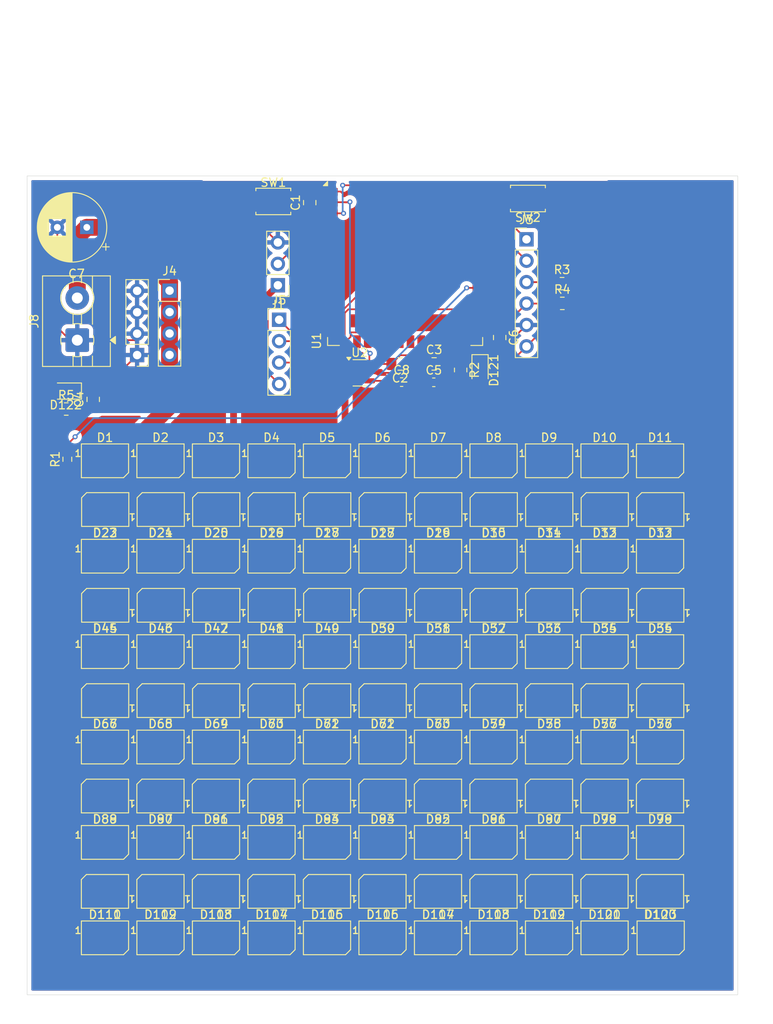
<source format=kicad_pcb>
(kicad_pcb (version 20241229) (generator "pcbnew") (generator_version "9.0")
  (layers (0 "F.Cu" signal) (2 "B.Cu" signal) (13 "F.Paste" user) (15 "B.Paste" user) (5 "F.SilkS" user "F.Silkscreen") (7 "B.SilkS" user "B.Silkscreen") (1 "F.Mask" user) (3 "B.Mask" user) (25 "Edge.Cuts" user))
  (net 0 "")
  (net 1 "EN")
  (net 2 "GND")
  (net 3 "+3V3")
  (net 4 "+5V")
  (net 5 "IO0")
  (net 6 "Net-(U2-BP)")
  (net 7 "DIN")
  (net 8 "Net-(D1-DOUT)")
  (net 9 "Net-(D2-DOUT)")
  (net 10 "Net-(D3-DOUT)")
  (net 11 "Net-(D4-DOUT)")
  (net 12 "Net-(D5-DOUT)")
  (net 13 "Net-(D6-DOUT)")
  (net 14 "Net-(D7-DOUT)")
  (net 15 "Net-(D8-DOUT)")
  (net 16 "Net-(D10-DIN)")
  (net 17 "Net-(D10-DOUT)")
  (net 18 "Net-(D11-DOUT)")
  (net 19 "Net-(D12-DOUT)")
  (net 20 "Net-(D13-DOUT)")
  (net 21 "Net-(D14-DOUT)")
  (net 22 "Net-(D15-DOUT)")
  (net 23 "Net-(D16-DOUT)")
  (net 24 "Net-(D31-DOUT)")
  (net 25 "Net-(D32-DOUT)")
  (net 26 "Net-(D33-DOUT)")
  (net 27 "Net-(D34-DOUT)")
  (net 28 "Net-(D35-DOUT)")
  (net 29 "Net-(D36-DOUT)")
  (net 30 "Net-(D37-DOUT)")
  (net 31 "Net-(D38-DOUT)")
  (net 32 "Net-(D39-DOUT)")
  (net 33 "Net-(D40-DOUT)")
  (net 34 "Net-(D41-DOUT)")
  (net 35 "Net-(D42-DOUT)")
  (net 36 "Net-(D43-DOUT)")
  (net 37 "Net-(D44-DOUT)")
  (net 38 "Net-(D45-DOUT)")
  (net 39 "Net-(D46-DOUT)")
  (net 40 "Net-(D61-DOUT)")
  (net 41 "Net-(D62-DOUT)")
  (net 42 "Net-(D63-DOUT)")
  (net 43 "Net-(D64-DOUT)")
  (net 44 "Net-(D65-DOUT)")
  (net 45 "Net-(D66-DOUT)")
  (net 46 "Net-(D67-DOUT)")
  (net 47 "Net-(D68-DOUT)")
  (net 48 "Net-(D69-DOUT)")
  (net 49 "Net-(D70-DOUT)")
  (net 50 "Net-(D71-DOUT)")
  (net 51 "Net-(D72-DOUT)")
  (net 52 "Net-(D73-DOUT)")
  (net 53 "Net-(D74-DOUT)")
  (net 54 "Net-(D75-DOUT)")
  (net 55 "Net-(D91-DOUT)")
  (net 56 "Net-(D92-DOUT)")
  (net 57 "Net-(D93-DOUT)")
  (net 58 "Net-(D94-DOUT)")
  (net 59 "Net-(D95-DOUT)")
  (net 60 "Net-(D96-DOUT)")
  (net 61 "Net-(D97-DOUT)")
  (net 62 "Net-(D98-DOUT)")
  (net 63 "Net-(D100-DIN)")
  (net 64 "Net-(D100-DOUT)")
  (net 65 "Net-(D101-DOUT)")
  (net 66 "Net-(D102-DOUT)")
  (net 67 "Net-(D103-DOUT)")
  (net 68 "Net-(D104-DOUT)")
  (net 69 "Net-(D105-DOUT)")
  (net 70 "Net-(D121-A)")
  (net 71 "Net-(D122-A)")
  (net 72 "Net-(J1-Pin_2)")
  (net 73 "RX")
  (net 74 "TX")
  (net 75 "Net-(J5-Pin_3)")
  (net 76 "Net-(J5-Pin_2)")
  (net 77 "Net-(J5-Pin_4)")
  (net 78 "Net-(J5-Pin_1)")
  (net 79 "Net-(U1-IO5)")
  (net 80 "GPIO2")
  (net 104 "Net-(D17-DOUT)")
  (net 105 "Net-(D18-DOUT)")
  (net 106 "Net-(D19-DOUT)")
  (net 107 "Net-(D20-DOUT)")
  (net 108 "Net-(D21-DOUT)")
  (net 109 "Net-(D22-DOUT)")
  (net 110 "Net-(D23-DOUT)")
  (net 111 "Net-(D24-DOUT)")
  (net 112 "Net-(D25-DOUT)")
  (net 113 "Net-(D26-DOUT)")
  (net 114 "Net-(D27-DOUT)")
  (net 115 "Net-(D28-DOUT)")
  (net 116 "Net-(D29-DOUT)")
  (net 117 "Net-(D30-DOUT)")
  (net 118 "Net-(D47-DOUT)")
  (net 119 "Net-(D48-DOUT)")
  (net 120 "Net-(D49-DOUT)")
  (net 121 "Net-(D50-DOUT)")
  (net 122 "Net-(D51-DOUT)")
  (net 123 "Net-(D52-DOUT)")
  (net 124 "Net-(D53-DOUT)")
  (net 125 "Net-(D54-DOUT)")
  (net 126 "Net-(D55-DOUT)")
  (net 127 "Net-(D56-DOUT)")
  (net 128 "Net-(D57-DOUT)")
  (net 129 "Net-(D58-DOUT)")
  (net 130 "Net-(D59-DOUT)")
  (net 131 "Net-(D60-DOUT)")
  (net 132 "Net-(D76-DOUT)")
  (net 133 "Net-(D77-DOUT)")
  (net 134 "Net-(D78-DOUT)")
  (net 135 "Net-(D79-DOUT)")
  (net 136 "Net-(D80-DOUT)")
  (net 137 "Net-(D81-DOUT)")
  (net 138 "Net-(D82-DOUT)")
  (net 139 "Net-(D83-DOUT)")
  (net 140 "Net-(D84-DOUT)")
  (net 141 "Net-(D85-DOUT)")
  (net 142 "Net-(D86-DOUT)")
  (net 143 "Net-(D87-DOUT)")
  (net 144 "Net-(D88-DOUT)")
  (net 145 "Net-(D89-DOUT)")
  (net 146 "Net-(D106-DOUT)")
  (net 147 "Net-(D107-DOUT)")
  (net 148 "Net-(D108-DOUT)")
  (net 149 "Net-(D109-DOUT)")
  (net 150 "Net-(D110-DOUT)")
  (net 151 "Net-(D111-DOUT)")
  (net 152 "Net-(D112-DOUT)")
  (net 153 "Net-(D113-DOUT)")
  (net 154 "Net-(D114-DOUT)")
  (net 155 "Net-(D115-DOUT)")
  (net 156 "Net-(D116-DOUT)")
  (net 157 "Net-(D117-DOUT)")
  (net 158 "Net-(D118-DOUT)")
  (net 159 "Net-(D119-DOUT)")
  (net 160 "Net-(D120-DOUT)")
  (net 161 "Net-(D90-DOUT)")
  (footprint "LED_SMD:LED_SK6812MINI_PLCC4_3.5x3.5mm_P1.75mm" (layer "F.Cu") (at 154.127 94.521 180)
    (property "Reference" "D79")
    (property "Value" "SK6812MINI")
  )
  (footprint "LED_SMD:LED_SK6812MINI_PLCC4_3.5x3.5mm_P1.75mm" (layer "F.Cu") (at 154.132 77.393)
    (property "Reference" "D54")
    (property "Value" "SK6812MINI")
  )
  (footprint "LED_SMD:LED_SK6812MINI_PLCC4_3.5x3.5mm_P1.75mm" (layer "F.Cu") (at 160.713 94.521 180)
    (property "Reference" "D78")
    (property "Value" "SK6812MINI")
  )
  (footprint "LED_SMD:LED_SK6812MINI_PLCC4_3.5x3.5mm_P1.75mm" (layer "F.Cu") (at 140.96 54.761)
    (property "Reference" "D8")
    (property "Value" "SK6812MINI")
  )
  (footprint "LED_SMD:LED_SK6812MINI_PLCC4_3.5x3.5mm_P1.75mm" (layer "F.Cu") (at 114.616 111.341)
    (property "Reference" "D114")
    (property "Value" "SK6812MINI")
  )
  (footprint "LED_SMD:LED_SK6812MINI_PLCC4_3.5x3.5mm_P1.75mm" (layer "F.Cu") (at 121.197 105.831 180)
    (property "Reference" "D106")
    (property "Value" "SK6812MINI")
  )
  (footprint "LED_SMD:LED_SK6812MINI_PLCC4_3.5x3.5mm_P1.75mm" (layer "F.Cu") (at 108.045 83.206 180)
    (property "Reference" "D64")
    (property "Value" "SK6812MINI")
  )
  (footprint "Package_TO_SOT_SMD:SOT-23-5" (layer "F.Cu") (at 125.09 44.3275)
    (property "Reference" "U2")
    (property "Value" "MIC5219-3.3YM5")
  )
  (footprint "LED_SMD:LED_SK6812MINI_PLCC4_3.5x3.5mm_P1.75mm" (layer "F.Cu") (at 101.439 94.521 180)
    (property "Reference" "D87")
    (property "Value" "SK6812MINI")
  )
  (footprint "LED_SMD:LED_SK6812MINI_PLCC4_3.5x3.5mm_P1.75mm" (layer "F.Cu") (at 154.132 100.025)
    (property "Reference" "D98")
    (property "Value" "SK6812MINI")
  )
  (footprint "LED_SMD:LED_SK6812MINI_PLCC4_3.5x3.5mm_P1.75mm" (layer "F.Cu") (at 121.202 77.393)
    (property "Reference" "D49")
    (property "Value" "SK6812MINI")
  )
  (footprint "RF_Module:ESP32-WROOM-32E" (layer "F.Cu") (at 130.47 28.13)
    (property "Reference" "U1")
    (property "Value" "ESP32-WROOM-32UE")
  )
  (footprint "LED_SMD:LED_SK6812MINI_PLCC4_3.5x3.5mm_P1.75mm" (layer "F.Cu") (at 94.858 111.341)
    (property "Reference" "D111")
    (property "Value" "SK6812MINI")
  )
  (footprint "Capacitor_SMD:C_0603_1608Metric_Pad1.08x0.95mm_HandSolder" (layer "F.Cu") (at 130.0575 45.4275)
    (property "Reference" "C8")
    (property "Value" "470pf")
  )
  (footprint "Button_Switch_SMD:SW_Push_SPST_NO_Alps_SKRK" (layer "F.Cu") (at 145.04 23.65 180)
    (property "Reference" "SW2")
    (property "Value" "BOOT")
  )
  (footprint "LED_SMD:LED_SK6812MINI_PLCC4_3.5x3.5mm_P1.75mm" (layer "F.Cu") (at 134.369 105.831 180)
    (property "Reference" "D104")
    (property "Value" "SK6812MINI")
  )
  (footprint "LED_SMD:LED_SK6812MINI_PLCC4_3.5x3.5mm_P1.75mm" (layer "F.Cu") (at 154.157 71.901 180)
    (property "Reference" "D35")
    (property "Value" "SK6812MINI")
  )
  (footprint "LED_SMD:LED_SK6812MINI_PLCC4_3.5x3.5mm_P1.75mm" (layer "F.Cu") (at 154.132 54.761)
    (property "Reference" "D10")
    (property "Value" "SK6812MINI")
  )
  (footprint "Capacitor_SMD:C_0603_1608Metric_Pad1.08x0.95mm_HandSolder" (layer "F.Cu") (at 133.87 45.45)
    (property "Reference" "C5")
    (property "Value" "2.2uf")
  )
  (footprint "LED_SMD:LED_SK6812MINI_PLCC4_3.5x3.5mm_P1.75mm" (layer "F.Cu") (at 147.571 60.541 180)
    (property "Reference" "D14")
    (property "Value" "SK6812MINI")
  )
  (footprint "LED_SMD:LED_SK6812MINI_PLCC4_3.5x3.5mm_P1.75mm" (layer "F.Cu") (at 140.955 94.521 180)
    (property "Reference" "D81")
    (property "Value" "SK6812MINI")
  )
  (footprint "LED_SMD:LED_SK6812MINI_PLCC4_3.5x3.5mm_P1.75mm" (layer "F.Cu") (at 160.718 66.077)
    (property "Reference" "D33")
    (property "Value" "SK6812MINI")
  )
  (footprint "LED_SMD:LED_SK6812MINI_PLCC4_3.5x3.5mm_P1.75mm" (layer "F.Cu") (at 160.718 88.709)
    (property "Reference" "D77")
    (property "Value" "SK6812MINI")
  )
  (footprint "LED_SMD:LED_SK6812MINI_PLCC4_3.5x3.5mm_P1.75mm" (layer "F.Cu") (at 108.055 71.901 180)
    (property "Reference" "D42")
    (property "Value" "SK6812MINI")
  )
  (footprint "LED_SMD:LED_SK6812MINI_PLCC4_3.5x3.5mm_P1.75mm" (layer "F.Cu") (at 94.883 71.901 180)
    (property "Reference" "D44")
    (property "Value" "SK6812MINI")
  )
  (footprint "LED_SMD:LED_SK6812MINI_PLCC4_3.5x3.5mm_P1.75mm" (layer "F.Cu") (at 108.025 94.521 180)
    (property "Reference" "D86")
    (property "Value" "SK6812MINI")
  )
  (footprint "Button_Switch_SMD:SW_Push_SPST_NO_Alps_SKRK" (layer "F.Cu") (at 114.83 24)
    (property "Reference" "SW1")
    (property "Value" "RESET")
  )
  (footprint "LED_SMD:LED_SK6812MINI_PLCC4_3.5x3.5mm_P1.75mm" (layer "F.Cu") (at 101.444 100.025)
    (property "Reference" "D90")
    (property "Value" "SK6812MINI")
  )
  (footprint "LED_SMD:LED_SK6812MINI_PLCC4_3.5x3.5mm_P1.75mm" (layer "F.Cu") (at 134.374 66.077)
    (property "Reference" "D29")
    (property "Value" "SK6812MINI")
  )
  (footprint "LED_SMD:LED_SK6812MINI_PLCC4_3.5x3.5mm_P1.75mm" (layer "F.Cu") (at 134.399 60.541 180)
    (property "Reference" "D16")
    (property "Value" "SK6812MINI")
  )
  (footprint "LED_SMD:LED_SK6812MINI_PLCC4_3.5x3.5mm_P1.75mm" (layer "F.Cu") (at 94.858 100.025)
    (property "Reference" "D89")
    (property "Value" "SK6812MINI")
  )
  (footprint "LED_SMD:LED_SK6812MINI_PLCC4_3.5x3.5mm_P1.75mm" (layer "F.Cu") (at 108.055 60.541 180)
    (property "Reference" "D20")
    (property "Value" "SK6812MINI")
  )
  (footprint "LED_SMD:LED_SK6812MINI_PLCC4_3.5x3.5mm_P1.75mm" (layer "F.Cu") (at 108.03 77.393)
    (property "Reference" "D47")
    (property "Value" "SK6812MINI")
  )
  (footprint "LED_SMD:LED_SK6812MINI_PLCC4_3.5x3.5mm_P1.75mm" (layer "F.Cu") (at 114.641 60.541 180)
    (property "Reference" "D19")
    (property "Value" "SK6812MINI")
  )
  (footprint "LED_SMD:LED_SK6812MINI_PLCC4_3.5x3.5mm_P1.75mm" (layer "F.Cu") (at 134.389 83.206 180)
    (property "Reference" "D60")
    (property "Value" "SK6812MINI")
  )
  (footprint "LED_SMD:LED_SK6812MINI_PLCC4_3.5x3.5mm_P1.75mm" (layer "F.Cu") (at 108.03 66.077)
    (property "Reference" "D25")
    (property "Value" "SK6812MINI")
  )
  (footprint "LED_SMD:LED_0805_2012Metric_Pad1.15x1.40mm_HandSolder" (layer "F.Cu") (at 139.36 44.03 -90)
    (property "Reference" "D121")
    (property "Value" "Transmission Good")
  )
  (footprint "LED_SMD:LED_SK6812MINI_PLCC4_3.5x3.5mm_P1.75mm" (layer "F.Cu") (at 160.713 105.831 180)
    (property "Reference" "D100")
    (property "Value" "SK6812MINI")
  )
  (footprint "LED_SMD:LED_SK6812MINI_PLCC4_3.5x3.5mm_P1.75mm" (layer "F.Cu") (at 160.793 111.341)
    (property "Reference" "D123")
    (property "Value" "SK6812MINI")
  )
  (footprint "LED_SMD:LED_SK6812MINI_PLCC4_3.5x3.5mm_P1.75mm" (layer "F.Cu") (at 101.444 88.709)
    (property "Reference" "D68")
    (property "Value" "SK6812MINI")
  )
  (footprint "LED_SMD:LED_SK6812MINI_PLCC4_3.5x3.5mm_P1.75mm" (layer "F.Cu") (at 147.541 105.831 180)
    (property "Reference" "D102")
    (property "Value" "SK6812MINI")
  )
  (footprint "LED_SMD:LED_SK6812MINI_PLCC4_3.5x3.5mm_P1.75mm" (layer "F.Cu") (at 121.202 66.077)
    (property "Reference" "D27")
    (property "Value" "SK6812MINI")
  )
  (footprint "LED_SMD:LED_SK6812MINI_PLCC4_3.5x3.5mm_P1.75mm" (layer "F.Cu") (at 121.202 100.025)
    (property "Reference" "D93")
    (property "Value" "SK6812MINI")
  )
  (footprint "LED_SMD:LED_SK6812MINI_PLCC4_3.5x3.5mm_P1.75mm" (layer "F.Cu") (at 147.546 54.761)
    (property "Reference" "D9")
    (property "Value" "SK6812MINI")
  )
  (footprint "LED_SMD:LED_SK6812MINI_PLCC4_3.5x3.5mm_P1.75mm" (layer "F.Cu") (at 154.157 60.541 180)
    (property "Reference" "D13")
    (property "Value" "SK6812MINI")
  )
  (footprint "LED_SMD:LED_SK6812MINI_PLCC4_3.5x3.5mm_P1.75mm" (layer "F.Cu") (at 127.783 94.521 180)
    (property "Reference" "D83")
    (property "Value" "SK6812MINI")
  )
  (footprint "LED_SMD:LED_SK6812MINI_PLCC4_3.5x3.5mm_P1.75mm" (layer "F.Cu") (at 114.616 77.393)
    (property "Reference" "D48")
    (property "Value" "SK6812MINI")
  )
  (footprint "LED_SMD:LED_SK6812MINI_PLCC4_3.5x3.5mm_P1.75mm" (layer "F.Cu") (at 160.718 77.393)
    (property "Reference" "D55")
    (property "Value" "SK6812MINI")
  )
  (footprint "LED_SMD:LED_SK6812MINI_PLCC4_3.5x3.5mm_P1.75mm" (layer "F.Cu") (at 108.03 88.709)
    (property "Reference" "D69")
    (property "Value" "SK6812MINI")
  )
  (footprint "LED_SMD:LED_SK6812MINI_PLCC4_3.5x3.5mm_P1.75mm" (layer "F.Cu") (at 154.132 111.341)
    (property "Reference" "D120")
    (property "Value" "SK6812MINI")
  )
  (footprint "LED_SMD:LED_SK6812MINI_PLCC4_3.5x3.5mm_P1.75mm" (layer "F.Cu") (at 154.147 83.206 180)
    (property "Reference" "D57")
    (property "Value" "SK6812MINI")
  )
  (footprint "LED_SMD:LED_SK6812MINI_PLCC4_3.5x3.5mm_P1.75mm" (layer "F.Cu") (at 147.541 94.521 180)
    (property "Reference" "D80")
    (property "Value" "SK6812MINI")
  )
  (footprint "LED_SMD:LED_SK6812MINI_PLCC4_3.5x3.5mm_P1.75mm" (layer "F.Cu") (at 140.96 111.341)
    (property "Reference" "D118")
    (property "Value" "SK6812MINI")
  )
  (footprint "LED_SMD:LED_SK6812MINI_PLCC4_3.5x3.5mm_P1.75mm" (layer "F.Cu") (at 114.616 66.077)
    (property "Reference" "D26")
    (property "Value" "SK6812MINI")
  )
  (footprint "LED_SMD:LED_SK6812MINI_PLCC4_3.5x3.5mm_P1.75mm" (layer "F.Cu") (at 127.788 66.077)
    (property "Reference" "D28")
    (property "Value" "SK6812MINI")
  )
  (footprint "LED_SMD:LED_SK6812MINI_PLCC4_3.5x3.5mm_P1.75mm" (layer "F.Cu") (at 140.96 100.025)
    (property "Reference" "D96")
    (property "Value" "SK6812MINI")
  )
  (footprint "Connector_PinHeader_2.54mm:PinHeader_1x03_P2.54mm_Vertical" (layer "F.Cu") (at 115.37 33.94 180)
    (property "Reference" "J1")
    (property "Value" "Conn_01x03_Pin")
  )
  (footprint "LED_SMD:LED_SK6812MINI_PLCC4_3.5x3.5mm_P1.75mm" (layer "F.Cu") (at 94.858 66.077)
    (property "Reference" "D23")
    (property "Value" "SK6812MINI")
  )
  (footprint "LED_SMD:LED_SK6812MINI_PLCC4_3.5x3.5mm_P1.75mm" (layer "F.Cu") (at 101.444 54.761)
    (property "Reference" "D2")
    (property "Value" "SK6812MINI")
  )
  (footprint "LED_SMD:LED_SK6812MINI_PLCC4_3.5x3.5mm_P1.75mm" (layer "F.Cu") (at 101.444 66.077)
    (property "Reference" "D24")
    (property "Value" "SK6812MINI")
  )
  (footprint "LED_SMD:LED_SK6812MINI_PLCC4_3.5x3.5mm_P1.75mm" (layer "F.Cu") (at 127.788 77.393)
    (property "Reference" "D50")
    (property "Value" "SK6812MINI")
  )
  (footprint "LED_SMD:LED_SK6812MINI_PLCC4_3.5x3.5mm_P1.75mm" (layer "F.Cu") (at 127.813 60.541 180)
    (property "Reference" "D17")
    (property "Value" "SK6812MINI")
  )
  (footprint "LED_SMD:LED_SK6812MINI_PLCC4_3.5x3.5mm_P1.75mm" (layer "F.Cu") (at 94.858 54.761)
    (property "Reference" "D1")
    (property "Value" "SK6812MINI")
  )
  (footprint "Connector_PinHeader_2.54mm:PinHeader_1x04_P2.54mm_Vertical" (layer "F.Cu") (at 115.52 38.03)
    (property "Reference" "J5")
    (property "Value" "Conn_01x04_Pin")
  )
  (footprint "LED_SMD:LED_SK6812MINI_PLCC4_3.5x3.5mm_P1.75mm" (layer "F.Cu") (at 94.873 83.206 180)
    (property "Reference" "D66")
    (property "Value" "SK6812MINI")
  )
  (footprint "Resistor_SMD:R_0805_2012Metric_Pad1.20x1.40mm_HandSolder" (layer "F.Cu") (at 149.09 33.75)
    (property "Reference" "R3")
    (property "Value" "10k")
  )
  (footprint "LED_SMD:LED_SK6812MINI_PLCC4_3.5x3.5mm_P1.75mm" (layer "F.Cu") (at 140.985 60.541 180)
    (property "Reference" "D15")
    (property "Value" "SK6812MINI")
  )
  (footprint "LED_SMD:LED_SK6812MINI_PLCC4_3.5x3.5mm_P1.75mm" (layer "F.Cu") (at 147.571 71.901 180)
    (property "Reference" "D36")
    (property "Value" "SK6812MINI")
  )
  (footprint "LED_SMD:LED_SK6812MINI_PLCC4_3.5x3.5mm_P1.75mm" (layer "F.Cu") (at 134.399 71.901 180)
    (property "Reference" "D38")
    (property "Value" "SK6812MINI")
  )
  (footprint "LED_SMD:LED_SK6812MINI_PLCC4_3.5x3.5mm_P1.75mm" (layer "F.Cu") (at 94.858 77.393)
    (property "Reference" "D45")
    (property "Value" "SK6812MINI")
  )
  (footprint "Capacitor_SMD:C_0805_2012Metric_Pad1.18x1.45mm_HandSolder" (layer "F.Cu") (at 129.8775 43.2775 180)
    (property "Reference" "C2")
    (property "Value" "0.1uf")
  )
  (footprint "LED_SMD:LED_SK6812MINI_PLCC4_3.5x3.5mm_P1.75mm" (layer "F.Cu") (at 101.459 83.206 180)
    (property "Reference" "D65")
    (property "Value" "SK6812MINI")
  )
  (footprint "LED_SMD:LED_SK6812MINI_PLCC4_3.5x3.5mm_P1.75mm" (layer "F.Cu") (at 127.783 105.831 180)
    (property "Reference" "D105")
    (property "Value" "SK6812MINI")
  )
  (footprint "LED_SMD:LED_SK6812MINI_PLCC4_3.5x3.5mm_P1.75mm" (layer "F.Cu") (at 127.813 71.901 180)
    (property "Reference" "D39")
    (property "Value" "SK6812MINI")
  )
  (footprint "LED_SMD:LED_SK6812MINI_PLCC4_3.5x3.5mm_P1.75mm" (layer "F.Cu") (at 140.955 105.831 180)
    (property "Reference" "D103")
    (property "Value" "SK6812MINI")
  )
  (footprint "LED_SMD:LED_SK6812MINI_PLCC4_3.5x3.5mm_P1.75mm" (layer "F.Cu") (at 134.374 111.341)
    (property "Reference" "D117")
    (property "Value" "SK6812MINI")
  )
  (footprint "Capacitor_SMD:C_0805_2012Metric_Pad1.18x1.45mm_HandSolder" (layer "F.Cu") (at 133.91 43.27)
    (property "Reference" "C3")
    (property "Value" "22uf")
  )
  (footprint "LED_SMD:LED_SK6812MINI_PLCC4_3.5x3.5mm_P1.75mm" (layer "F.Cu") (at 121.197 94.521 180)
    (property "Reference" "D84")
    (property "Value" "SK6812MINI")
  )
  (footprint "LED_SMD:LED_SK6812MINI_PLCC4_3.5x3.5mm_P1.75mm" (layer "F.Cu") (at 94.858 88.709)
    (property "Reference" "D67")
    (property "Value" "SK6812MINI")
  )
  (footprint "LED_SMD:LED_SK6812MINI_PLCC4_3.5x3.5mm_P1.75mm" (layer "F.Cu") (at 140.96 88.709)
    (property "Reference" "D74")
    (property "Value" "SK6812MINI")
  )
  (footprint "LED_SMD:LED_SK6812MINI_PLCC4_3.5x3.5mm_P1.75mm" (layer "F.Cu") (at 101.444 77.393)
    (property "Reference" "D46")
    (property "Value" "SK6812MINI")
  )
  (footprint "LED_SMD:LED_SK6812MINI_PLCC4_3.5x3.5mm_P1.75mm" (layer "F.Cu") (at 101.439 105.831 180)
    (property "Reference" "D109")
    (property "Value" "SK6812MINI")
  )
  (footprint "LED_SMD:LED_SK6812MINI_PLCC4_3.5x3.5mm_P1.75mm" (layer "F.Cu") (at 121.202 111.341)
    (property "Reference" "D115")
    (property "Value" "SK6812MINI")
  )
  (footprint "LED_SMD:LED_SK6812MINI_PLCC4_3.5x3.5mm_P1.75mm" (layer "F.Cu") (at 160.743 60.541 180)
    (property "Reference" "D12")
    (property "Value" "SK6812MINI")
  )
  (footprint "LED_SMD:LED_SK6812MINI_PLCC4_3.5x3.5mm_P1.75mm" (layer "F.Cu") (at 127.788 111.341)
    (property "Reference" "D116")
    (property "Value" "SK6812MINI")
  )
  (footprint "Connector_PinHeader_2.54mm:PinHeader_1x04_P2.54mm_Vertical" (layer "F.Cu") (at 98.67 42.22 180)
    (property "Reference" "J2" (hide yes))
    (property "Value" "Conn_01x04_Pin")
  )
  (footprint "Resistor_SMD:R_0805_2012Metric_Pad1.20x1.40mm_HandSolder" (layer "F.Cu") (at 149.12 36.09)
    (property "Reference" "R4")
    (property "Value" "10K")
  )
  (footprint "LED_SMD:LED_SK6812MINI_PLCC4_3.5x3.5mm_P1.75mm" (layer "F.Cu") (at 134.374 54.761)
    (property "Reference" "D7")
    (property "Value" "SK6812MINI")
  )
  (footprint "Connector_PinHeader_2.54mm:PinHeader_1x06_P2.54mm_Vertical" (layer "F.Cu") (at 144.87 28.49)
    (property "Reference" "J3")
    (property "Value" "Conn_01x06_Pin")
  )
  (footprint "Resistor_SMD:R_0603_1608Metric_Pad0.98x0.95mm_HandSolder" (layer "F.Cu") (at 90.39 54.5775 90)
    (property "Reference" "R1")
    (property "Value" "330r")
  )
  (footprint "LED_SMD:LED_SK6812MINI_PLCC4_3.5x3.5mm_P1.75mm" (layer "F.Cu") (at 114.616 88.709)
    (property "Reference" "D70")
    (property "Value" "SK6812MINI")
  )
  (footprint "LED_SMD:LED_SK6812MINI_PLCC4_3.5x3.5mm_P1.75mm" (layer "F.Cu") (at 121.202 88.709)
    (property "Reference" "D71")
    (property "Value" "SK6812MINI")
  )
  (footprint "LED_SMD:LED_SK6812MINI_PLCC4_3.5x3.5mm_P1.75mm" (layer "F.Cu") (at 121.217 83.206 180)
    (property "Reference" "D62")
    (property "Value" "SK6812MINI")
  )
  (footprint "LED_SMD:LED_SK6812MINI_PLCC4_3.5x3.5mm_P1.75mm" (layer "F.Cu") (at 114.611 94.521 180)
    (property "Reference" "D85")
    (property "Value" "SK6812MINI")
  )
  (footprint "Connector_PinHeader_2.54mm:PinHeader_1x04_P2.54mm_Vertical" (layer "F.Cu") (at 102.52 34.58)
    (property "Reference" "J4")
    (property "Value" "Conn_01x04_Pin")
  )
  (footprint "LED_SMD:LED_SK6812MINI_PLCC4_3.5x3.5mm_P1.75mm" (layer "F.Cu") (at 127.788 88.709)
    (property "Reference" "D72")
    (property "Value" "SK6812MINI")
  )
  (footprint "LED_SMD:LED_SK6812MINI_PLCC4_3.5x3.5mm_P1.75mm" (layer "F.Cu") (at 114.631 83.206 180)
    (property "Reference" "D63")
    (property "Value" "SK6812MINI")
  )
  (footprint "LED_SMD:LED_SK6812MINI_PLCC4_3.5x3.5mm_P1.75mm" (layer "F.Cu") (at 160.718 54.761)
    (property "Reference" "D11")
    (property "Value" "SK6812MINI")
  )
  (footprint "LED_SMD:LED_SK6812MINI_PLCC4_3.5x3.5mm_P1.75mm" (layer "F.Cu") (at 108.03 111.341)
    (property "Reference" "D113")
    (property "Value" "SK6812MINI")
  )
  (footprint "LED_SMD:LED_SK6812MINI_PLCC4_3.5x3.5mm_P1.75mm" (layer "F.Cu") (at 140.96 66.077)
    (property "Reference" "D30")
    (property "Value" "SK6812MINI")
  )
  (footprint "LED_SMD:LED_SK6812MINI_PLCC4_3.5x3.5mm_P1.75mm" (layer "F.Cu") (at 154.132 88.709)
    (property "Reference" "D76")
    (property "Value" "SK6812MINI")
  )
  (footprint "LED_SMD:LED_SK6812MINI_PLCC4_3.5x3.5mm_P1.75mm" (layer "F.Cu") (at 134.374 100.025)
    (property "Reference" "D95")
    (property "Value" "SK6812MINI")
  )
  (footprint "LED_SMD:LED_SK6812MINI_PLCC4_3.5x3.5mm_P1.75mm" (layer "F.Cu") (at 108.03 100.025)
    (property "Reference" "D91")
    (property "Value" "SK6812MINI")
  )
  (footprint "LED_SMD:LED_SK6812MINI_PLCC4_3.5x3.5mm_P1.75mm" (layer "F.Cu") (at 134.369 94.521 180)
    (property "Reference" "D82")
    (property "Value" "SK6812MINI")
  )
  (footprint "LED_SMD:LED_SK6812MINI_PLCC4_3.5x3.5mm_P1.75mm" (layer "F.Cu") (at 114.616 100.025)
    (property "Reference" "D92")
    (property "Value" "SK6812MINI")
  )
  (footprint "LED_SMD:LED_SK6812MINI_PLCC4_3.5x3.5mm_P1.75mm" (layer "F.Cu") (at 147.546 66.077)
    (property "Reference" "D31")
    (property "Value" "SK6812MINI")
  )
  (footprint "LED_SMD:LED_SK6812MINI_PLCC4_3.5x3.5mm_P1.75mm" (layer "F.Cu") (at 140.975 83.206 180)
    (property "Reference" "D59")
    (property "Value" "SK6812MINI")
  )
  (footprint "LED_SMD:LED_SK6812MINI_PLCC4_3.5x3.5mm_P1.75mm" (layer "F.Cu") (at 140.96 77.393)
    (property "Reference" "D52")
    (property "Value" "SK6812MINI")
  )
  (footprint "LED_SMD:LED_SK6812MINI_PLCC4_3.5x3.5mm_P1.75mm" (layer "F.Cu") (at 114.616 54.761)
    (property "Reference" "D4")
    (property "Value" "SK6812MINI")
  )
  (footprint "LED_SMD:LED_SK6812MINI_PLCC4_3.5x3.5mm_P1.75mm" (layer "F.Cu") (at 154.132 66.077)
    (property "Reference" "D32")
    (property "Value" "SK6812MINI")
  )
  (footprint "LED_SMD:LED_SK6812MINI_PLCC4_3.5x3.5mm_P1.75mm" (layer "F.Cu") (at 114.641 71.901 180)
    (property "Reference" "D41")
    (property "Value" "SK6812MINI")
  )
  (footprint "Capacitor_THT:CP_Radial_D8.0mm_P3.50mm" (layer "F.Cu") (at 92.7 27.07 180)
    (property "Reference" "C7")
    (property "Value" "C_Polarized_Small")
  )
  (footprint "LED_SMD:LED_SK6812MINI_PLCC4_3.5x3.5mm_P1.75mm" (layer "F.Cu") (at 127.788 100.025)
    (property "Reference" "D94")
    (property "Value" "SK6812MINI")
  )
  (footprint "Resistor_SMD:R_0805_2012Metric_Pad1.20x1.40mm_HandSolder" (layer "F.Cu") (at 137.06 43.99 -90)
    (property "Reference" "R2")
    (property "Value" "330R")
  )
  (footprint "LED_SMD:LED_SK6812MINI_PLCC4_3.5x3.5mm_P1.75mm" (layer "F.Cu") (at 160.718 100.025)
    (property "Reference" "D99")
    (property "Value" "SK6812MINI")
  )
  (footprint "LED_SMD:LED_SK6812MINI_PLCC4_3.5x3.5mm_P1.75mm" (layer "F.Cu") (at 147.546 111.341)
    (property "Reference" "D119")
    (property "Value" "SK6812MINI")
  )
  (footprint "LED_SMD:LED_0805_2012Metric_Pad1.15x1.40mm_HandSolder" (layer "F.Cu") (at 90.2075 46.49 180)
    (property "Reference" "D122")
    (property "Value" "LED")
  )
  (footprint "LED_SMD:LED_SK6812MINI_PLCC4_3.5x3.5mm_P1.75mm" (layer "F.Cu") (at 94.883 60.541 180)
    (property "Reference" "D22")
    (property "Value" "SK6812MINI")
  )
  (footprint "LED_SMD:LED_SK6812MINI_PLCC4_3.5x3.5mm_P1.75mm" (layer "F.Cu") (at 127.788 54.761)
    (property "Reference" "D6")
    (property "Value" "SK6812MINI")
  )
  (footprint "LED_SMD:LED_SK6812MINI_PLCC4_3.5x3.5mm_P1.75mm" (layer "F.Cu") (at 154.127 105.831 180)
    (property "Reference" "D101")
    (property "Value" "SK6812MINI")
  )
  (footprint "LED_SMD:LED_SK6812MINI_PLCC4_3.5x3.5mm_P1.75mm" (layer "F.Cu") (at 160.733 83.206 180)
    (property "Reference" "D56")
    (property "Value" "SK6812MINI")
  )
  (footprint "LED_SMD:LED_SK6812MINI_PLCC4_3.5x3.5mm_P1.75mm" (layer "F.Cu") (at 94.853 94.521 180)
    (property "Reference" "D88")
    (property "Value" "SK6812MINI")
  )
  (footprint "Capacitor_SMD:C_0805_2012Metric_Pad1.18x1.45mm_HandSolder" (layer "F.Cu") (at 93.46 47.4775 90)
    (property "Reference" "C4")
    (property "Value" "22uF")
  )
  (footprint "Resistor_SMD:R_0805_2012Metric_Pad1.20x1.40mm_HandSolder" (layer "F.Cu") (at 90.26 48.62)
    (property "Reference" "R5")
    (property "Value" "2K")
  )
  (footprint "LED_SMD:LED_SK6812MINI_PLCC4_3.5x3.5mm_P1.75mm" (layer "F.Cu") (at 121.202 54.761)
    (property "Reference" "D5")
    (property "Value" "SK6812MINI")
  )
  (footprint "LED_SMD:LED_SK6812MINI_PLCC4_3.5x3.5mm_P1.75mm" (layer "F.Cu") (at 160.743 71.901 180)
    (property "Reference" "D34")
    (property "Value" "SK6812MINI")
  )
  (footprint "LED_SMD:LED_SK6812MINI_PLCC4_3.5x3.5mm_P1.75mm" (layer "F.Cu") (at 101.469 71.901 180)
    (property "Reference" "D43")
    (property "Value" "SK6812MINI")
  )
  (footprint "Capacitor_SMD:C_0805_2012Metric_Pad1.18x1.45mm_HandSolder" (layer "F.Cu") (at 119.15 24.14 90)
    (property "Reference" "C1")
    (property "Value" "0.1uF")
  )
  (footprint "LED_SMD:LED_SK6812MINI_PLCC4_3.5x3.5mm_P1.75mm" (layer "F.Cu") (at 147.546 88.709)
    (property "Reference" "D75")
    (property "Value" "SK6812MINI")
  )
  (footprint "LED_SMD:LED_SK6812MINI_PLCC4_3.5x3.5mm_P1.75mm" (layer "F.Cu") (at 94.853 105.831 180)
    (property "Reference" "D110")
    (property "Value" "SK6812MINI")
  )
  (footprint "LED_SMD:LED_SK6812MINI_PLCC4_3.5x3.5mm_P1.75mm" (layer "F.Cu") (at 147.546 100.025)
    (property "Reference" "D97")
    (property "Value" "SK6812MINI")
  )
  (footprint "LED_SMD:LED_SK6812MINI_PLCC4_3.5x3.5mm_P1.75mm" (layer "F.Cu") (at 114.611 105.831 180)
    (property "Reference" "D107")
    (property "Value" "SK6812MINI")
  )
  (footprint "LED_SMD:LED_SK6812MINI_PLCC4_3.5x3.5mm_P1.75mm" (layer "F.Cu") (at 108.025 105.831 180)
    (property "Reference" "D108")
    (property "Value" "SK6812MINI")
  )
  (footprint "LED_SMD:LED_SK6812MINI_PLCC4_3.5x3.5mm_P1.75mm" (layer "F.Cu") (at 121.227 60.541 180)
    (property "Reference" "D18")
    (property "Value" "SK6812MINI")
  )
  (footprint "TerminalBlock:TerminalBlock_MaiXu_MX126-5.0-02P_1x02_P5.00mm" (layer "F.Cu") (at 91.57 40.45 90)
    (property "Reference" "J8")
    (property "Value" "Conn_01x02_Socket")
  )
  (footprint "LED_SMD:LED_SK6812MINI_PLCC4_3.5x3.5mm_P1.75mm" (layer "F.Cu") (at 101.444 111.341)
    (property "Reference" "D112")
    (property "Value" "SK6812MINI")
  )
  (footprint "LED_SMD:LED_SK6812MINI_PLCC4_3.5x3.5mm_P1.75mm" (layer "F.Cu") (at 134.374 77.393)
    (property "Reference" "D51")
    (property "Value" "SK6812MINI")
  )
  (footprint "LED_SMD:LED_SK6812MINI_PLCC4_3.5x3.5mm_P1.75mm" (layer "F.Cu") (at 134.374 88.709)
    (property "Reference" "D73")
    (property "Value" "SK6812MINI")
  )
  (footprint "LED_SMD:LED_SK6812MINI_PLCC4_3.5x3.5mm_P1.75mm" (layer "F.Cu") (at 147.546 77.393)
    (property "Reference" "D53")
    (property "Value" "SK6812MINI")
  )
  (footprint "LED_SMD:LED_SK6812MINI_PLCC4_3.5x3.5mm_P1.75mm" (layer "F.Cu") (at 147.561 83.206 180)
    (property "Reference" "D58")
    (property "Value" "SK6812MINI")
  )
  (footprint "LED_SMD:LED_SK6812MINI_PLCC4_3.5x3.5mm_P1.75mm" (layer "F.Cu") (at 121.227 71.901 180)
    (property "Reference" "D40")
    (property "Value" "SK6812MINI")
  )
  (footprint "Capacitor_SMD:C_0805_2012Metric_Pad1.18x1.45mm_HandSolder" (layer "F.Cu") (at 141.69 40.14 -90)
    (property "Reference" "C6")
    (property "Value" "0.1uF")
  )
  (footprint "LED_SMD:LED_SK6812MINI_PLCC4_3.5x3.5mm_P1.75mm" (layer "F.Cu") (at 101.469 60.541 180)
    (property "Reference" "D21")
    (property "Value" "SK6812MINI")
  )
  (footprint "LED_SMD:LED_SK6812MINI_PLCC4_3.5x3.5mm_P1.75mm" (layer "F.Cu") (at 127.803 83.206 180)
    (property "Reference" "D61")
    (property "Value" "SK6812MINI")
  )
  (footprint "LED_SMD:LED_SK6812MINI_PLCC4_3.5x3.5mm_P1.75mm" (layer "F.Cu") (at 140.985 71.901 180)
    (property "Reference" "D37")
    (property "Value" "SK6812MINI")
  )
  (footprint "LED_SMD:LED_SK6812MINI_PLCC4_3.5x3.5mm_P1.75mm" (layer "F.Cu") (at 108.03 54.761)
    (property "Reference" "D3")
    (property "Value" "SK6812MINI")
  )
  (gr_rect (start 85.62 20.97) (end 169.94 118.1) (stroke (width 0.05)) (fill no) (layer "Edge.Cuts"))
  (segment (start 148.09 33.75) (end 148.09 26.73) (width 0.2) (layer "F.Cu") (net 1))
  (segment (start 147.91 33.57) (end 148.09 33.75) (width 0.2) (layer "F.Cu") (net 1))
  (segment (start 118.1075 25.1775) (end 116.93 24) (width 0.2) (layer "F.Cu") (net 1))
  (segment (start 119.15 25.1775) (end 118.1075 25.1775) (width 0.2) (layer "F.Cu") (net 1))
  (segment (start 119.15 25.1775) (end 121.5375 25.1775) (width 0.2) (layer "F.Cu") (net 1))
  (segment (start 143.44 22.08) (end 123.06 22.08) (width 0.2) (layer "F.Cu") (net 1))
  (segment (start 121.72 25.41) (end 123.16 25.41) (width 0.2) (layer "F.Cu") (net 1))
  (segment (start 148.09 26.73) (end 143.44 22.08) (width 0.2) (layer "F.Cu") (net 1))
  (segment (start 121.5375 25.1775) (end 121.72 25.36) (width 0.2) (layer "F.Cu") (net 1))
  (segment (start 144.87 33.57) (end 147.91 33.57) (width 0.2) (layer "F.Cu") (net 1))
  (via (at 123.16 25.41) (size 0.6) (drill 0.3) (layers "F.Cu" "B.Cu") (net 1))
  (via (at 123.06 22.08) (size 0.6) (drill 0.3) (layers "F.Cu" "B.Cu") (net 1))
  (segment (start 123.06 22.08) (end 123.06 25.31) (width 0.2) (layer "B.Cu") (net 1))
  (segment (start 123.06 25.31) (end 123.16 25.41) (width 0.2) (layer "B.Cu") (net 1))
  (segment (start 132.624 68.567) (end 133.033 68.976) (width 0.8) (layer "F.Cu") (net 2))
  (segment (start 145.796 113.839) (end 145.953 113.996) (width 0.8) (layer "F.Cu") (net 2))
  (segment (start 155.063 102.926) (end 159.383 102.926) (width 2) (layer "F.Cu") (net 2))
  (segment (start 130.92 45.4275) (end 130.92 44.35) (width 0.2) (layer "F.Cu") (net 2))
  (segment (start 155.877 93.646) (end 155.877 91.79) (width 0.8) (layer "F.Cu") (net 2))
  (segment (start 89.413 80.406) (end 89.413 91.466) (width 2) (layer "F.Cu") (net 2))
  (segment (start 116.863 91.616) (end 119.093 91.616) (width 2) (layer "F.Cu") (net 2))
  (segment (start 147.093 80.256) (end 150.023 80.256) (width 2) (layer "F.Cu") (net 2))
  (segment (start 139.21 113.809) (end 139.023 113.996) (width 0.8) (layer "F.Cu") (net 2))
  (segment (start 145.796 57.609) (end 145.823 57.636) (width 0.8) (layer "F.Cu") (net 2))
  (segment (start 142.593 57.636) (end 145.823 57.636) (width 2) (layer "F.Cu") (net 2))
  (segment (start 105.653 113.996) (end 112.553 113.996) (width 2) (layer "F.Cu") (net 2))
  (segment (start 116.391 58.044) (end 115.983 57.636) (width 0.8) (layer "F.Cu") (net 2))
  (segment (start 119.452 55.636) (end 119.452 57.325) (width 0.8) (layer "F.Cu") (net 2))
  (segment (start 155.877 91.79) (end 155.703 91.616) (width 0.8) (layer "F.Cu") (net 2))
  (segment (start 116.953 80.256) (end 119.563 80.256) (width 2) (layer "F.Cu") (net 2))
  (segment (start 139.21 79.573) (end 139.893 80.256) (width 0.8) (layer "F.Cu") (net 2))
  (segment (start 119.452 91.257) (end 119.093 91.616) (width 0.8) (layer "F.Cu") (net 2))
  (segment (start 155.703 91.616) (end 159.063 91.616) (width 2) (layer "F.Cu") (net 2))
  (segment (start 103.373 102.926) (end 106.813 102.926) (width 2) (layer "F.Cu") (net 2))
  (segment (start 150.023 80.256) (end 152.143 80.256) (width 2) (layer "F.Cu") (net 2))
  (segment (start 94.823 113.996) (end 89.423 113.996) (width 2) (layer "F.Cu") (net 2))
  (segment (start 136.149 57.64) (end 136.153 57.636) (width 0.8) (layer "F.Cu") (net 2))
  (segment (start 139.023 113.996) (end 145.953 113.996) (width 2) (layer "F.Cu") (net 2))
  (segment (start 130.92 43.2825) (end 130.915 43.2775) (width 0.2) (layer "F.Cu") (net 2))
  (segment (start 109.775 104.956) (end 109.775 103.508) (width 0.8) (layer "F.Cu") (net 2))
  (segment (start 93.41 46.49) (end 93.46 46.44) (width 0.2) (layer "F.Cu") (net 2))
  (segment (start 121.569 22.669) (end 121.72 22.82) (width 0.2) (layer "F.Cu") (net 2))
  (segment (start 116.361 104.956) (end 116.361 103.104) (width 0.8) (layer "F.Cu") (net 2))
  (segment (start 155.877 103.74) (end 155.063 102.926) (width 0.8) (layer "F.Cu") (net 2))
  (segment (start 93.073 113.996) (end 94.823 113.996) (width 2) (layer "F.Cu") (net 2))
  (segment (start 103.083 80.256) (end 106.743 80.256) (width 2) (layer "F.Cu") (net 2))
  (segment (start 126.038 102.821) (end 126.143 102.926) (width 0.8) (layer "F.Cu") (net 2))
  (segment (start 103.189 103.11) (end 103.373 102.926) (width 0.8) (layer "F.Cu") (net 2))
  (segment (start 119.452 113.377) (end 118.833 113.996) (width 0.8) (layer "F.Cu") (net 2))
  (segment (start 96.893 68.976) (end 99.573 68.976) (width 2) (layer "F.Cu") (net 2))
  (segment (start 155.907 71.026) (end 155.907 69.23) (width 0.8) (layer "F.Cu") (net 2))
  (segment (start 93.373 68.976) (end 89.493 68.976) (width 2) (layer "F.Cu") (net 2))
  (segment (start 155.653 68.976) (end 158.903 68.976) (width 2) (layer "F.Cu") (net 2))
  (segment (start 112.753 68.976) (end 116.093 68.976) (width 2) (layer "F.Cu") (net 2))
  (segment (start 126.038 66.952) (end 126.038 68.941) (width 0.8) (layer "F.Cu") (net 2))
  (segment (start 96.633 69.236) (end 96.893 68.976) (width 0.8) (layer "F.Cu") (net 2))
  (segment (start 99.694 91.465) (end 99.543 91.616) (width 0.8) (layer "F.Cu") (net 2))
  (segment (start 149.793 102.926) (end 152.503 102.926) (width 2) (layer "F.Cu") (net 2))
  (segment (start 122.947 93.646) (end 122.947 91.822) (width 0.8) (layer "F.Cu") (net 2))
  (segment (start 119.452 102.455) (end 119.923 102.926) (width 0.8) (layer "F.Cu") (net 2))
  (segment (start 145.796 100.9) (end 145.796 102.919) (width 0.8) (layer "F.Cu") (net 2))
  (segment (start 132.624 102.747) (end 132.803 102.926) (width 0.8) (layer "F.Cu") (net 2))
  (segment (start 99.694 55.636) (end 99.694 57.367) (width 0.8) (layer "F.Cu") (net 2))
  (segment (start 119.15 23.1025) (end 121.4375 23.1025) (width 0.2) (layer "F.Cu") (net 2))
  (segment (start 119.452 68.525) (end 119.903 68.976) (width 0.8) (layer "F.Cu") (net 2))
  (segment (start 121.4375 23.1025) (end 121.72 22.82) (width 0.2) (layer "F.Cu") (net 2))
  (segment (start 152.753 68.976) (end 155.653 68.976) (width 2) (layer "F.Cu") (net 2))
  (segment (start 112.866 113.683) (end 112.553 113.996) (width 0.8) (layer "F.Cu") (net 2))
  (segment (start 142.705 103.348) (end 142.283 102.926) (width 0.8) (layer "F.Cu") (net 2))
  (segment (start 93.108 55.636) (end 93.108 57.471) (width 0.8) (layer "F.Cu") (net 2))
  (segment (start 141.973 91.616) (end 146.253 91.616) (width 2) (layer "F.Cu") (net 2))
  (segment (start 109.805 58.094) (end 110.263 57.636) (width 0.8) (layer "F.Cu") (net 2))
  (segment (start 112.553 113.996) (end 118.833 113.996) (width 2) (layer "F.Cu") (net 2))
  (segment (start 146.253 91.616) (end 148.703 91.616) (width 2) (layer "F.Cu") (net 2))
  (segment (start 93.108 78.268) (end 93.108 79.791) (width 0.8) (layer "F.Cu") (net 2))
  (segment (start 152.382 113.787) (end 152.173 113.996) (width 0.8) (layer "F.Cu") (net 2))
  (segment (start 152.903 57.636) (end 155.753 57.636) (width 2) (layer "F.Cu") (net 2))
  (segment (start 96.603 91.676) (end 96.543 91.616) (width 0.8) (layer "F.Cu") (net 2))
  (segment (start 106.28 102.393) (end 106.813 102.926) (width 0.8) (layer "F.Cu") (net 2))
  (segment (start 113.683 57.636) (end 115.983 57.636) (width 2) (layer "F.Cu") (net 2))
  (segment (start 132.624 66.952) (end 132.624 68.567) (width 0.8) (layer "F.Cu") (net 2))
  (segment (start 136.149 71.026) (end 136.149 69.11) (width 0.8) (layer "F.Cu") (net 2))
  (segment (start 142.725 82.331) (end 142.725 80.308) (width 0.8) (layer "F.Cu") (net 2))
  (segment (start 93.108 100.9) (end 93.108 102.926) (width 0.8) (layer "F.Cu") (net 2))
  (segment (start 162.463 103.326) (end 162.863 102.926) (width 0.8) (layer "F.Cu") (net 2))
  (segment (start 144.303 68.976) (end 146.183 68.976) (width 2) (layer "F.Cu") (net 2))
  (segment (start 149.321 59.666) (end 149.321 57.954) (width 0.8) (layer "F.Cu") (net 2))
  (segment (start 106.893 68.976) (end 109.503 68.976) (width 2) (layer "F.Cu") (net 2))
  (segment (start 99.694 89.584) (end 99.694 91.465) (width 0.8) (layer "F.Cu") (net 2))
  (segment (start 132.8725 45.315) (end 133.0075 45.45) (width 0.2) (layer "F.Cu") (net 2))
  (segment (start 122.967 82.331) (end 122.967 80.512) (width 0.8) (layer "F.Cu") (net 2))
  (segment (start 136.119 93.646) (end 136.119 92.172) (width 0.8) (layer "F.Cu") (net 2))
  (segment (start 158.968 66.952) (end 158.968 68.911) (width 0.8) (layer "F.Cu") (net 2))
  (segment (start 136.119 104.956) (end 136.119 103.022) (width 0.8) (layer "F.Cu") (net 2))
  (segment (start 141.69 41.1775) (end 141.1875 41.1775) (width 0.2) (layer "F.Cu") (net 2))
  (segment (start 103.219 71.026) (end 103.219 69.472) (width 0.8) (layer "F.Cu") (net 2))
  (segment (start 91.57 40.45) (end 98.4 40.45) (width 0.2) (layer "F.Cu") (net 2))
  (segment (start 145.796 78.268) (end 145.796 78.959) (width 0.8) (layer "F.Cu") (net 2))
  (segment (start 99.694 100.9) (end 99.694 102.687) (width 0.8) (layer "F.Cu") (net 2))
  (segment (start 139.893 80.256) (end 142.673 80.256) (width 2) (layer "F.Cu") (net 2))
  (segment (start 139.21 89.584) (end 139.21 91.449) (width 0.8) (layer "F.Cu") (net 2))
  (segment (start 116.381 82.331) (end 116.381 80.828) (width 0.8) (layer "F.Cu") (net 2))
  (segment (start 126.038 68.941) (end 126.073 68.976) (width 0.8) (layer "F.Cu") (net 2))
  (segment (start 99.963 57.636) (end 89.423 57.636) (width 2) (layer "F.Cu") (net 2))
  (segment (start 108.083 57.636) (end 110.263 57.636) (width 2) (layer "F.Cu") (net 2))
  (segment (start 103.683 91.616) (end 107.373 91.616) (width 2) (layer "F.Cu") (net 2))
  (segment (start 132.803 102.926) (end 136.023 102.926) (width 2) (layer "F.Cu") (net 2))
  (segment (start 149.321 57.954) (end 149.003 57.636) (width 0.8) (layer "F.Cu") (net 2))
  (segment (start 112.866 79.219) (end 113.903 80.256) (width 0.8) (layer "F.Cu") (net 2))
  (segment (start 94.438 57.471) (end 93.107998 57.471) (width 0.8) (layer "F.Cu") (net 2))
  (segment (start 158.968 68.911) (end 158.903 68.976) (width 0.8) (layer "F.Cu") (net 2))
  (segment (start 103.219 57.67) (end 103.253 57.636) (width 0.8) (layer "F.Cu") (net 2))
  (segment (start 155.897 82.331) (end 155.897 81.16) (width 0.8) (layer "F.Cu") (net 2))
  (segment (start 114.031 22.699) (end 118.7465 22.699) (width 0.2) (layer "F.Cu") (net 2))
  (segment (start 132.624 55.636) (end 132.624 56.917) (width 0.8) (layer "F.Cu") (net 2))
  (segment (start 136.119 103.022) (end 136.023 102.926) (width 0.8) (layer "F.Cu") (net 2))
  (segment (start 142.735 59.666) (end 142.735 57.778) (width 0.8) (layer "F.Cu") (net 2))
  (segment (start 139.793 102.926) (end 142.283 102.926) (width 2) (layer "F.Cu") (net 2))
  (segment (start 141.69 41.1775) (end 142.3425 41.1775) (width 0.2) (layer "F.Cu") (net 2))
  (segment (start 142.735 57.778) (end 142.593 57.636) (width 0.8) (layer "F.Cu") (net 2))
  (segment (start 99.733 113.996) (end 105.653 113.996) (width 2) (layer "F.Cu") (net 2))
  (segment (start 123.153 91.616) (end 126.123 91.616) (width 2) (layer "F.Cu") (net 2))
  (segment (start 107.373 91.616) (end 109.613 91.616) (width 2) (layer "F.Cu") (net 2))
  (segment (start 103.219 69.472) (end 102.723 68.976) (width 0.8) (layer "F.Cu") (net 2))
  (segment (start 99.694 66.952) (end 99.694 68.855) (width 0.8) (layer "F.Cu") (net 2))
  (segment (start 155.907 69.23) (end 155.653 68.976) (width 0.8) (layer "F.Cu") (net 2))
  (segment (start 122.947 104.956) (end 122.947 103.21) (width 0.8) (layer "F.Cu") (net 2))
  (segment (start 139.21 78.268) (end 139.21 79.573) (width 0.8) (layer "F.Cu") (net 2))
  (segment (start 145.796 78.959) (end 147.093 80.256) (width 0.8) (layer "F.Cu") (net 2))
  (segment (start 89.423 113.996) (end 89.413 113.986) (width 2) (layer "F.Cu") (net 2))
  (segment (start 121.72 22.82) (end 122.814315 22.82) (width 0.2) (layer "F.Cu") (net 2))
  (segment (start 124.916 40.741) (end 124.916 44.1615) (width 0.2) (layer "F.Cu") (net 2))
  (segment (start 96.633 59.666) (end 94.438 57.471) (width 0.8) (layer "F.Cu") (net 2))
  (segment (start 99.694 113.957) (end 99.733 113.996) (width 0.8) (layer "F.Cu") (net 2))
  (segment (start 159.203 57.636) (end 162.623 57.636) (width 2) (layer "F.Cu") (net 2))
  (segment (start 122.947 91.822) (end 123.153 91.616) (width 0.8) (layer "F.Cu") (net 2))
  (segment (start 103.209 80.382) (end 103.083 80.256) (width 0.8) (layer "F.Cu") (net 2))
  (segment (start 154.053 91.616) (end 155.703 91.616) (width 2) (layer "F.Cu") (net 2))
  (segment (start 96.363 102.926) (end 98.633 102.926) (width 2) (layer "F.Cu") (net 2))
  (segment (start 152.173 113.996) (end 159.603 113.996) (width 2) (layer "F.Cu") (net 2))
  (segment (start 94.823 113.996) (end 99.733 113.996) (width 2) (layer "F.Cu") (net 2))
  (segment (start 152.382 89.945) (end 154.053 91.616) (width 0.8) (layer "F.Cu") (net 2))
  (segment (start 141.87 22.98) (end 142.61 23.72) (width 0.2) (layer "F.Cu") (net 2))
  (segment (start 145.796 66.952) (end 145.796 68.589) (width 0.8) (layer "F.Cu") (net 2))
  (segment (start 129.533 103.026) (end 129.433 102.926) (width 0.8) (layer "F.Cu") (net 2))
  (segment (start 149.291 103.428) (end 149.793 102.926) (width 0.8) (layer "F.Cu") (net 2))
  (segment (start 89.423 57.636) (end 89.413 57.626) (width 2) (layer "F.Cu") (net 2))
  (segment (start 124.755 40.58) (end 124.916 40.741) (width 0.2) (layer "F.Cu") (net 2))
  (segment (start 152.382 89.584) (end 152.382 89.945) (width 0.8) (layer "F.Cu") (net 2))
  (segment (start 96.373 80.256) (end 100.113 80.256) (width 2) (layer "F.Cu") (net 2))
  (segment (start 158.968 91.521) (end 159.063 91.616) (width 0.8) (layer "F.Cu") (net 2))
  (segment (start 136.023 102.926) (end 139.793 102.926) (width 2) (layer "F.Cu") (net 2))
  (segment (start 162.493 69.256) (end 162.213 68.976) (width 0.8) (layer "F.Cu") (net 2))
  (segment (start 112.866 112.216) (end 112.866 113.683) (width 0.8) (layer "F.Cu") (net 2))
  (segment (start 159.043 112.216) (end 159.043 113.436) (width 0.8) (layer "F.Cu") (net 2))
  (segment (start 129.613 57.636) (end 133.343 57.636) (width 2) (layer "F.Cu") (net 2))
  (segment (start 132.624 79.357) (end 133.523 80.256) (width 0.8) (layer "F.Cu") (net 2))
  (segment (start 116.183 102.926) (end 119.923 102.926) (width 2) (layer "F.Cu") (net 2))
  (segment (start 102.723 68.976) (end 106.893 68.976) (width 2) (layer "F.Cu") (net 2))
  (segment (start 106.28 55.833) (end 108.083 57.636) (width 0.8) (layer "F.Cu") (net 2))
  (segment (start 162.493 57.766) (end 162.623 57.636) (width 0.8) (layer "F.Cu") (net 2))
  (segment (start 155.753 57.636) (end 159.203 57.636) (width 2) (layer "F.Cu") (net 2))
  (segment (start 124.88 22.98) (end 141.87 22.98) (width 0.2) (layer "F.Cu") (net 2))
  (segment (start 149.291 104.956) (end 149.291 103.428) (width 0.8) (layer "F.Cu") (net 2))
  (segment (start 132.624 91.515) (end 132.523 91.616) (width 0.8) (layer "F.Cu") (net 2))
  (segment (start 132.624 56.917) (end 133.343 57.636) (width 0.8) (layer "F.Cu") (net 2))
  (segment (start 158.968 78.268) (end 158.968 79.571) (width 0.8) (layer "F.Cu") (net 2))
  (segment (start 136.149 69.11) (end 136.283 68.976) (width 0.8) (layer "F.Cu") (net 2))
  (segment (start 132.624 78.268) (end 132.624 79.357) (width 0.8) (layer "F.Cu") (net 2))
  (segment (start 118.833 113.996) (end 126.173 113.996) (width 2) (layer "F.Cu") (net 2))
  (segment (start 99.694 112.216) (end 99.694 113.957) (width 0.8) (layer "F.Cu") (net 2))
  (segment (start 112.73 24) (end 112.73 26.22) (width 0.2) (layer "F.Cu") (net 2))
  (segment (start 132.8725 43.27) (end 132.8725 45.315) (width 0.2) (layer "F.Cu") (net 2))
  (segment (start 152.382 112.216) (end 152.382 113.787) (width 0.8) (layer "F.Cu") (net 2))
  (segment (start 139.453 57.636) (end 142.593 57.636) (width 2) (layer "F.Cu") (net 2))
  (segment (start 112.866 101.799) (end 113.993 102.926) (width 0.8) (layer "F.Cu") (net 2))
  (segment (start 93.108 79.791) (end 93.573 80.256) (width 0.8) (layer "F.Cu") (net 2))
  (segment (start 122.977 57.67) (end 122.943 57.636) (width 0.8) (layer "F.Cu") (net 2))
  (segment (start 110.263 57.636) (end 113.683 57.636) (width 2) (layer "F.Cu") (net 2))
  (segment (start 152.382 66.952) (end 152.382 68.605) (width 0.8) (layer "F.Cu") (net 2))
  (segment (start 130.8975 44.3275) (end 130.92 44.35) (width 0.2) (layer "F.Cu") (net 2))
  (segment (start 133.2475 45.745) (end 132.99 45.4875) (width 0.2) (layer "F.Cu") (net 2))
  (segment (start 109.805 59.666) (end 109.805 58.094) (width 0.8) (layer "F.Cu") (net 2))
  (segment (start 96.603 104.956) (end 96.603 103.166) (width 0.8) (layer "F.Cu") (net 2))
  (segment (start 103.189 93.646) (end 103.189 92.11) (width 0.8) (layer "F.Cu") (net 2))
  (segment (start 106.28 66.952) (end 106.28 68.363) (width 0.8) (layer "F.Cu") (net 2))
  (segment (start 162.493 59.666) (end 162.493 57.766) (width 0.8) (layer "F.Cu") (net 2))
  (segment (start 142.735 70.544) (end 144.303 68.976) (width 0.8) (layer "F.Cu") (net 2))
  (segment (start 162.483 80.716) (end 162.943 80.256) (width 0.8) (layer "F.Cu") (net 2))
  (segment (start 139.21 91.449) (end 139.043 91.616) (width 0.8) (layer "F.Cu") (net 2))
  (segment (start 102.69 28.86) (end 115.37 28.86) (width 0.2) (layer "F.Cu") (net 2))
  (segment (start 93.353 91.616) (end 96.543 91.616) (width 2) (layer "F.Cu") (net 2))
  (segment (start 141.013 68.976) (end 144.303 68.976) (width 2) (layer "F.Cu") (net 2))
  (segment (start 109.795 82.331) (end 109.795 80.668) (width 0.8) (layer "F.Cu") (net 2))
  (segment (start 89.413 113.986) (end 89.393 114.006) (width 2) (layer "F.Cu") (net 2))
  (segment (start 154.993 80.256) (end 159.653 80.256) (width 2) (layer "F.Cu") (net 2))
  (segment (start 106.28 90.523) (end 107.373 91.616) (width 0.8) (layer "F.Cu") (net 2))
  (segment (start 98.633 102.926) (end 93.173 102.926) (width 2) (layer "F.Cu") (net 2))
  (segment (start 106.28 113.369) (end 105.653 113.996) (width 0.8) (layer "F.Cu") (net 2))
  (segment (start 149.311 80.968) (end 150.023 80.256) (width 0.8) (layer "F.Cu") (net 2))
  (segment (start 119.093 91.616) (end 123.153 91.616) (width 2) (layer "F.Cu") (net 2))
  (segment (start 129.693 68.976) (end 133.033 68.976) (width 2) (layer "F.Cu") (net 2))
  (segment (start 116.361 103.104) (end 116.183 102.926) (width 0.8) (layer "F.Cu") (net 2))
  (segment (start 113.993 102.926) (end 116.183 102.926) (width 2) (layer "F.Cu") (net 2))
  (segment (start 129.533 93.646) (end 129.533 92.066) (width 0.8) (layer "F.Cu") (net 2))
  (segment (start 98.67 42.22) (end 98.67 40.72) (width 0.2) (layer "F.Cu") (net 2))
  (segment (start 89.413 68.896) (end 89.413 80.406) (width 2) (layer "F.Cu") (net 2))
  (segment (start 109.775 103.508) (end 109.193 102.926) (width 0.8) (layer "F.Cu") (net 2))
  (segment (start 99.573 68.976) (end 102.723 68.976) (width 2) (layer "F.Cu") (net 2))
  (segment (start 126.263 57.636) (end 129.613 57.636) (width 2) (layer "F.Cu") (net 2))
  (segment (start 133.343 57.636) (end 136.153 57.636) (width 2) (layer "F.Cu") (net 2))
  (segment (start 123.9525 44.3275) (end 124.75 44.3275) (width 0.2) (layer "F.Cu") (net 2))
  (segment (start 109.383 80.256) (end 113.903 80.256) (width 2) (layer "F.Cu") (net 2))
  (segment (start 90.71 40.45) (end 91.57 40.45) (width 0.2) (layer "F.Cu") (net 2))
  (segment (start 96.543 91.616) (end 99.543 91.616) (width 2) (layer "F.Cu") (net 2))
  (segment (start 99.694 68.855) (end 99.573 68.976) (width 0.8) (layer "F.Cu") (net 2))
  (segment (start 109.613 91.616) (end 113.633 91.616) (width 2) (layer "F.Cu") (net 2))
  (segment (start 145.796 89.584) (end 145.796 91.159) (width 0.8) (layer "F.Cu") (net 2))
  (segment (start 91.2325 46.49) (end 90.161 47.5615) (width 0.2) (layer "F.Cu") (net 2))
  (segment (start 122.663 102.926) (end 126.143 102.926) (width 2) (layer "F.Cu") (net 2))
  (segment (start 126.073 68.976) (end 129.693 68.976) (width 2) (layer "F.Cu") (net 2))
  (segment (start 158.968 100.9) (end 158.968 102.511) (width 0.8) (layer "F.Cu") (net 2))
  (segment (start 132.624 113.855) (end 132.483 113.996) (width 0.8) (layer "F.Cu") (net 2))
  (segment (start 93.108 112.216) (end 93.108 113.961) (width 0.8) (layer "F.Cu") (net 2))
  (segment (start 99.694 79.837) (end 100.113 80.256) (width 0.8) (layer "F.Cu") (net 2))
  (segment (start 126.143 102.926) (end 129.433 102.926) (width 2) (layer "F.Cu") (net 2))
  (segment (start 119.563 80.256) (end 123.223 80.256) (width 2) (layer "F.Cu") (net 2))
  (segment (start 122.967 80.512) (end 123.223 80.256) (width 0.8) (layer "F.Cu") (net 2))
  (segment (start 152.503 102.926) (end 155.063 102.926) (width 2) (layer "F.Cu") (net 2))
  (segment (start 126.038 113.861) (end 126.173 113.996) (width 0.8) (layer "F.Cu") (net 2))
  (segment (start 149.003 57.636) (end 152.903 57.636) (width 2) (layer "F.Cu") (net 2))
  (segment (start 116.381 80.828) (end 116.953 80.256) (width 0.8) (layer "F.Cu") (net 2))
  (segment (start 162.463 104.956) (end 162.463 103.326) (width 0.8) (layer "F.Cu") (net 2))
  (segment (start 122.814315 22.82) (end 122.974314 22.98) (width 0.2) (layer "F.Cu") (net 2))
  (segment (start 132.624 89.584) (end 132.624 91.515) (width 0.8) (layer "F.Cu") (net 2))
  (segment (start 155.907 59.666) (end 155.907 57.79) (width 0.8) (layer "F.Cu") (net 2))
  (segment (start 89.493 68.976) (end 89.413 68.896) (width 2) (layer "F.Cu") (net 2))
  (segment (start 89.2 27.07) (end 89.2 38.94) (width 0.2) (layer "F.Cu") (net 2))
  (segment (start 113.633 91.616) (end 116.863 91.616) (width 2) (layer "F.Cu") (net 2))
  (segment (start 155.877 104.956) (end 155.877 103.74) (width 0.8) (layer "F.Cu") (net 2))
  (segment (start 132.483 113.996) (end 139.023 113.996) (width 2) (layer "F.Cu") (net 2))
  (segment (start 122.977 59.666) (end 122.977 57.67) (width 0.8) (layer "F.Cu") (net 2))
  (segment (start 158.968 55.636) (end 158.968 57.401) (width 0.8) (layer "F.Cu") (net 2))
  (segment (start 112.73 24) (end 114.031 22.699) (width 0.2) (layer "F.Cu") (net 2))
  (segment (start 152.382 102.805) (end 152.503 102.926) (width 0.8) (layer "F.Cu") (net 2))
  (segment (start 103.189 104.956) (end 103.189 103.11) (width 0.8) (layer "F.Cu") (net 2))
  (segment (start 106.28 100.9) (end 106.28 102.393) (width 0.8) (layer "F.Cu") (net 2))
  (segment (start 93.108 66.952) (end 93.108 68.711) (width 0.8) (layer "F.Cu") (net 2))
  (segment (start 124.75 44.3275) (end 130.8975 44.3275) (width 0.2) (layer "F.Cu") (net 2))
  (segment (start 106.743 80.256) (end 109.383 80.256) (width 2) (layer "F.Cu") (net 2))
  (segment (start 149.321 71.026) (end 149.321 69.284) (width 0.8) (layer "F.Cu") (net 2))
  (segment (start 142.705 92.348) (end 141.973 91.616) (width 0.8) (layer "F.Cu") (net 2))
  (segment (start 91.2325 46.49) (end 93.41 46.49) (width 0.2) (layer "F.Cu") (net 2))
  (segment (start 94.45 46.44) (end 98.67 42.22) (width 0.2) (layer "F.Cu") (net 2))
  (segment (start 100.113 80.256) (end 103.083 80.256) (width 2) (layer "F.Cu") (net 2))
  (segment (start 149.013 68.976) (end 152.753 68.976) (width 2) (layer "F.Cu") (net 2))
  (segment (start 112.866 55.636) (end 112.866 56.819) (width 0.8) (layer "F.Cu") (net 2))
  (segment (start 112.866 89.584) (end 112.866 90.849) (width 0.8) (layer "F.Cu") (net 2))
  (segment (start 146.183 68.976) (end 149.013 68.976) (width 2) (layer "F.Cu") (net 2))
  (segment (start 126.038 57.411) (end 126.263 57.636) (width 0.8) (layer "F.Cu") (net 2))
  (segment (start 142.673 80.256) (end 147.093 80.256) (width 2) (layer "F.Cu") (net 2))
  (segment (start 122.943 57.636) (end 126.263 57.636) (width 2) (layer "F.Cu") (net 2))
  (segment (start 98.67 40.72) (end 98.67 34.6) (width 0.2) (layer "F.Cu") (net 2))
  (segment (start 116.361 93.646) (end 116.361 92.118) (width 0.8) (layer "F.Cu") (net 2))
  (segment (start 109.795 80.668) (end 109.383 80.256) (width 0.8) (layer "F.Cu") (net 2))
  (segment (start 119.452 66.952) (end 119.452 68.525) (width 0.8) (layer "F.Cu") (net 2))
  (segment (start 90.161 51.814) (end 89.413 52.562) (width 0.2) (layer "F.Cu") (net 2))
  (segment (start 152.382 80.017) (end 152.143 80.256) (width 0.8) (layer "F.Cu") (net 2))
  (segment (start 119.923 102.926) (end 122.663 102.926) (width 2) (layer "F.Cu") (net 2))
  (segment (start 126.038 89.584) (end 126.038 91.531) (width 0.8) (layer "F.Cu") (net 2))
  (segment (start 152.382 100.9) (end 152.382 102.805) (width 0.8) (layer "F.Cu") (net 2))
  (segment (start 99.543 91.616) (end 103.683 91.616) (width 2) (layer "F.Cu") (net 2))
  (segment (start 106.28 68.363) (end 106.893 68.976) (width 0.8) (layer "F.Cu") (net 2))
  (segment (start 159.043 113.436) (end 159.603 113.996) (width 0.8) (layer "F.Cu") (net 2))
  (segment (start 136.119 92.172) (end 135.563 91.616) (width 0.8) (layer "F.Cu") (net 2))
  (segment (start 123.223 80.256) (end 127.173 80.256) (width 2) (layer "F.Cu") (net 2))
  (segment (start 93.46 46.44) (end 94.45 46.44) (width 0.2) (layer "F.Cu") (net 2))
  (segment (start 96.623 82.331) (end 96.623 80.506) (width 0.8) (layer "F.Cu") (net 2))
  (segment (start 126.038 91.531) (end 126.123 91.616) (width 0.8) (layer "F.Cu") (net 2))
  (segment (start 152.143 80.256) (end 154.993 80.256) (width 2) (layer "F.Cu") (net 2))
  (segment (start 109.775 91.778) (end 109.613 91.616) (width 0.8) (layer "F.Cu") (net 2))
  (segment (start 152.382 68.605) (end 152.753 68.976) (width 0.8) (layer "F.Cu") (net 2))
  (segment (start 158.968 79.571) (end 159.653 80.256) (width 0.8) (layer "F.Cu") (net 2))
  (segment (start 103.253 57.636) (end 108.083 57.636) (width 2) (layer "F.Cu") (net 2))
  (segment (start 93.373 68.976) (end 96.893 68.976) (width 2) (layer "F.Cu") (net 2))
  (segment (start 142.735 71.026) (end 142.735 70.544) (width 0.8) (layer "F.Cu") (net 2))
  (segment (start 115.983 57.636) (end 119.763 57.636) (width 2) (layer "F.Cu") (net 2))
  (segment (start 126.038 100.9) (end 126.038 102.821) (width 0.8) (layer "F.Cu") (net 2))
  (segment (start 139.21 112.216) (end 139.21 113.809) (width 0.8) (layer "F.Cu") (net 2))
  (segment (start 129.563 59.666) (end 129.563 57.686) (width 0.8) (layer "F.Cu") (net 2))
  (segment (start 162.493 71.026) (end 162.493 69.256) (width 0.8) (layer "F.Cu") (net 2))
  (segment (start 139.21 100.9) (end 139.21 102.343) (width 0.8) (layer "F.Cu") (net 2))
  (segment (start 142.3425 41.1775) (end 144.87 38.65) (width 0.2) (layer "F.Cu") (net 2))
  (segment (start 112.866 66.952) (end 112.866 68.863) (width 0.8) (layer "F.Cu") (net 2))
  (segment (start 93.108 91.371) (end 93.353 91.616) (width 0.8) (layer "F.Cu") (net 2))
  (segment (start 116.361 92.118) (end 116.863 91.616) (width 0.8) (layer "F.Cu") (net 2))
  (segment (start 98.52 34.17) (end 98.54 34.19) (width 0.8) (layer "F.Cu") (net 2))
  (segment (start 119.903 68.976) (end 121.833 68.976) (width 2) (layer "F.Cu") (net 2))
  (segment (start 112.866 78.268) (end 112.866 79.219) (width 0.8) (layer "F.Cu") (net 2))
  (segment (start 132.99 45.4875) (end 130.98 45.4875) (width 0.2) (layer "F.Cu") (net 2))
  (segment (start 142.283 102.926) (end 145.803 102.926) (width 2) (layer "F.Cu") (net 2))
  (segment (start 106.28 55.636) (end 106.28 55.833) (width 0.8) (layer "F.Cu") (net 2))
  (segment (start 145.796 55.636) (end 145.796 57.609) (width 0.8) (layer "F.Cu") (net 2))
  (segment (start 112.866 100.9) (end 112.866 101.799) (width 0.8) (layer "F.Cu") (net 2))
  (segment (start 98.633 102.926) (end 99.933 102.926) (width 2) (layer "F.Cu") (net 2))
  (segment (start 89.2 38.94) (end 90.71 40.45) (width 0.2) (layer "F.Cu") (net 2))
  (segment (start 119.452 78.268) (end 119.452 80.145) (width 0.8) (layer "F.Cu") (net 2))
  (segment (start 106.813 102.926) (end 109.193 102.926) (width 2) (layer "F.Cu") (net 2))
  (segment (start 106.28 78.268) (end 106.28 79.793) (width 0.8) (layer "F.Cu") (net 2))
  (segment (start 129.533 104.956) (end 129.533 103.026) (width 0.8) (layer "F.Cu") (net 2))
  (segment (start 129.563 71.026) (end 129.563 69.106) (width 0.8) (layer "F.Cu") (net 2))
  (segment (start 90.161 47.5615) (end 90.161 51.814) (width 0.2) (layer "F.Cu") (net 2))
  (segment (start 109.503 68.976) (end 112.753 68.976) (width 2) (layer "F.Cu") (net 2))
  (segment (start 127.173 80.256) (end 129.493 80.256) (width 2) (layer "F.Cu") (net 2))
  (segment (start 118.7465 22.699) (end 119.15 23.1025) (width 0.2) (layer "F.Cu") (net 2))
  (segment (start 119.452 80.145) (end 119.563 80.256) (width 0.8) (layer "F.Cu") (net 2))
  (segment (start 106.28 112.216) (end 106.28 113.369) (width 0.8) (layer "F.Cu") (net 2))
  (segment (start 135.573 80.256) (end 139.893 80.256) (width 2) (layer "F.Cu") (net 2))
  (segment (start 130.92 44.35) (end 130.92 43.2825) (width 0.2) (layer "F.Cu") (net 2))
  (segment (start 126.123 91.616) (end 129.083 91.616) (width 2) (layer "F.Cu") (net 2))
  (segment (start 112.866 90.849) (end 113.633 91.616) (width 0.8) (layer "F.Cu") (net 2))
  (segment (start 116.391 69.274) (end 116.093 68.976) (width 0.8) (layer "F.Cu") (net 2))
  (segment (start 159.653 80.256) (end 162.943 80.256) (width 2) (layer "F.Cu") (net 2))
  (segment (start 93.573 80.256) (end 96.373 80.256) (width 2) (layer "F.Cu") (net 2))
  (segment (start 112.73 26.22) (end 115.37 28.86) (width 0.2) (layer "F.Cu") (net 2))
  (segment (start 142.705 104.956) (end 142.705 103.348) (width 0.8) (layer "F.Cu") (net 2))
  (segment (start 136.283 68.976) (end 141.013 68.976) (width 2) (layer "F.Cu") (net 2))
  (segment (start 142.705 93.646) (end 142.705 92.348) (width 0.8) (layer "F.Cu") (net 2))
  (segment (start 130.305 45.2775) (end 130.505 45.4775) (width 0.2) (layer "F.Cu") (net 2))
  (segment (start 126.038 112.216) (end 126.038 113.861) (width 0.8) (layer "F.Cu") (net 2))
  (segment (start 158.968 89.584) (end 158.968 91.521) (width 0.8) (layer "F.Cu") (net 2))
  (segment (start 96.633 71.026) (end 96.633 69.236) (width 0.8) (layer "F.Cu") (net 2))
  (segment (start 89.413 91.466) (end 89.413 113.986) (width 2) (layer "F.Cu") (net 2))
  (segment (start 158.968 102.511) (end 159.383 102.926) (width 0.8) (layer "F.Cu") (net 2))
  (segment (start 145.953 113.996) (end 152.173 113.996) (width 2) (layer "F.Cu") (net 2))
  (segment (start 132.523 91.616) (end 135.563 91.616) (width 2) (layer "F.Cu") (net 2))
  (segment (start 93.573 80.256) (end 89.563 80.256) (width 2) (layer "F.Cu") (net 2))
  (segment (start 149.311 82.331) (end 149.311 80.968) (width 0.8) (layer "F.Cu") (net 2))
  (segment (start 119.452 100.9) (end 119.452 102.455) (width 0.8) (layer "F.Cu") (net 2))
  (segment (start 103.209 82.331) (end 103.209 80.382) (width 0.8) (layer "F.Cu") (net 2))
  (segment (start 93.108 89.584) (end 93.108 91.371) (width 0.8) (layer "F.Cu") (net 2))
  (segment (start 139.21 67.173) (end 141.013 68.976) (width 0.8) (layer "F.Cu") (net 2))
  (segment (start 99.933 102.926) (end 103.373 102.926) (width 2) (layer "F.Cu") (net 2))
  (segment (start 93.108 68.711) (end 93.373 68.976) (width 0.8) (layer "F.Cu") (net 2))
  (segment (start 162.483 82.331) (end 162.483 80.716) (width 0.8) (layer "F.Cu") (net 2))
  (segment (start 139.21 66.952) (end 139.21 67.173) (width 0.8) (layer "F.Cu") (net 2))
  (segment (start 129.533 92.066) (end 129.083 91.616) (width 0.8) (layer "F.Cu") (net 2))
  (segment (start 145.796 91.159) (end 146.253 91.616) (width 0.8) (layer "F.Cu") (net 2))
  (segment (start 98.4 40.45) (end 98.67 40.72) (width 0.2) (layer "F.Cu") (net 2))
  (segment (start 113.903 80.256) (end 116.953 80.256) (width 2) (layer "F.Cu") (net 2))
  (segment (start 99.694 102.687) (end 99.933 102.926) (width 0.8) (layer "F.Cu") (net 2))
  (segment (start 162.463 91.796) (end 162.643 91.616) (width 0.8) (layer "F.Cu") (net 2))
  (segment (start 126.038 79.121) (end 127.173 80.256) (width 0.8) (layer "F.Cu") (net 2))
  (segment (start 109.805 69.278) (end 109.503 68.976) (width 0.8) (layer "F.Cu") (net 2))
  (segment (start 149.291 93.646) (end 149.291 92.204) (width 0.8) (layer "F.Cu") (net 2))
  (segment (start 155.907 57.79) (end 155.753 57.636) (width 0.8) (layer "F.Cu") (net 2))
  (segment (start 126.038 55.636) (end 126.038 57.411) (width 0.8) (layer "F.Cu") (net 2))
  (segment (start 98.99 25.16) (end 102.69 28.86) (width 0.2) (layer "F.Cu") (net 2))
  (segment (start 139.21 102.343) (end 139.793 102.926) (width 0.8) (layer "F.Cu") (net 2))
  (segment (start 122.974314 22.98) (end 124.88 22.98) (width 0.2) (layer "F.Cu") (net 2))
  (segment (start 116.391 59.666) (end 116.391 58.044) (width 0.8) (layer "F.Cu") (net 2))
  (segment (start 129.433 102.926) (end 132.803 102.926) (width 2) (layer "F.Cu") (net 2))
  (segment (start 121.833 68.976) (end 126.073 68.976) (width 2) (layer "F.Cu") (net 2))
  (segment (start 133.033 68.976) (end 136.283 68.976) (width 2) (layer "F.Cu") (net 2))
  (segment (start 93.173 102.926) (end 89.703 102.926) (width 2) (layer "F.Cu") (net 2))
  (segment (start 129.553 80.316) (end 129.493 80.256) (width 0.8) (layer "F.Cu") (net 2))
  (segment (start 119.452 89.584) (end 119.452 91.257) (width 0.8) (layer "F.Cu") (net 2))
  (segment (start 136.149 59.666) (end 136.149 57.64) (width 0.8) (layer "F.Cu") (net 2))
  (segment (start 109.193 102.926) (end 113.993 102.926) (width 2) (layer "F.Cu") (net 2))
  (segment (start 119.452 112.216) (end 119.452 113.377) (width 0.8) (layer "F.Cu") (net 2))
  (segment (start 99.694 57.367) (end 99.963 57.636) (width 0.8) (layer "F.Cu") (net 2))
  (segment (start 152.382 55.636) (end 152.382 57.115) (width 0.8) (layer "F.Cu") (net 2))
  (segment (start 129.563 57.686) (end 129.613 57.636) (width 0.8) (layer "F.Cu") (net 2))
  (segment (start 119.452 57.325) (end 119.763 57.636) (width 0.8) (layer "F.Cu") (net 2))
  (segment (start 124.916 44.1615) (end 124.75 44.3275) (width 0.2) (layer "F.Cu") (net 2))
  (segment (start 152.382 78.268) (end 152.382 80.017) (width 0.8) (layer "F.Cu") (net 2))
  (segment (start 103.189 92.11) (end 103.683 91.616) (width 0.8) (layer "F.Cu") (net 2))
  (segment (start 142.725 80.308) (end 142.673 80.256) (width 0.8) (layer "F.Cu") (net 2))
  (segment (start 116.391 71.026) (end 116.391 69.274) (width 0.8) (layer "F.Cu") (net 2))
  (segment (start 122.977 71.026) (end 122.977 70.12) (width 0.8) (layer "F.Cu") (net 2))
  (segment (start 99.963 57.636) (end 103.253 57.636) (width 2) (layer "F.Cu") (net 2))
  (segment (start 112.866 68.863) (end 112.753 68.976) (width 0.8) (layer "F.Cu") (net 2))
  (segment (start 89.563 80.256) (end 89.413 80.406) (width 2) (layer "F.Cu") (net 2))
  (segment (start 145.796 68.589) (end 146.183 68.976) (width 0.8) (layer "F.Cu") (net 2))
  (segment (start 93.353 91.616) (end 89.563 91.616) (width 2) (layer "F.Cu") (net 2))
  (segment (start 149.321 69.284) (end 149.013 68.976) (width 0.8) (layer "F.Cu") (net 2))
  (segment (start 112.866 56.819) (end 113.683 57.636) (width 0.8) (layer "F.Cu") (net 2))
  (segment (start 106.28 79.793) (end 106.743 80.256) (width 0.8) (layer "F.Cu") (net 2))
  (segment (start 103.219 59.666) (end 103.219 57.67) (width 0.8) (layer "F.Cu") (net 2))
  (segment (start 145.823 57.636) (end 149.003 57.636) (width 2) (layer "F.Cu") (net 2))
  (segment (start 106.28 89.584) (end 106.28 90.523) (width 0.8) (layer "F.Cu") (net 2))
  (segment (start 93.108 113.961) (end 93.073 113.996) (width 0.8) (layer "F.Cu") (net 2))
  (segment (start 119.763 57.636) (end 122.943 57.636) (width 2) (layer "F.Cu") (net 2))
  (segment (start 130.98 45.4875) (end 130.92 45.4275) (width 0.2) (layer "F.Cu") (net 2))
  (segment (start 89.2 27.07) (end 91.11 25.16) (width 0.2) (layer "F.Cu") (net 2))
  (segment (start 129.083 91.616) (end 132.523 91.616) (width 2) (layer "F.Cu") (net 2))
  (segment (start 148.703 91.616) (end 154.053 91.616) (width 2) (layer "F.Cu") (net 2))
  (segment (start 89.413 57.626) (end 89.413 68.896) (width 2) (layer "F.Cu") (net 2))
  (segment (start 136.139 80.822) (end 135.573 80.256) (width 0.8) (layer "F.Cu") (net 2))
  (segment (start 133.523 80.256) (end 135.573 80.256) (width 2) (layer "F.Cu") (net 2))
  (segment (start 136.139 82.331) (end 136.139 80.822) (width 0.8) (layer "F.Cu") (net 2))
  (segment (start 96.603 93.646) (end 96.603 91.676) (width 0.8) (layer "F.Cu") (net 2))
  (segment (start 145.803 102.926) (end 149.793 102.926) (width 2) (layer "F.Cu") (net 2))
  (segment (start 89.413 52.562) (end 89.413 57.626) (width 0.2) (layer "F.Cu") (net 2))
  (segment (start 132.624 112.216) (end 132.624 113.855) (width 0.8) (layer "F.Cu") (net 2))
  (segment (start 159.383 102.926) (end 162.863 102.926) (width 2) (layer "F.Cu") (net 2))
  (segment (start 135.563 91.616) (end 139.043 91.616) (width 2) (layer "F.Cu") (net 2))
  (segment (start 109.805 71.026) (end 109.805 69.278) (width 0.8) (layer "F.Cu") (net 2))
  (segment (start 129.493 80.256) (end 133.523 80.256) (width 2) (layer "F.Cu") (net 2))
  (segment (start 136.153 57.636) (end 139.453 57.636) (width 2) (layer "F.Cu") (net 2))
  (segment (start 89.563 91.616) (end 89.413 91.466) (width 2) (layer "F.Cu") (net 2))
  (segment (start 96.603 103.166) (end 96.363 102.926) (width 0.8) (layer "F.Cu") (net 2))
  (segment (start 122.947 103.21) (end 122.663 102.926) (width 0.8) (layer "F.Cu") (net 2))
  (segment (start 116.093 68.976) (end 119.903 68.976) (width 2) (layer "F.Cu") (net 2))
  (segment (start 139.21 55.636) (end 139.21 57.393) (width 0.8) (layer "F.Cu") (net 2))
  (segment (start 99.694 78.268) (end 99.694 79.837) (width 0.8) (layer "F.Cu") (net 2))
  (segment (start 129.563 69.106) (end 129.693 68.976) (width 0.8) (layer "F.Cu") (net 2))
  (segment (start 129.553 82.331) (end 129.553 80.316) (width 0.8) (layer "F.Cu") (net 2))
  (segment (start 122.977 70.12) (end 121.833 68.976) (width 0.8) (layer "F.Cu") (net 2))
  (segment (start 91.11 25.16) (end 98.99 25.16) (width 0.2) (layer "F.Cu") (net 2))
  (segment (start 155.897 81.16) (end 154.993 80.256) (width 0.8) (layer "F.Cu") (net 2))
  (segment (start 132.624 100.9) (end 132.624 102.747) (width 0.8) (layer "F.Cu") (net 2))
  (segment (start 158.903 68.976) (end 162.213 68.976) (width 2) (layer "F.Cu") (net 2))
  (segment (start 149.291 92.204) (end 148.703 91.616) (width 0.8) (layer "F.Cu") (net 2))
  (segment (start 139.043 91.616) (end 141.973 91.616) (width 2) (layer "F.Cu") (net 2))
  (segment (start 109.775 93.646) (end 109.775 91.778) (width 0.8) (layer "F.Cu") (net 2))
  (segment (start 126.173 113.996) (end 132.483 113.996) (width 2) (layer "F.Cu") (net 2))
  (segment (start 159.063 91.616) (end 162.643 91.616) (width 2) (layer "F.Cu") (net 2))
  (segment (start 162.463 93.646) (end 162.463 91.796) (width 0.8) (layer "F.Cu") (net 2))
  (segment (start 141.1875 41.1775) (end 139.36 43.005) (width 0.2) (layer "F.Cu") (net 2))
  (segment (start 158.968 57.401) (end 159.203 57.636) (width 0.8) (layer "F.Cu") (net 2))
  (segment (start 139.21 57.393) (end 139.453 57.636) (width 0.8) (layer "F.Cu") (net 2))
  (segment (start 145.796 112.216) (end 145.796 113.839) (width 0.8) (layer "F.Cu") (net 2))
  (segment (start 126.038 78.268) (end 126.038 79.121) (width 0.8) (layer "F.Cu") (net 2))
  (segment (start 152.382 57.115) (end 152.903 57.636) (width 0.8) (layer "F.Cu") (net 2))
  (segment (start 96.623 80.506) (end 96.373 80.256) (width 0.8) (layer "F.Cu") (net 2))
  (segment (start 145.796 102.919) (end 145.803 102.926) (width 0.8) (layer "F.Cu") (net 2))
  (segment (start 134.7325 43.485) (end 134.9475 43.27) (width 0.2) (layer "F.Cu") (net 3))
  (segment (start 126.2275 43.3775) (end 126.2275 42.1125) (width 0.2) (layer "F.Cu") (net 3))
  (segment (start 133.9215 42.244) (end 134.9475 43.27) (width 0.2) (layer "F.Cu") (net 3))
  (segment (start 150.09 36.06) (end 150.12 36.09) (width 0.2) (layer "F.Cu") (net 3))
  (segment (start 135.6175 43.94) (end 142.12 43.94) (width 0.2) (layer "F.Cu") (net 3))
  (segment (start 123.88 24.09) (end 123.92 24.05) (width 0.2) (layer "F.Cu") (net 3))
  (segment (start 129.8735 42.244) (end 133.9215 42.244) (width 0.2) (layer "F.Cu") (net 3))
  (segment (start 134.7325 45.45) (end 134.7325 43.485) (width 0.2) (layer "F.Cu") (net 3))
  (segment (start 121.72 24.09) (end 123.88 24.09) (width 0.2) (layer "F.Cu") (net 3))
  (segment (start 150.09 33.75) (end 150.09 36.06) (width 0.2) (layer "F.Cu") (net 3))
  (segment (start 126.3275 43.2775) (end 126.2275 43.3775) (width 0.2) (layer "F.Cu") (net 3))
  (segment (start 128.84 43.2775) (end 129.8735 42.244) (width 0.2) (layer "F.Cu") (net 3))
  (segment (start 134.9475 43.27) (end 135.6175 43.94) (width 0.2) (layer "F.Cu") (net 3))
  (segment (start 128.84 43.2775) (end 126.3275 43.2775) (width 0.2) (layer "F.Cu") (net 3))
  (segment (start 149.97 36.09) (end 144.87 41.19) (width 0.2) (layer "F.Cu") (net 3))
  (segment (start 123.86 24.11) (end 123.92 24.05) (width 0.2) (layer "F.Cu") (net 3))
  (segment (start 142.12 43.94) (end 144.87 41.19) (width 0.2) (layer "F.Cu") (net 3))
  (segment (start 126.2275 42.1125) (end 126.32 42.02) (width 0.2) (layer "F.Cu") (net 3))
  (segment (start 123.3 24.11) (end 123.86 24.11) (width 0.2) (layer "F.Cu") (net 3))
  (segment (start 150.12 36.09) (end 149.97 36.09) (width 0.2) (layer "F.Cu") (net 3))
  (via (at 123.92 24.05) (size 0.6) (drill 0.3) (layers "F.Cu" "B.Cu") (net 3))
  (via (at 126.32 42.02) (size 0.6) (drill 0.3) (layers "F.Cu" "B.Cu") (net 3))
  (segment (start 123.92 24.05) (end 123.92 39.62) (width 0.2) (layer "B.Cu") (net 3))
  (segment (start 123.92 39.62) (end 126.32 42.02) (width 0.2) (layer "B.Cu") (net 3))
  (segment (start 122.952 86.087) (end 123.053 85.986) (width 0.8) (layer "F.Cu") (net 4))
  (segment (start 122.952 97.765) (end 122.523 97.336) (width 0.8) (layer "F.Cu") (net 4))
  (segment (start 129.563 51.926) (end 135.573 51.926) (width 2) (layer "F.Cu") (net 4))
  (segment (start 126.023 74.546) (end 129.103 74.546) (width 2) (layer "F.Cu") (net 4))
  (segment (start 99.673 97.336) (end 103.333 97.336) (width 2) (layer "F.Cu") (net 4))
  (segment (start 110.113 41.07) (end 110.113 39.197) (width 0.8) (layer "F.Cu") (net 4))
  (segment (start 158.963 95.396) (end 160.903 97.336) (width 0.8) (layer "F.Cu") (net 4))
  (segment (start 143.833 51.926) (end 150.023 51.926) (width 2) (layer "F.Cu") (net 4))
  (segment (start 139.205 107.918) (end 139.833 108.546) (width 0.8) (layer "F.Cu") (net 4))
  (segment (start 93.903 85.996) (end 93.173 85.996) (width 2) (layer "F.Cu") (net 4))
  (segment (start 132.619 95.396) (end 132.619 96.302) (width 0.8) (layer "F.Cu") (net 4))
  (segment (start 126.033 108.396) (end 125.883 108.546) (width 0.8) (layer "F.Cu") (net 4))
  (segment (start 132.619 108.102) (end 133.063 108.546) (width 0.8) (layer "F.Cu") (net 4))
  (segment (start 115.933 108.546) (end 120.143 108.546) (width 2) (layer "F.Cu") (net 4))
  (segment (start 155.467 99.15) (end 154.693 98.376) (width 0.8) (layer "F.Cu") (net 4))
  (segment (start 98.88 51.926) (end 103.533 51.926) (width 2) (layer "F.Cu") (net 4))
  (segment (start 96.693 97.336) (end 99.673 97.336) (width 2) (layer "F.Cu") (net 4))
  (segment (start 149.533 85.986) (end 152.463 85.986) (width 2) (layer "F.Cu") (net 4))
  (segment (start 91.57 28.45) (end 91.57 35.45) (width 0.8) (layer "F.Cu") (net 4))
  (segment (start 155.882 86.675) (end 155.193 85.986) (width 0.8) (layer "F.Cu") (net 4))
  (segment (start 113.583 108.546) (end 115.933 108.546) (width 2) (layer "F.Cu") (net 4))
  (segment (start 136.073 63.416) (end 139.733 63.416) (width 2) (layer "F.Cu") (net 4))
  (segment (start 149.243 97.336) (end 153.053 97.336) (width 2) (layer "F.Cu") (net 4))
  (segment (start 106.305 72.776) (end 106.305 73.594) (width 0.8) (layer "F.Cu") (net 4))
  (segment (start 122.93 45.1) (end 123.13 45.3) (width 0.2) (layer "F.Cu") (net 4))
  (segment (start 116.366 76.518) (end 116.366 74.693) (width 0.8) (layer "F.Cu") (net 4))
  (segment (start 139.235 61.416) (end 139.235 62.918) (width 0.8) (layer "F.Cu") (net 4))
  (segment (start 152.463 85.986) (end 155.193 85.986) (width 2) (layer "F.Cu") (net 4))
  (segment (start 164.923 97.336) (end 163.203 97.336) (width 0.8) (layer "F.Cu") (net 4))
  (segment (start 102.52 33.55) (end 102.52 33.047) (width 0.8) (layer "F.Cu") (net 4))
  (segment (start 142.71 99.15) (end 142.71 97.433) (width 0.8) (layer "F.Cu") (net 4))
  (segment (start 93.123 84.081) (end 93.123 85.946) (width 0.8) (layer "F.Cu") (net 4))
  (segment (start 149.296 63.819) (end 148.893 63.416) (width 0.8) (layer "F.Cu") (net 4))
  (segment (start 122.883 108.546) (end 125.883 108.546) (width 2) (layer "F.Cu") (net 4))
  (segment (start 146.793 108.546) (end 149.133 108.546) (width 2) (layer "F.Cu") (net 4))
  (segment (start 158.963 108.126) (end 159.383 108.546) (width 0.8) (layer "F.Cu") (net 4))
  (segment (start 96.608 75.311) (end 97.373 74.546) (width 0.8) (layer "F.Cu") (net 4))
  (segment (start 136.124 52.477) (end 135.573 51.926) (width 0.8) (layer "F.Cu") (net 4))
  (segment (start 162.468 64.171) (end 163.223 63.416) (width 0.8) (layer "F.Cu") (net 4))
  (segment (start 136.124 74.675) (end 136.253 74.546) (width 0.8) (layer "F.Cu") (net 4))
  (segment (start 126.183 97.336) (end 129.873 97.336) (width 2) (layer "F.Cu") (net 4))
  (segment (start 126.033 97.186) (end 126.183 97.336) (width 0.8) (layer "F.Cu") (net 4))
  (segment (start 165.763 52.126) (end 165.763 98.916) (width 2) (layer "F.Cu") (net 4))
  (segment (start 123.343 51.926) (end 129.563 51.926) (width 2) (layer "F.Cu") (net 4))
  (segment (start 162.468 99.15) (end 162.468 98.071) (width 0.8) (layer "F.Cu") (net 4))
  (segment (start 160.023 73.806) (end 160.023 74.546) (width 0.8) (layer "F.Cu") (net 4))
  (segment (start 122.523 97.336) (end 126.183 97.336) (width 2) (layer "F.Cu") (net 4))
  (segment (start 100.635 48.515) (end 101.463 49.343) (width 0.8) (layer "F.Cu") (net 4))
  (segment (start 161.883 74.546) (end 162.913 74.546) (width 2) (layer "F.Cu") (net 4))
  (segment (start 152.377 106.706) (end 152.377 108.09) (width 0.8) (layer "F.Cu") (net 4))
  (segment (start 129.538 99.15) (end 129.538 97.671) (width 0.8) (layer "F.Cu") (net 4))
  (segment (start 93.46 48.515) (end 100.635 48.515) (width 0.8) (layer "F.Cu") (net 4))
  (segment (start 129.538 86.101) (end 129.423 85.986) (width 0.8) (layer "F.Cu") (net 4))
  (segment (start 162.468 87.834) (end 162.468 86.351) (width 0.8) (layer "F.Cu") (net 4))
  (segment (start 132.493 63.416) (end 136.073 63.416) (width 2) (layer "F.Cu") (net 4))
  (segment (start 158.963 106.706) (end 158.963 108.126) (width 0.8) (layer "F.Cu") (net 4))
  (segment (start 152.377 96.66) (end 153.053 97.336) (width 0.8) (layer "F.Cu") (net 4))
  (segment (start 96.553 52.1505) (end 96.553 53.24) (width 0.8) (layer "F.Cu") (net 4))
  (segment (start 96.608 108.791) (end 96.363 108.546) (width 0.8) (layer "F.Cu") (net 4))
  (segment (start 142.71 53.886) (end 142.71 53.049) (width 0.8) (layer "F.Cu") (net 4))
  (segment (start 126.063 61.416) (end 126.063 62.766) (width 0.8) (layer "F.Cu") (net 4))
  (segment (start 106.663 97.336) (end 109.673 97.336) (width 2) (layer "F.Cu") (net 4))
  (segment (start 116.366 65.202) (end 116.577 65.202) (width 0.8) (layer "F.Cu") (net 4))
  (segment (start 103.194 87.834) (end 103.194 86.487) (width 0.8) (layer "F.Cu") (net 4))
  (segment (start 93.46 48.515) (end 102.291 48.515) (width 0.2) (layer "F.Cu") (net 4))
  (segment (start 155.882 99.15) (end 155.467 99.15) (width 0.8) (layer "F.Cu") (net 4))
  (segment (start 119.447 96.9) (end 119.883 97.336) (width 0.8) (layer "F.Cu") (net 4))
  (segment (start 119.447 95.396) (end 119.447 96.9) (width 0.8) (layer "F.Cu") (net 4))
  (segment (start 96.553 53.24) (end 96.553 53.8815) (width 0.8) (layer "F.Cu") (net 4))
  (segment (start 123.343 45.887) (end 123.9525 45.2775) (width 0.8) (layer "F.Cu") (net 4))
  (segment (start 152.407 63.26) (end 152.563 63.416) (width 0.8) (layer "F.Cu") (net 4))
  (segment (start 123.0725 43.3775) (end 122.93 43.52) (width 0.2) (layer "F.Cu") (net 4))
  (segment (start 119.447 106.706) (end 119.447 107.85) (width 0.8) (layer "F.Cu") (net 4))
  (segment (start 106.305 73.594) (end 105.353 74.546) (width 0.8) (layer "F.Cu") (net 4))
  (segment (start 119.477 62.302) (end 118.363 63.416) (width 0.8) (layer "F.Cu") (net 4))
  (segment (start 162.543 110.466) (end 162.543 109.351) (width 0.8) (layer "F.Cu") (net 4))
  (segment (start 97.373 74.546) (end 99.283 74.546) (width 2) (layer "F.Cu") (net 4))
  (segment (start 96.553 52.1505) (end 96.7775 51.926) (width 2) (layer "F.Cu") (net 4))
  (segment (start 135.573 51.926) (end 143.833 51.926) (width 2) (layer "F.Cu") (net 4))
  (segment (start 99.493 63.416) (end 103.163 63.416) (width 2) (layer "F.Cu") (net 4))
  (segment (start 162.543 109.351) (end 163.348 108.546) (width 0.8) (layer "F.Cu") (net 4))
  (segment (start 145.873 74.546) (end 148.703 74.546) (width 2) (layer "F.Cu") (net 4))
  (segment (start 109.78 65.202) (end 109.78 63.813) (width 0.8) (layer "F.Cu") (net 4))
  (segment (start 135.663 97.336) (end 139.213 97.336) (width 2) (layer "F.Cu") (net 4))
  (segment (start 132.619 106.706) (end 132.619 108.102) (width 0.8) (layer "F.Cu") (net 4))
  (segment (start 116.366 108.979) (end 115.933 108.546) (width 0.8) (layer "F.Cu") (net 4))
  (segment (start 132.649 74.2) (end 132.303 74.546) (width 0.8) (layer "F.Cu") (net 4))
  (segment (start 161.613 63.406) (end 165.303 63.406) (width 2) (layer "F.Cu") (net 4))
  (segment (start 122.952 76.518) (end 122.952 74.835) (width 0.8) (layer "F.Cu") (net 4))
  (segment (start 149.296 65.202) (end 149.296 63.819) (width 0.8) (layer "F.Cu") (net 4))
  (segment (start 152.407 74.49) (end 152.463 74.546) (width 0.8) (layer "F.Cu") (net 4))
  (segment (start 93.643 74.546) (end 97.373 74.546) (width 2) (layer "F.Cu") (net 4))
  (segment (start 106.275 106.706) (end 106.275 108.158) (width 0.8) (layer "F.Cu") (net 4))
  (segment (start 125.833 85.986) (end 129.423 85.986) (width 2) (layer "F.Cu") (net 4))
  (segment (start 112.891 63.234) (end 113.073 63.416) (width 0.8) (layer "F.Cu") (net 4))
  (segment (start 93.385 48.44) (end 93.46 48.515) (width 0.2) (layer "F.Cu") (net 4))
  (segment (start 132.773 97.336) (end 135.663 97.336) (width 2) (layer "F.Cu") (net 4))
  (segment (start 93.133 61.416) (end 93.133 63.156) (width 0.8) (layer "F.Cu") (net 4))
  (segment (start 91.26 48.62) (end 93.355 48.62) (width 0.2) (layer "F.Cu") (net 4))
  (segment (start 145.791 96.774) (end 146.353 97.336) (width 0.8) (layer "F.Cu") (net 4))
  (segment (start 142.603 85.986) (end 145.943 85.986) (width 2) (layer "F.Cu") (net 4))
  (segment (start 102.291 48.515) (end 102.52 48.286) (width 0.2) (layer "F.Cu") (net 4))
  (segment (start 152.397 84.081) (end 152.397 85.92) (width 0.8) (layer "F.Cu") (net 4))
  (segment (start 109.673 97.336) (end 112.633 97.336) (width 2) (layer "F.Cu") (net 4))
  (segment (start 129.538 53.886) (end 129.538 51.951) (width 0.8) (layer "F.Cu") (net 4))
  (segment (start 122.952 52.317) (end 123.343 51.926) (width 0.8) (layer "F.Cu") (net 4))
  (segment (start 96.553 53.24) (end 96.553 51.608) (width 0.8) (layer "F.Cu") (net 4))
  (segment (start 155.882 109.475) (end 154.953 108.546) (width 0.8) (layer "F.Cu") (net 4))
  (segment (start 96.608 86.271) (end 96.323 85.986) (width 0.8) (layer "F.Cu") (net 4))
  (segment (start 93.163 85.986) (end 96.323 85.986) (width 2) (layer "F.Cu") (net 4))
  (segment (start 129.538 74.981) (end 129.103 74.546) (width 0.8) (layer "F.Cu") (net 4))
  (segment (start 103.194 53.886) (end 103.194 52.265) (width 0.8) (layer "F.Cu") (net 4))
  (segment (start 154.953 108.546) (end 159.383 108.546) (width 2) (layer "F.Cu") (net 4))
  (segment (start 92.7 27.07) (end 92.7 27.32) (width 0.8) (layer "F.Cu") (net 4))
  (segment (start 119.477 72.776) (end 119.477 74.32) (width 0.8) (layer "F.Cu") (net 4))
  (segment (start 136.124 63.467) (end 136.073 63.416) (width 0.8) (layer "F.Cu") (net 4))
  (segment (start 99.719 74.11) (end 99.283 74.546) (width 0.8) (layer "F.Cu") (net 4))
  (segment (start 113.193 74.546) (end 116.513 74.546) (width 2) (layer "F.Cu") (net 4))
  (segment (start 106.663 108.546) (end 109.123 108.546) (width 2) (layer "F.Cu") (net 4))
  (segment (start 116.577 65.202) (end 118.363 63.416) (width 0.8) (layer "F.Cu") (net 4))
  (segment (start 103.194 108.655) (end 103.303 108.546) (width 0.8) (layer "F.Cu") (net 4))
  (segment (start 132.639 85.65) (end 132.303 85.986) (width 0.8) (layer "F.Cu") (net 4))
  (segment (start 98.88 51.926) (end 101.463 49.343) (width 2) (layer "F.Cu") (net 4))
  (segment (start 112.891 61.416) (end 112.891 63.234) (width 0.8) (layer "F.Cu") (net 4))
  (segment (start 122.952 53.886) (end 122.952 52.317) (width 0.8) (layer "F.Cu") (net 4))
  (segment (start 93.103 106.706) (end 93.103 108.441) (width 0.8) (layer "F.Cu") (net 4))
  (segment (start 103.194 86.487) (end 102.693 85.986) (width 0.8) (layer "F.Cu") (net 4))
  (segment (start 155.882 110.466) (end 155.882 109.475) (width 0.8) (layer "F.Cu") (net 4))
  (segment (start 139.213 97.336) (end 142.613 97.336) (width 2) (layer "F.Cu") (net 4))
  (segment (start 116.143 85.986) (end 119.663 85.986) (width 2) (layer "F.Cu") (net 4))
  (segment (start 112.881 84.081) (end 112.881 85.958) (width 0.8) (layer "F.Cu") (net 4))
  (segment (start 136.124 65.202) (end 136.124 63.467) (width 0.8) (layer "F.Cu") (net 4))
  (segment (start 109.383 74.546) (end 113.193 74.546) (width 2) (layer "F.Cu") (net 4))
  (segment (start 109.78 97.443) (end 109.673 97.336) (width 0.8) (layer "F.Cu") (net 4))
  (segment (start 112.853 85.986) (end 116.143 85.986) (width 2) (layer "F.Cu") (net 4))
  (segment (start 164.923 97.336) (end 154.693 97.336) (width 2) (layer "F.Cu") (net 4))
  (segment (start 150.023 51.926) (end 156.863 51.926) (width 2) (layer "F.Cu") (net 4))
  (segment (start 145.811 85.854) (end 145.943 85.986) (width 0.8) (layer "F.Cu") (net 4))
  (segment (start 160.023 74.546) (end 161.883 74.546) (width 2) (layer "F.Cu") (net 4))
  (segment (start 129.538 110.466) (end 129.538 108.881) (width 0.8) (layer "F.Cu") (net 4))
  (segment (start 149.296 86.223) (end 149.533 85.986) (width 0.8) (layer "F.Cu") (net 4))
  (segment (start 123.053 85.986) (end 125.833 85.986) (width 2) (layer "F.Cu") (net 4))
  (segment (start 155.882 63.485) (end 155.813 63.416) (width 0.8) (layer "F.Cu") (net 4))
  (segment (start 126.053 84.081) (end 126.053 85.766) (width 0.8) (layer "F.Cu") (net 4))
  (segment (start 119.467 84.081) (end 119.467 85.79) (width 0.8) (layer "F.Cu") (net 4))
  (segment (start 109.78 76.518) (end 109.78 74.943) (width 0.8) (layer "F.Cu") (net 4))
  (segment (start 112.861 95.396) (end 112.861 97.108) (width 0.8) (layer "F.Cu") (net 4))
  (segment (start 158.983 84.081) (end 158.983 85.826) (width 0.8) (layer "F.Cu") (net 4))
  (segment (start 145.821 74.494) (end 145.873 74.546) (width 0.8) (layer "F.Cu") (net 4))
  (segment (start 113.073 63.416) (end 118.363 63.416) (width 2) (layer "F.Cu") (net 4))
  (segment (start 102.693 85.986) (end 106.433 85.986) (width 2) (layer "F.Cu") (net 4))
  (segment (start 142.71 86.093) (end 142.603 85.986) (width 0.8) (layer "F.Cu") (net 4))
  (segment (start 109.78 109.203) (end 109.123 108.546) (width 0.8) (layer "F.Cu") (net 4))
  (segment (start 126.713 63.416) (end 129.193 63.416) (width 2) (layer "F.Cu") (net 4))
  (segment (start 122.952 74.835) (end 122.663 74.546) (width 0.8) (layer "F.Cu") (net 4))
  (segment (start 103.303 108.546) (end 106.663 108.546) (width 2) (layer "F.Cu") (net 4))
  (segment (start 136.393 108.546) (end 139.833 108.546) (width 2) (layer "F.Cu") (net 4))
  (segment (start 155.882 75.265) (end 155.163 74.546) (width 0.8) (layer "F.Cu") (net 4))
  (segment (start 142.71 109.223) (end 142.033 108.546) (width 0.8) (layer "F.Cu") (net 4))
  (segment (start 116.366 110.466) (end 116.366 108.979) (width 0.8) (layer "F.Cu") (net 4))
  (segment (start 142.71 74.559) (end 142.723 74.546) (width 0.8) (layer "F.Cu") (net 4))
  (segment (start 155.882 87.834) (end 155.882 86.675) (width 0.8) (layer "F.Cu") (net 4))
  (segment (start 99.709 84.081) (end 99.709 85.732) (width 0.8) (layer "F.Cu") (net 4))
  (segment (start 152.833 108.546) (end 154.953 108.546) (width 2) (layer "F.Cu") (net 4))
  (segment (start 136.124 110.466) (end 136.124 108.815) (width 0.8) (layer "F.Cu") (net 4))
  (segment (start 149.296 110.466) (end 149.296 108.709) (width 0.8) (layer "F.Cu") (net 4))
  (segment (start 109.78 53.886) (end 109.78 52.259) (width 0.8) (layer "F.Cu") (net 4))
  (segment (start 122.952 110.466) (end 122.952 108.615) (width 0.8) (layer "F.Cu") (net 4))
  (segment (start 109.78 63.813) (end 109.383 63.416) (width 0.8) (layer "F.Cu") (net 4))
  (segment (start 162.468 65.202) (end 162.468 64.171) (width 0.8) (layer "F.Cu") (net 4))
  (segment (start 149.296 87.834) (end 149.296 86.223) (width 0.8) (layer "F.Cu") (net 4))
  (segment (start 122.952 64.185) (end 122.183 63.416) (width 0.8) (layer "F.Cu") (net 4))
  (segment (start 112.861 107.824) (end 113.583 108.546) (width 0.8) (layer "F.Cu") (net 4))
  (segment (start 106.043 63.416) (end 109.383 63.416) (width 2) (layer "F.Cu") (net 4))
  (segment (start 102.52 33.55) (end 96.04 27.07) (width 2) (layer "F.Cu") (net 4))
  (segment (start 106.275 95.396) (end 106.275 96.948) (width 0.8) (layer "F.Cu") (net 4))
  (segment (start 103.194 110.466) (end 103.194 108.655) (width 0.8) (layer "F.Cu") (net 4))
  (segment (start 101.463 49.343) (end 102.52 48.286) (width 2) (layer "F.Cu") (net 4))
  (segment (start 139.205 97.328) (end 139.213 97.336) (width 0.8) (layer "F.Cu") (net 4))
  (segment (start 96.608 99.15) (end 96.608 97.421) (width 0.8) (layer "F.Cu") (net 4))
  (segment (start 165.763 98.216) (end 165.763 108.436) (width 2) (layer "F.Cu") (net 4))
  (segment (start 152.397 85.92) (end 152.463 85.986) (width 0.8) (layer "F.Cu") (net 4))
  (segment (start 122.952 65.202) (end 122.952 64.185) (width 0.8) (layer "F.Cu") (net 4))
  (segment (start 125.883 108.546) (end 129.873 108.546) (width 2) (layer "F.Cu") (net 4))
  (segment (start 142.71 63.853) (end 142.273 63.416) (width 0.8) (layer "F.Cu") (net 4))
  (segment (start 91.57 28.2) (end 91.57 35.45) (width 2) (layer "F.Cu") (net 4))
  (segment (start 136.253 74.546) (end 139.233 74.546) (width 2) (layer "F.Cu") (net 4))
  (segment (start 93.133 74.036) (end 93.643 74.546) (width 0.8) (layer "F.Cu") (net 4))
  (segment (start 126.053 85.766) (end 125.833 85.986) (width 0.8) (layer "F.Cu") (net 4))
  (segment (start 99.933 108.546) (end 103.303 108.546) (width 2) (layer "F.Cu") (net 4))
  (segment (start 161.923 85.966) (end 165.613 85.966) (width 2) (layer "F.Cu") (net 4))
  (segment (start 129.538 63.761) (end 129.193 63.416) (width 0.8) (layer "F.Cu") (net 4))
  (segment (start 155.193 85.986) (end 159.143 85.986) (width 2) (layer "F.Cu") (net 4))
  (segment (start 139.833 108.546) (end 142.033 108.546) (width 2) (layer "F.Cu") (net 4))
  (segment (start 129.423 85.986) (end 132.303 85.986) (width 2) (layer "F.Cu") (net 4))
  (segment (start 103.194 63.447) (end 103.163 63.416) (width 0.8) (layer "F.Cu") (net 4))
  (segment (start 94.29 27.07) (end 92.7 27.07) (width 2) (layer "F.Cu") (net 4))
  (segment (start 129.873 108.546) (end 133.063 108.546) (width 2) (layer "F.Cu") (net 4))
  (segment (start 136.124 53.886) (end 136.124 52.477) (width 0.8) (layer "F.Cu") (net 4))
  (segment (start 136.124 76.518) (end 136.124 74.675) (width 0.8) (layer "F.Cu") (net 4))
  (segment (start 145.791 106.706) (end 145.791 107.544) (width 0.8) (layer "F.Cu") (net 4))
  (segment (start 119.703 74.546) (end 122.663 74.546) (width 2) (layer "F.Cu") (net 4))
  (segment (start 92.998 108.546) (end 96.363 108.546) (width 2) (layer "F.Cu") (net 4))
  (segment (start 136.124 87.834) (end 136.124 86.147) (width 0.8) (layer "F.Cu") (net 4))
  (segment (start 99.709 85.732) (end 99.963 85.986) (width 0.8) (layer "F.Cu") (net 4))
  (segment (start 148.703 74.546) (end 152.463 74.546) (width 2) (layer "F.Cu") (net 4))
  (segment (start 122.663 74.546) (end 126.023 74.546) (width 2) (layer "F.Cu") (net 4))
  (segment (start 96.04 27.07) (end 94.29 27.07) (width 2) (layer "F.Cu") (net 4))
  (segment (start 132.639 84.081) (end 132.639 85.65) (width 0.8) (layer "F.Cu") (net 4))
  (segment (start 99.719 63.19) (end 99.493 63.416) (width 0.8) (layer "F.Cu") (net 4))
  (segment (start 139.235 62.918) (end 139.733 63.416) (width 0.8) (layer "F.Cu") (net 4))
  (segment (start 162.468 76.518) (end 162.468 75.131) (width 0.8) (layer "F.Cu") (net 4))
  (segment (start 142.71 76.518) (end 142.71 74.559) (width 0.8) (layer "F.Cu") (net 4))
  (segment (start 139.233 74.546) (end 142.723 74.546) (width 2) (layer "F.Cu") (net 4))
  (segment (start 96.608 65.202) (end 96.608 63.551) (width 0.8) (layer "F.Cu") (net 4))
  (segment (start 155.882 53.886) (end 155.882 52.907) (width 0.8) (layer "F.Cu") (net 4))
  (segment (start 152.407 72.776) (end 152.407 74.49) (width 0.8) (layer "F.Cu") (net 4))
  (segment (start 162.468 53.886) (end 162.468 52.651) (width 0.8) (layer "F.Cu") (net 4))
  (segment (start 129.538 97.671) (end 129.873 97.336) (width 0.8) (layer "F.Cu") (net 4))
  (segment (start 103.163 63.416) (end 106.043 63.416) (width 2) (layer "F.Cu") (net 4))
  (segment (start 109.78 86.233) (end 109.533 85.986) (width 0.8) (layer "F.Cu") (net 4))
  (segment (start 152.407 61.416) (end 152.407 63.26) (width 0.8) (layer "F.Cu") (net 4))
  (segment (start 160.903 97.336) (end 164.923 97.336) (width 0.8) (layer "F.Cu") (net 4))
  (segment (start 112.891 74.244) (end 113.193 74.546) (width 0.8) (layer "F.Cu") (net 4))
  (segment (start 116.366 53.886) (end 116.366 52.409) (width 0.8) (layer "F.Cu") (net 4))
  (segment (start 129.193 63.416) (end 132.493 63.416) (width 2) (layer "F.Cu") (net 4))
  (segment (start 96.608 76.518) (end 96.608 75.311) (width 0.8) (layer "F.Cu") (net 4))
  (segment (start 92.853 97.336) (end 96.693 97.336) (width 2) (layer "F.Cu") (net 4))
  (segment (start 120.143 108.546) (end 122.883 108.546) (width 2) (layer "F.Cu") (net 4))
  (segment (start 96.608 110.466) (end 96.608 108.791) (width 0.8) (layer "F.Cu") (net 4))
  (segment (start 145.821 61.416) (end 145.821 63.284) (width 0.8) (layer "F.Cu") (net 4))
  (segment (start 110.113 51.926) (end 115.883 51.926) (width 2) (layer "F.Cu") (net 4))
  (segment (start 115.883 51.926) (end 123.343 51.926) (width 2) (layer "F.Cu") (net 4))
  (segment (start 126.063 74.506) (end 126.023 74.546) (width 0.8) (layer "F.Cu") (net 4))
  (segment (start 112.861 106.706) (end 112.861 107.824) (width 0.8) (layer "F.Cu") (net 4))
  (segment (start 136.124 97.797) (end 135.663 97.336) (width 0.8) (layer "F.Cu") (net 4))
  (segment (start 123.9525 43.3775) (end 123.0725 43.3775) (width 0.2) (layer "F.Cu") (net 4))
  (segment (start 132.773 96.456) (end 132.773 97.336) (width 0.8) (layer "F.Cu") (net 4))
  (segment (start 116.366 99.15) (end 116.366 98.209) (width 0.8) (layer "F.Cu") (net 4))
  (segment (start 139.225 84.081) (end 139.225 85.774) (width 0.8) (layer "F.Cu") (net 4))
  (segment (start 149.296 76.518) (end 149.296 75.139) (width 0.8) (layer "F.Cu") (net 4))
  (segment (start 93.103 95.396) (end 93.103 97.086) (width 0.8) (layer "F.Cu") (net 4))
  (segment (start 145.821 63.284) (end 145.953 63.416) (width 0.8) (layer "F.Cu") (net 4))
  (segment (start 132.619 96.302) (end 132.773 96.456) (width 0.8) (layer "F.Cu") (net 4))
  (segment (start 96.608 63.551) (end 96.473 63.416) (width 0.8) (layer "F.Cu") (net 4))
  (segment (start 159.143 85.986) (end 162.833 85.986) (width 2) (layer "F.Cu") (net 4))
  (segment (start 149.133 108.546) (end 152.833 108.546) (width 2) (layer "F.Cu") (net 4))
  (segment (start 110.113 41.07) (end 110.113 51.926) (width 0.8) (layer "F.Cu") (net 4))
  (segment (start 93.103 97.086) (end 92.853 97.336) (width 0.8) (layer "F.Cu") (net 4))
  (segment (start 142.723 74.546) (end 145.873 74.546) (width 2) (layer "F.Cu") (net 4))
  (segment (start 159.133 63.416) (end 163.223 63.416) (width 2) (layer "F.Cu") (net 4))
  (segment (start 132.649 61.416) (end 132.649 63.26) (width 0.8) (layer "F.Cu") (net 4))
  (segment (start 162.468 86.351) (end 162.833 85.986) (width 0.8) (layer "F.Cu") (net 4))
  (segment (start 142.71 87.834) (end 142.71 86.093) (width 0.8) (layer "F.Cu") (net 4))
  (segment (start 122.952 87.834) (end 122.952 86.087) (width 0.8) (layer "F.Cu") (net 4))
  (segment (start 163.368 108.566) (end 163.348 108.546) (width 2) (layer "F.Cu") (net 4))
  (segment (start 106.433 85.986) (end 109.533 85.986) (width 2) (layer "F.Cu") (net 4))
  (segment (start 93.173 85.996) (end 93.163 85.986) (width 2) (layer "F.Cu") (net 4))
  (segment (start 139.205 106.706) (end 139.205 107.918) (width 0.8) (layer "F.Cu") (net 4))
  (segment (start 109.78 74.943) (end 109.383 74.546) (width 0.8) (layer "F.Cu") (net 4))
  (segment (start 96.473 63.416) (end 99.493 63.416) (width 2) (layer "F.Cu") (net 4))
  (segment (start 112.633 97.336) (end 115.493 97.336) (width 2) (layer "F.Cu") (net 4))
  (segment (start 155.882 76.518) (end 155.882 75.265) (width 0.8) (layer "F.Cu") (net 4))
  (segment (start 122.183 63.416) (end 126.713 63.416) (width 2) (layer "F.Cu") (net 4))
  (segment (start 132.649 63.26) (end 132.493 63.416) (width 0.8) (layer "F.Cu") (net 4))
  (segment (start 106.295 85.848) (end 106.433 85.986) (width 0.8) (layer "F.Cu") (net 4))
  (segment (start 129.538 76.518) (end 129.538 74.981) (width 0.8) (layer "F.Cu") (net 4))
  (segment (start 165.763 108.436) (end 165.633 108.566) (width 2) (layer "F.Cu") (net 4))
  (segment (start 112.891 72.776) (end 112.891 74.244) (width 0.8) (layer "F.Cu") (net 4))
  (segment (start 132.303 74.546) (end 136.253 74.546) (width 2) (layer "F.Cu") (net 4))
  (segment (start 102.52 48.286) (end 102.52 33.55) (width 2) (layer "F.Cu") (net 4))
  (segment (start 119.467 85.79) (end 119.663 85.986) (width 0.8) (layer "F.Cu") (net 4))
  (segment (start 152.377 95.396) (end 152.377 96.66) (width 0.8) (layer "F.Cu") (net 4))
  (segment (start 149.296 97.389) (end 149.243 97.336) (width 0.8) (layer "F.Cu") (net 4))
  (segment (start 106.275 96.948) (end 106.663 97.336) (width 0.8) (layer "F.Cu") (net 4))
  (segment (start 99.719 72.776) (end 99.719 74.11) (width 0.8) (layer "F.Cu") (net 4))
  (segment (start 129.538 51.951) (end 129.563 51.926) (width 0.8) (layer "F.Cu") (net 4))
  (segment (start 129.873 97.336) (end 132.773 97.336) (width 2) (layer "F.Cu") (net 4))
  (segment (start 155.882 52.907) (end 156.863 51.926) (width 0.8) (layer "F.Cu") (net 4))
  (segment (start 112.861 97.108) (end 112.633 97.336) (width 0.8) (layer "F.Cu") (net 4))
  (segment (start 109.78 52.259) (end 110.113 51.926) (width 0.8) (layer "F.Cu") (net 4))
  (segment (start 136.124 99.15) (end 136.124 97.797) (width 0.8) (layer "F.Cu") (net 4))
  (segment (start 93.123 85.946) (end 93.173 85.996) (width 0.8) (layer "F.Cu") (net 4))
  (segment (start 152.463 74.546) (end 155.163 74.546) (width 2) (layer "F.Cu") (net 4))
  (segment (start 133.063 108.546) (end 136.393 108.546) (width 2) (layer "F.Cu") (net 4))
  (segment (start 129.538 87.834) (end 129.538 86.101) (width 0.8) (layer "F.Cu") (net 4))
  (segment (start 148.893 63.416) (end 152.563 63.416) (width 2) (layer "F.Cu") (net 4))
  (segment (start 93.133 63.156) (end 92.873 63.416) (width 0.8) (layer "F.Cu") (net 4))
  (segment (start 126.063 62.766) (end 126.713 63.416) (width 0.8) (layer "F.Cu") (net 4))
  (segment (start 136.124 86.147) (end 135.963 85.986) (width 0.8) (layer "F.Cu") (net 4))
  (segment (start 136.124 108.815) (end 136.393 108.546) (width 0.8) (layer "F.Cu") (net 4))
  (segment (start 139.225 85.774) (end 139.013 85.986) (width 0.8) (layer "F.Cu") (net 4))
  (segment (start 106.305 63.154) (end 106.043 63.416) (width 0.8) (layer "F.Cu") (net 4))
  (segment (start 165.633 108.566) (end 163.368 108.566) (width 2) (layer "F.Cu") (net 4))
  (segment (start 159.383 108.546) (end 163.348 108.546) (width 2) (layer "F.Cu") (net 4))
  (segment (start 142.71 53.049) (end 143.833 51.926) (width 0.8) (layer "F.Cu") (net 4))
  (segment (start 116.366 87.834) (end 116.366 86.209) (width 0.8) (layer "F.Cu") (net 4))
  (segment (start 115.493 97.336) (end 119.883 97.336) (width 2) (layer "F.Cu") (net 4))
  (segment (start 99.689 97.32) (end 99.673 97.336) (width 0.8) (layer "F.Cu") (net 4))
  (segment (start 123.13 45.3) (end 123.93 45.3) (width 0.2) (layer "F.Cu") (net 4))
  (segment (start 109.533 85.986) (end 112.853 85.986) (width 2) (layer "F.Cu") (net 4))
  (segment (start 116.513 74.546) (end 119.703 74.546) (width 2) (layer "F.Cu") (net 4))
  (segment (start 142.613 97.336) (end 146.353 97.336) (width 2) (layer "F.Cu") (net 4))
  (segment (start 99.689 95.396) (end 99.689 97.32) (width 0.8) (layer "F.Cu") (net 4))
  (segment (start 92.7 27.07) (end 91.57 28.2) (width 2) (layer "F.Cu") (net 4))
  (segment (start 149.296 99.15) (end 149.296 97.389) (width 0.8) (layer "F.Cu") (net 4))
  (segment (start 158.993 61.416) (end 158.993 63.276) (width 0.8) (layer "F.Cu") (net 4))
  (segment (start 99.283 74.546) (end 102.693 74.546) (width 2) (layer "F.Cu") (net 4))
  (segment (start 119.447 107.85) (end 120.143 108.546) (width 0.8) (layer "F.Cu") (net 4))
  (segment (start 145.943 85.986) (end 149.533 85.986) (width 2) (layer "F.Cu") (net 4))
  (segment (start 109.383 63.416) (end 113.073 63.416) (width 2) (layer "F.Cu") (net 4))
  (segment (start 139.205 95.396) (end 139.205 97.328) (width 0.8) (layer "F.Cu") (net 4))
  (segment (start 142.273 63.416) (end 145.953 63.416) (width 2) (layer "F.Cu") (net 4))
  (segment (start 162.468 98.071) (end 163.203 97.336) (width 0.8) (layer "F.Cu") (net 4))
  (segment (start 99.963 85.986) (end 102.693 85.986) (width 2) (layer "F.Cu") (net 4))
  (segment (start 139.013 85.986) (end 142.603 85.986) (width 2) (layer "F.Cu") (net 4))
  (segment (start 123.343 46.81) (end 123.343 45.887) (width 0.8) (layer "F.Cu") (net 4))
  (segment (start 153.053 97.336) (end 154.693 97.336) (width 2) (layer "F.Cu") (net 4))
  (segment (start 93.355 48.62) (end 93.46 48.515) (width 0.2) (layer "F.Cu") (net 4))
  (segment (start 161.743 51.926) (end 165.563 51.926) (width 2) (layer "F.Cu") (net 4))
  (segment (start 116.366 86.209) (end 116.143 85.986) (width 0.8) (layer "F.Cu") (net 4))
  (segment (start 106.295 84.081) (end 106.295 85.848) (width 0.8) (layer "F.Cu") (net 4))
  (segment (start 149.296 75.139) (end 148.703 74.546) (width 0.8) (layer "F.Cu") (net 4))
  (segment (start 142.71 110.466) (end 142.71 109.223) (width 0.8) (layer "F.Cu") (net 4))
  (segment (start 103.194 97.475) (end 103.333 97.336) (width 0.8) (layer "F.Cu") (net 4))
  (segment (start 132.649 72.776) (end 132.649 74.2) (width 0.8) (layer "F.Cu") (net 4))
  (segment (start 103.333 97.336) (end 106.663 97.336) (width 2) (layer "F.Cu") (net 4))
  (segment (start 96.608 97.421) (end 96.693 97.336) (width 0.8) (layer "F.Cu") (net 4))
  (segment (start 158.983 85.826) (end 159.143 85.986) (width 0.8) (layer "F.Cu") (net 4))
  (segment (start 92.873 63.416) (end 96.473 63.416) (width 2) (layer "F.Cu") (net 4))
  (segment (start 145.791 107.544) (end 146.793 108.546) (width 0.8) (layer "F.Cu") (net 4))
  (segment (start 149.296 53.886) (end 149.296 52.653) (width 0.8) (layer "F.Cu") (net 4))
  (segment (start 116.366 74.693) (end 116.513 74.546) (width 0.8) (layer "F.Cu") (net 4))
  (segment (start 112.881 85.958) (end 112.853 85.986) (width 0.8) (layer "F.Cu") (net 4))
  (segment (start 129.538 65.202) (end 129.538 63.761) (width 0.8) (layer "F.Cu") (net 4))
  (segment (start 135.963 85.986) (end 139.013 85.986) (width 2) (layer "F.Cu") (net 4))
  (segment (start 118.363 63.416) (end 122.183 63.416) (width 2) (layer "F.Cu") (net 4))
  (segment (start 139.733 63.416) (end 142.273 63.416) (width 2) (layer "F.Cu") (net 4))
  (segment (start 155.163 74.546) (end 160.023 74.546) (width 2) (layer "F.Cu") (net 4))
  (segment (start 154.693 98.376) (end 154.693 97.336) (width 0.8) (layer "F.Cu") (net 4))
  (segment (start 106.275 108.158) (end 106.663 108.546) (width 0.8) (layer "F.Cu") (net 4))
  (segment (start 152.377 108.09) (end 152.833 108.546) (width 0.8) (layer "F.Cu") (net 4))
  (segment (start 119.477 61.416) (end 119.477 62.302) (width 0.8) (layer "F.Cu") (net 4))
  (segment (start 145.791 95.396) (end 145.791 96.774) (width 0.8) (layer "F.Cu") (net 4))
  (segment (start 123.93 45.3) (end 123.9525 45.2775) (width 0.2) (layer "F.Cu") (net 4))
  (segment (start 103.194 52.265) (end 103.533 51.926) (width 0.8) (layer "F.Cu") (net 4))
  (segment (start 123.343 46.81) (end 123.343 51.926) (width 0.8) (layer "F.Cu") (net 4))
  (segment (start 99.689 108.302) (end 99.933 108.546) (width 0.8) (layer "F.Cu") (net 4))
  (segment (start 116.366 98.209) (end 115.493 97.336) (width 0.8) (layer "F.Cu") (net 4))
  (segment (start 155.813 63.416) (end 159.133 63.416) (width 2) (layer "F.Cu") (net 4))
  (segment (start 126.033 106.706) (end 126.033 108.396) (width 0.8) (layer "F.Cu") (net 4))
  (segment (start 149.296 108.709) (end 149.133 108.546) (width 0.8) (layer "F.Cu") (net 4))
  (segment (start 132.303 85.986) (end 135.963 85.986) (width 2) (layer "F.Cu") (net 4))
  (segment (start 165.563 51.926) (end 165.763 52.126) (width 2) (layer "F.Cu") (net 4))
  (segment (start 122.952 108.615) (end 122.883 108.546) (width 0.8) (layer "F.Cu") (net 4))
  (segment (start 142.71 97.433) (end 142.613 97.336) (width 0.8) (layer "F.Cu") (net 4))
  (segment (start 145.953 63.416) (end 148.893 63.416) (width 2) (layer "F.Cu") (net 4))
  (segment (start 93.133 72.776) (end 93.133 74.036) (width 0.8) (layer "F.Cu") (net 4))
  (segment (start 103.194 75.047) (end 102.693 74.546) (width 0.8) (layer "F.Cu") (net 4))
  (segment (start 99.689 106.706) (end 99.689 108.302) (width 0.8) (layer "F.Cu") (net 4))
  (segment (start 142.033 108.546) (end 146.793 108.546) (width 2) (layer "F.Cu") (net 4))
  (segment (start 122.952 99.15) (end 122.952 97.765) (width 0.8) (layer "F.Cu") (net 4))
  (segment (start 146.353 97.336) (end 149.243 97.336) (width 2) (layer "F.Cu") (net 4))
  (segment (start 122.93 43.52) (end 122.93 45.1) (width 0.2) (layer "F.Cu") (net 4))
  (segment (start 110.113 39.197) (end 115.37 33.94) (width 0.8) (layer "F.Cu") (net 4))
  (segment (start 145.811 84.081) (end 145.811 85.854) (width 0.8) (layer "F.Cu") (net 4))
  (segment (start 103.194 99.15) (end 103.194 97.475) (width 0.8) (layer "F.Cu") (net 4))
  (segment (start 119.883 97.336) (end 122.523 97.336) (width 2) (layer "F.Cu") (net 4))
  (segment (start 99.719 61.416) (end 99.719 63.19) (width 0.8) (layer "F.Cu") (net 4))
  (segment (start 145.821 72.776) (end 145.821 74.494) (width 0.8) (layer "F.Cu") (net 4))
  (segment (start 109.123 108.546) (end 113.583 108.546) (width 2) (layer "F.Cu") (net 4))
  (segment (start 126.063 72.776) (end 126.063 74.506) (width 0.8) (layer "F.Cu") (net 4))
  (segment (start 96.608 87.834) (end 96.608 86.271) (width 0.8) (layer "F.Cu") (net 4))
  (segment (start 162.468 52.651) (end 161.743 51.926) (width 0.8) (layer "F.Cu") (net 4))
  (segment (start 103.194 65.202) (end 103.194 63.447) (width 0.8) (layer "F.Cu") (net 4))
  (segment (start 106.305 61.416) (end 106.305 63.154) (width 0.8) (layer "F.Cu") (net 4))
  (segment (start 139.235 74.544) (end 139.233 74.546) (width 0.8) (layer "F.Cu") (net 4))
  (segment (start 103.194 76.518) (end 103.194 75.047) (width 0.8) (layer "F.Cu") (net 4))
  (segment (start 129.538 108.881) (end 129.873 108.546) (width 0.8) (layer "F.Cu") (net 4))
  (segment (start 158.993 63.276) (end 159.133 63.416) (width 0.8) (layer "F.Cu") (net 4))
  (segment (start 103.533 51.926) (end 110.113 51.926) (width 2) (layer "F.Cu") (net 4))
  (segment (start 142.71 65.202) (end 142.71 63.853) (width 0.8) (layer "F.Cu") (net 4))
  (segment (start 155.882 65.202) (end 155.882 63.485) (width 0.8) (layer "F.Cu") (net 4))
  (segment (start 156.863 51.926) (end 161.743 51.926) (width 2) (layer "F.Cu") (net 4))
  (segment (start 158.993 72.776) (end 160.023 73.806) (width 0.8) (layer "F.Cu") (net 4))
  (segment (start 93.103 108.441) (end 92.998 108.546) (width 0.8) (layer "F.Cu") (net 4))
  (segment (start 96.323 85.986) (end 99.963 85.986) (width 2) (layer "F.Cu") (net 4))
  (segment (start 149.296 52.653) (end 150.023 51.926) (width 0.8) (layer "F.Cu") (net 4))
  (segment (start 109.78 87.834) (end 109.78 86.233) (width 0.8) (layer "F.Cu") (net 4))
  (segment (start 126.033 95.396) (end 126.033 97.186) (width 0.8) (layer "F.Cu") (net 4))
  (segment (start 116.366 52.409) (end 115.883 51.926) (width 0.8) (layer "F.Cu") (net 4))
  (segment (start 92.7 27.32) (end 91.57 28.45) (width 0.8) (layer "F.Cu") (net 4))
  (segment (start 109.78 110.466) (end 109.78 109.203) (width 0.8) (layer "F.Cu") (net 4))
  (segment (start 162.013 74.536) (end 165.703 74.536) (width 2) (layer "F.Cu") (net 4))
  (segment (start 129.103 74.546) (end 132.303 74.546) (width 2) (layer "F.Cu") (net 4))
  (segment (start 96.363 108.546) (end 99.933 108.546) (width 2) (layer "F.Cu") (net 4))
  (segment (start 102.693 74.546) (end 105.353 74.546) (width 2) (layer "F.Cu") (net 4))
  (segment (start 105.353 74.546) (end 109.383 74.546) (width 2) (layer "F.Cu") (net 4))
  (segment (start 119.477 74.32) (end 119.703 74.546) (width 0.8) (layer "F.Cu") (net 4))
  (segment (start 152.563 63.416) (end 155.813 63.416) (width 2) (layer "F.Cu") (net 4))
  (segment (start 119.663 85.986) (end 123.053 85.986) (width 2) (layer "F.Cu") (net 4))
  (segment (start 96.7775 51.926) (end 98.88 51.926) (width 2) (layer "F.Cu") (net 4))
  (segment (start 109.78 99.15) (end 109.78 97.443) (width 0.8) (layer "F.Cu") (net 4))
  (segment (start 162.468 75.131) (end 161.883 74.546) (width 0.8) (layer "F.Cu") (net 4))
  (segment (start 139.235 72.776) (end 139.235 74.544) (width 0.8) (layer "F.Cu") (net 4))
  (segment (start 141.69 39.1025) (end 139.4475 39.1025) (width 0.2) (layer "F.Cu") (net 5))
  (segment (start 141.69 39.1025) (end 141.8775 39.1025) (width 0.2) (layer "F.Cu") (net 5))
  (segment (start 146.81 23.72) (end 148.991 25.901) (width 0.2) (layer "F.Cu") (net 5))
  (segment (start 148.991 35.219) (end 148.12 36.09) (width 0.2) (layer "F.Cu") (net 5))
  (segment (start 148.1 36.11) (end 148.12 36.09) (width 0.2) (layer "F.Cu") (net 5))
  (segment (start 141.8775 39.1025) (end 144.87 36.11) (width 0.2) (layer "F.Cu") (net 5))
  (segment (start 144.87 36.11) (end 148.1 36.11) (width 0.2) (layer "F.Cu") (net 5))
  (segment (start 139.4475 39.1025) (end 139.22 39.33) (width 0.2) (layer "F.Cu") (net 5))
  (segment (start 148.991 25.901) (end 148.991 35.219) (width 0.2) (layer "F.Cu") (net 5))
  (segment (start 126.2275 45.2775) (end 129.045 45.2775) (width 0.2) (layer "F.Cu") (net 6))
  (segment (start 129.045 45.2775) (end 129.195 45.4275) (width 0.2) (layer "F.Cu") (net 6))
  (segment (start 96.608 55.636) (end 94.935 55.636) (width 0.2) (layer "F.Cu") (net 7))
  (segment (start 90.97 54.91) (end 90.39 55.49) (width 0.2) (layer "F.Cu") (net 7))
  (segment (start 94.209 54.91) (end 90.97 54.91) (width 0.2) (layer "F.Cu") (net 7))
  (segment (start 94.935 55.636) (end 94.209 54.91) (width 0.2) (layer "F.Cu") (net 7))
  (segment (start 93.108 53.886) (end 94.873 53.886) (width 0.2) (layer "F.Cu") (net 8))
  (segment (start 94.873 53.886) (end 95.893 54.906) (width 0.2) (layer "F.Cu") (net 8))
  (segment (start 100.663 54.906) (end 101.393 55.636) (width 0.2) (layer "F.Cu") (net 8))
  (segment (start 101.393 55.636) (end 103.194 55.636) (width 0.2) (layer "F.Cu") (net 8))
  (segment (start 95.893 54.906) (end 100.663 54.906) (width 0.2) (layer "F.Cu") (net 8))
  (segment (start 108.073 55.636) (end 109.78 55.636) (width 0.2) (layer "F.Cu") (net 9))
  (segment (start 102.17 54.91) (end 107.347 54.91) (width 0.2) (layer "F.Cu") (net 9))
  (segment (start 99.694 53.886) (end 101.146 53.886) (width 0.2) (layer "F.Cu") (net 9))
  (segment (start 107.347 54.91) (end 108.073 55.636) (width 0.2) (layer "F.Cu") (net 9))
  (segment (start 101.146 53.886) (end 102.17 54.91) (width 0.2) (layer "F.Cu") (net 9))
  (segment (start 107.732 53.886) (end 108.756 54.91) (width 0.2) (layer "F.Cu") (net 10))
  (segment (start 108.756 54.91) (end 113.807 54.91) (width 0.2) (layer "F.Cu") (net 10))
  (segment (start 113.807 54.91) (end 114.533 55.636) (width 0.2) (layer "F.Cu") (net 10))
  (segment (start 106.28 53.886) (end 107.732 53.886) (width 0.2) (layer "F.Cu") (net 10))
  (segment (start 114.533 55.636) (end 116.366 55.636) (width 0.2) (layer "F.Cu") (net 10))
  (segment (start 114.875 54.895) (end 120.442 54.895) (width 0.2) (layer "F.Cu") (net 11))
  (segment (start 121.183 55.636) (end 122.952 55.636) (width 0.2) (layer "F.Cu") (net 11))
  (segment (start 113.866 53.886) (end 114.875 54.895) (width 0.2) (layer "F.Cu") (net 11))
  (segment (start 112.866 53.886) (end 113.866 53.886) (width 0.2) (layer "F.Cu") (net 11))
  (segment (start 120.442 54.895) (end 121.183 55.636) (width 0.2) (layer "F.Cu") (net 11))
  (segment (start 127.237 54.91) (end 127.963 55.636) (width 0.2) (layer "F.Cu") (net 12))
  (segment (start 120.904 53.886) (end 121.928 54.91) (width 0.2) (layer "F.Cu") (net 12))
  (segment (start 121.928 54.91) (end 127.237 54.91) (width 0.2) (layer "F.Cu") (net 12))
  (segment (start 127.963 55.636) (end 129.538 55.636) (width 0.2) (layer "F.Cu") (net 12))
  (segment (start 119.452 53.886) (end 120.904 53.886) (width 0.2) (layer "F.Cu") (net 12))
  (segment (start 128.747 54.91) (end 133.837 54.91) (width 0.2) (layer "F.Cu") (net 13))
  (segment (start 133.837 54.91) (end 134.563 55.636) (width 0.2) (layer "F.Cu") (net 13))
  (segment (start 126.038 53.886) (end 126.198 54.046) (width 0.2) (layer "F.Cu") (net 13))
  (segment (start 134.563 55.636) (end 136.124 55.636) (width 0.2) (layer "F.Cu") (net 13))
  (segment (start 127.883 54.046) (end 128.747 54.91) (width 0.2) (layer "F.Cu") (net 13))
  (segment (start 126.198 54.046) (end 127.883 54.046) (width 0.2) (layer "F.Cu") (net 13))
  (segment (start 135.321 54.91) (end 140.407 54.91) (width 0.2) (layer "F.Cu") (net 14))
  (segment (start 140.407 54.91) (end 141.133 55.636) (width 0.2) (layer "F.Cu") (net 14))
  (segment (start 141.133 55.636) (end 142.71 55.636) (width 0.2) (layer "F.Cu") (net 14))
  (segment (start 132.624 53.886) (end 134.297 53.886) (width 0.2) (layer "F.Cu") (net 14))
  (segment (start 134.297 53.886) (end 135.321 54.91) (width 0.2) (layer "F.Cu") (net 14))
  (segment (start 141.686 54.91) (end 146.807 54.91) (width 0.2) (layer "F.Cu") (net 15))
  (segment (start 147.533 55.636) (end 149.296 55.636) (width 0.2) (layer "F.Cu") (net 15))
  (segment (start 139.21 53.886) (end 140.662 53.886) (width 0.2) (layer "F.Cu") (net 15))
  (segment (start 140.662 53.886) (end 141.686 54.91) (width 0.2) (layer "F.Cu") (net 15))
  (segment (start 146.807 54.91) (end 147.533 55.636) (width 0.2) (layer "F.Cu") (net 15))
  (segment (start 147.248 53.886) (end 148.272 54.91) (width 0.2) (layer "F.Cu") (net 16))
  (segment (start 145.796 53.886) (end 147.248 53.886) (width 0.2) (layer "F.Cu") (net 16))
  (segment (start 153.517 54.91) (end 154.243 55.636) (width 0.2) (layer "F.Cu") (net 16))
  (segment (start 154.243 55.636) (end 155.882 55.636) (width 0.2) (layer "F.Cu") (net 16))
  (segment (start 148.272 54.91) (end 153.517 54.91) (width 0.2) (layer "F.Cu") (net 16))
  (segment (start 153.834 53.886) (end 154.858 54.91) (width 0.2) (layer "F.Cu") (net 17))
  (segment (start 160.017 54.91) (end 160.743 55.636) (width 0.2) (layer "F.Cu") (net 17))
  (segment (start 160.743 55.636) (end 162.468 55.636) (width 0.2) (layer "F.Cu") (net 17))
  (segment (start 154.858 54.91) (end 160.017 54.91) (width 0.2) (layer "F.Cu") (net 17))
  (segment (start 152.382 53.886) (end 153.834 53.886) (width 0.2) (layer "F.Cu") (net 17))
  (segment (start 162.92295 60.526) (end 163.05695 60.392) (width 0.2) (layer "F.Cu") (net 18))
  (segment (start 164.253 55.296) (end 163.569 54.612) (width 0.2) (layer "F.Cu") (net 18))
  (segment (start 160.783 59.666) (end 161.643 60.526) (width 0.2) (layer "F.Cu") (net 18))
  (segment (start 164.253 60.226) (end 164.253 55.296) (width 0.2) (layer "F.Cu") (net 18))
  (segment (start 161.643 60.526) (end 162.92295 60.526) (width 0.2) (layer "F.Cu") (net 18))
  (segment (start 161.019 54.612) (end 160.293 53.886) (width 0.2) (layer "F.Cu") (net 18))
  (segment (start 158.993 59.666) (end 160.783 59.666) (width 0.2) (layer "F.Cu") (net 18))
  (segment (start 163.569 54.612) (end 161.019 54.612) (width 0.2) (layer "F.Cu") (net 18))
  (segment (start 163.05695 60.392) (end 164.087 60.392) (width 0.2) (layer "F.Cu") (net 18))
  (segment (start 160.293 53.886) (end 158.968 53.886) (width 0.2) (layer "F.Cu") (net 18))
  (segment (start 164.087 60.392) (end 164.253 60.226) (width 0.2) (layer "F.Cu") (net 18))
  (segment (start 160.82 61.416) (end 159.796 60.392) (width 0.2) (layer "F.Cu") (net 19))
  (segment (start 162.493 61.416) (end 160.82 61.416) (width 0.2) (layer "F.Cu") (net 19))
  (segment (start 159.796 60.392) (end 154.133 60.392) (width 0.2) (layer "F.Cu") (net 19))
  (segment (start 153.407 59.666) (end 152.407 59.666) (width 0.2) (layer "F.Cu") (net 19))
  (segment (start 154.133 60.392) (end 153.407 59.666) (width 0.2) (layer "F.Cu") (net 19))
  (segment (start 147.087685 60.29) (end 146.445 60.29) (width 0.2) (layer "F.Cu") (net 20))
  (segment (start 155.907 61.416) (end 154.323 61.416) (width 0.2) (layer "F.Cu") (net 20))
  (segment (start 146.445 60.29) (end 145.821 59.666) (width 0.2) (layer "F.Cu") (net 20))
  (segment (start 154.323 61.416) (end 153.299 60.392) (width 0.2) (layer "F.Cu") (net 20))
  (segment (start 147.189686 60.392) (end 147.087685 60.29) (width 0.2) (layer "F.Cu") (net 20))
  (segment (start 153.299 60.392) (end 147.189686 60.392) (width 0.2) (layer "F.Cu") (net 20))
  (segment (start 140.235 59.666) (end 139.235 59.666) (width 0.2) (layer "F.Cu") (net 21))
  (segment (start 149.321 61.416) (end 147.648 61.416) (width 0.2) (layer "F.Cu") (net 21))
  (segment (start 147.648 61.416) (end 146.922 60.69) (width 0.2) (layer "F.Cu") (net 21))
  (segment (start 141.259 60.69) (end 140.235 59.666) (width 0.2) (layer "F.Cu") (net 21))
  (segment (start 146.922 60.69) (end 141.259 60.69) (width 0.2) (layer "F.Cu") (net 21))
  (segment (start 134.012025 60.392) (end 133.730025 60.11) (width 0.2) (layer "F.Cu") (net 22))
  (segment (start 140.038 60.392) (end 137.13695 60.392) (width 0.2) (layer "F.Cu") (net 22))
  (segment (start 141.062 61.416) (end 140.038 60.392) (width 0.2) (layer "F.Cu") (net 22))
  (segment (start 133.093 60.11) (end 132.649 59.666) (width 0.2) (layer "F.Cu") (net 22))
  (segment (start 133.730025 60.11) (end 133.093 60.11) (width 0.2) (layer "F.Cu") (net 22))
  (segment (start 136.51305 60.436) (end 136.46905 60.392) (width 0.2) (layer "F.Cu") (net 22))
  (segment (start 137.13695 60.392) (end 137.09295 60.436) (width 0.2) (layer "F.Cu") (net 22))
  (segment (start 142.735 61.416) (end 141.062 61.416) (width 0.2) (layer "F.Cu") (net 22))
  (segment (start 136.46905 60.392) (end 134.012025 60.392) (width 0.2) (layer "F.Cu") (net 22))
  (segment (start 137.09295 60.436) (end 136.51305 60.436) (width 0.2) (layer "F.Cu") (net 22))
  (segment (start 134.47034 61.416) (end 133.56434 60.51) (width 0.2) (layer "F.Cu") (net 23))
  (segment (start 136.149 61.416) (end 134.47034 61.416) (width 0.2) (layer "F.Cu") (net 23))
  (segment (start 126.687 60.29) (end 126.063 59.666) (width 0.2) (layer "F.Cu") (net 23))
  (segment (start 133.56434 60.51) (end 127.549686 60.51) (width 0.2) (layer "F.Cu") (net 23))
  (segment (start 127.549686 60.51) (end 127.329685 60.29) (width 0.2) (layer "F.Cu") (net 23))
  (segment (start 127.329685 60.29) (end 126.687 60.29) (width 0.2) (layer "F.Cu") (net 23))
  (segment (start 154.219 66.952) (end 155.882 66.952) (width 0.2) (layer "F.Cu") (net 24))
  (segment (start 147.484565 65.202) (end 148.337565 66.055) (width 0.2) (layer "F.Cu") (net 24))
  (segment (start 148.337565 66.055) (end 153.322 66.055) (width 0.2) (layer "F.Cu") (net 24))
  (segment (start 153.322 66.055) (end 154.219 66.952) (width 0.2) (layer "F.Cu") (net 24))
  (segment (start 145.796 65.202) (end 147.484565 65.202) (width 0.2) (layer "F.Cu") (net 24))
  (segment (start 160.056 66.089) (end 160.919 66.952) (width 0.2) (layer "F.Cu") (net 25))
  (segment (start 160.919 66.952) (end 162.468 66.952) (width 0.2) (layer "F.Cu") (net 25))
  (segment (start 152.382 65.202) (end 154.064905 65.202) (width 0.2) (layer "F.Cu") (net 25))
  (segment (start 154.064905 65.202) (end 154.951905 66.089) (width 0.2) (layer "F.Cu") (net 25))
  (segment (start 154.951905 66.089) (end 160.056 66.089) (width 0.2) (layer "F.Cu") (net 25))
  (segment (start 160.641 65.202) (end 161.665 66.226) (width 0.2) (layer "F.Cu") (net 26))
  (segment (start 163.303 71.896) (end 160.953 71.896) (width 0.2) (layer "F.Cu") (net 26))
  (segment (start 163.594 66.251) (end 163.594 71.605) (width 0.2) (layer "F.Cu") (net 26))
  (segment (start 158.968 65.202) (end 160.641 65.202) (width 0.2) (layer "F.Cu") (net 26))
  (segment (start 161.665 66.226) (end 163.569 66.226) (width 0.2) (layer "F.Cu") (net 26))
  (segment (start 163.569 66.226) (end 163.594 66.251) (width 0.2) (layer "F.Cu") (net 26))
  (segment (start 160.953 71.896) (end 160.083 71.026) (width 0.2) (layer "F.Cu") (net 26))
  (segment (start 163.594 71.605) (end 163.303 71.896) (width 0.2) (layer "F.Cu") (net 26))
  (segment (start 160.083 71.026) (end 158.993 71.026) (width 0.2) (layer "F.Cu") (net 26))
  (segment (start 152.2395 71.056) (end 153.6915 71.056) (width 0.2) (layer "F.Cu") (net 27))
  (segment (start 160.783 72.806) (end 162.3255 72.806) (width 0.2) (layer "F.Cu") (net 27))
  (segment (start 153.6915 71.056) (end 154.5415 71.906) (width 0.2) (layer "F.Cu") (net 27))
  (segment (start 158.75305 71.776) (end 159.753 71.776) (width 0.2) (layer "F.Cu") (net 27))
  (segment (start 154.5415 71.906) (end 158.62305 71.906) (width 0.2) (layer "F.Cu") (net 27))
  (segment (start 158.62305 71.906) (end 158.75305 71.776) (width 0.2) (layer "F.Cu") (net 27))
  (segment (start 159.753 71.776) (end 160.783 72.806) (width 0.2) (layer "F.Cu") (net 27))
  (segment (start 154.363 72.806) (end 155.7395 72.806) (width 0.2) (layer "F.Cu") (net 28))
  (segment (start 153.423 71.866) (end 154.363 72.806) (width 0.2) (layer "F.Cu") (net 28))
  (segment (start 147.1055 71.056) (end 147.9155 71.866) (width 0.2) (layer "F.Cu") (net 28))
  (segment (start 147.9155 71.866) (end 153.423 71.866) (width 0.2) (layer "F.Cu") (net 28))
  (segment (start 145.6535 71.056) (end 147.1055 71.056) (width 0.2) (layer "F.Cu") (net 28))
  (segment (start 140.5195 71.056) (end 141.3295 71.866) (width 0.2) (layer "F.Cu") (net 29))
  (segment (start 147.663 72.806) (end 149.1535 72.806) (width 0.2) (layer "F.Cu") (net 29))
  (segment (start 141.3295 71.866) (end 146.723 71.866) (width 0.2) (layer "F.Cu") (net 29))
  (segment (start 146.723 71.866) (end 147.663 72.806) (width 0.2) (layer "F.Cu") (net 29))
  (segment (start 139.0675 71.056) (end 140.5195 71.056) (width 0.2) (layer "F.Cu") (net 29))
  (segment (start 140.243 71.836) (end 141.213 72.806) (width 0.2) (layer "F.Cu") (net 30))
  (segment (start 134.1545 71.056) (end 134.9345 71.836) (width 0.2) (layer "F.Cu") (net 30))
  (segment (start 132.4815 71.056) (end 134.1545 71.056) (width 0.2) (layer "F.Cu") (net 30))
  (segment (start 141.213 72.806) (end 142.5675 72.806) (width 0.2) (layer "F.Cu") (net 30))
  (segment (start 134.9345 71.836) (end 140.243 71.836) (width 0.2) (layer "F.Cu") (net 30))
  (segment (start 126.0555 71.216) (end 127.7405 71.216) (width 0.2) (layer "F.Cu") (net 31))
  (segment (start 128.4505 71.926) (end 131.83305 71.926) (width 0.2) (layer "F.Cu") (net 31))
  (segment (start 127.7405 71.216) (end 128.4505 71.926) (width 0.2) (layer "F.Cu") (net 31))
  (segment (start 131.83305 71.926) (end 131.93305 71.826) (width 0.2) (layer "F.Cu") (net 31))
  (segment (start 125.8955 71.056) (end 126.0555 71.216) (width 0.2) (layer "F.Cu") (net 31))
  (segment (start 133.4405 71.826) (end 134.4205 72.806) (width 0.2) (layer "F.Cu") (net 31))
  (segment (start 134.4205 72.806) (end 135.9815 72.806) (width 0.2) (layer "F.Cu") (net 31))
  (segment (start 131.93305 71.826) (end 133.4405 71.826) (width 0.2) (layer "F.Cu") (net 31))
  (segment (start 121.6315 71.926) (end 126.9405 71.926) (width 0.2) (layer "F.Cu") (net 32))
  (segment (start 127.8205 72.806) (end 129.3955 72.806) (width 0.2) (layer "F.Cu") (net 32))
  (segment (start 120.7615 71.056) (end 121.6315 71.926) (width 0.2) (layer "F.Cu") (net 32))
  (segment (start 126.9405 71.926) (end 127.8205 72.806) (width 0.2) (layer "F.Cu") (net 32))
  (segment (start 119.3095 71.056) (end 120.7615 71.056) (width 0.2) (layer "F.Cu") (net 32))
  (segment (start 114.793 71.876) (end 120.453 71.876) (width 0.2) (layer "F.Cu") (net 33))
  (segment (start 121.383 72.806) (end 122.8095 72.806) (width 0.2) (layer "F.Cu") (net 33))
  (segment (start 112.7235 71.056) (end 113.973 71.056) (width 0.2) (layer "F.Cu") (net 33))
  (segment (start 113.973 71.056) (end 114.793 71.876) (width 0.2) (layer "F.Cu") (net 33))
  (segment (start 120.453 71.876) (end 121.383 72.806) (width 0.2) (layer "F.Cu") (net 33))
  (segment (start 113.763 71.856) (end 114.713 72.806) (width 0.2) (layer "F.Cu") (net 34))
  (segment (start 112.41305 71.856) (end 113.763 71.856) (width 0.2) (layer "F.Cu") (net 34))
  (segment (start 107.5895 71.056) (end 108.4695 71.936) (width 0.2) (layer "F.Cu") (net 34))
  (segment (start 114.713 72.806) (end 116.2235 72.806) (width 0.2) (layer "F.Cu") (net 34))
  (segment (start 108.4695 71.936) (end 112.33305 71.936) (width 0.2) (layer "F.Cu") (net 34))
  (segment (start 112.33305 71.936) (end 112.41305 71.856) (width 0.2) (layer "F.Cu") (net 34))
  (segment (start 106.1375 71.056) (end 107.5895 71.056) (width 0.2) (layer "F.Cu") (net 34))
  (segment (start 106.35295 71.856) (end 106.37295 71.876) (width 0.2) (layer "F.Cu") (net 35))
  (segment (start 99.5515 71.056) (end 101.0035 71.056) (width 0.2) (layer "F.Cu") (net 35))
  (segment (start 106.37295 71.876) (end 107.443 71.876) (width 0.2) (layer "F.Cu") (net 35))
  (segment (start 108.373 72.806) (end 109.6375 72.806) (width 0.2) (layer "F.Cu") (net 35))
  (segment (start 107.443 71.876) (end 108.373 72.806) (width 0.2) (layer "F.Cu") (net 35))
  (segment (start 105.77305 71.856) (end 106.35295 71.856) (width 0.2) (layer "F.Cu") (net 35))
  (segment (start 101.8235 71.876) (end 105.75305 71.876) (width 0.2) (layer "F.Cu") (net 35))
  (segment (start 101.0035 71.056) (end 101.8235 71.876) (width 0.2) (layer "F.Cu") (net 35))
  (segment (start 105.75305 71.876) (end 105.77305 71.856) (width 0.2) (layer "F.Cu") (net 35))
  (segment (start 93.5595 71.65) (end 94.399686 71.65) (width 0.2) (layer "F.Cu") (net 36))
  (segment (start 92.9655 71.056) (end 93.5595 71.65) (width 0.2) (layer "F.Cu") (net 36))
  (segment (start 101.650127 72.806) (end 103.0515 72.806) (width 0.2) (layer "F.Cu") (net 36))
  (segment (start 94.575686 71.826) (end 100.670127 71.826) (width 0.2) (layer "F.Cu") (net 36))
  (segment (start 94.399686 71.65) (end 94.575686 71.826) (width 0.2) (layer "F.Cu") (net 36))
  (segment (start 100.670127 71.826) (end 101.650127 72.806) (width 0.2) (layer "F.Cu") (net 36))
  (segment (start 92.007 77.542) (end 94.229 77.542) (width 0.2) (layer "F.Cu") (net 37))
  (segment (start 91.163 72.686) (end 91.163 76.698) (width 0.2) (layer "F.Cu") (net 37))
  (segment (start 95.123 78.436) (end 96.44 78.436) (width 0.2) (layer "F.Cu") (net 37))
  (segment (start 91.163 76.698) (end 92.007 77.542) (width 0.2) (layer "F.Cu") (net 37))
  (segment (start 94.96 72.776) (end 94.234 72.05) (width 0.2) (layer "F.Cu") (net 37))
  (segment (start 96.44 78.436) (end 96.608 78.268) (width 0.2) (layer "F.Cu") (net 37))
  (segment (start 94.229 77.542) (end 95.123 78.436) (width 0.2) (layer "F.Cu") (net 37))
  (segment (start 96.633 72.776) (end 94.96 72.776) (width 0.2) (layer "F.Cu") (net 37))
  (segment (start 91.799 72.05) (end 91.163 72.686) (width 0.2) (layer "F.Cu") (net 37))
  (segment (start 94.234 72.05) (end 91.799 72.05) (width 0.2) (layer "F.Cu") (net 37))
  (segment (start 93.108 76.518) (end 93.770686 76.518) (width 0.2) (layer "F.Cu") (net 38))
  (segment (start 101.3705 78.266) (end 103.1715 78.266) (width 0.2) (layer "F.Cu") (net 38))
  (segment (start 94.578686 77.326) (end 100.4305 77.326) (width 0.2) (layer "F.Cu") (net 38))
  (segment (start 100.4305 77.326) (end 101.3705 78.266) (width 0.2) (layer "F.Cu") (net 38))
  (segment (start 93.0875 76.518) (end 93.108 76.518) (width 0.2) (layer "F.Cu") (net 38))
  (segment (start 93.770686 76.518) (end 94.578686 77.326) (width 0.2) (layer "F.Cu") (net 38))
  (segment (start 93.0855 76.516) (end 93.0875 76.518) (width 0.2) (layer "F.Cu") (net 38))
  (segment (start 99.6715 76.516) (end 101.1235 76.516) (width 0.2) (layer "F.Cu") (net 39))
  (segment (start 102.1475 77.54) (end 107.3245 77.54) (width 0.2) (layer "F.Cu") (net 39))
  (segment (start 101.1235 76.516) (end 102.1475 77.54) (width 0.2) (layer "F.Cu") (net 39))
  (segment (start 108.0505 78.266) (end 109.7575 78.266) (width 0.2) (layer "F.Cu") (net 39))
  (segment (start 107.3245 77.54) (end 108.0505 78.266) (width 0.2) (layer "F.Cu") (net 39))
  (segment (start 120.9015 82.326) (end 121.9255 83.35) (width 0.2) (layer "F.Cu") (net 40))
  (segment (start 119.4495 82.326) (end 120.9015 82.326) (width 0.2) (layer "F.Cu") (net 40))
  (segment (start 127.9605 84.076) (end 129.5355 84.076) (width 0.2) (layer "F.Cu") (net 40))
  (segment (start 121.9255 83.35) (end 127.2345 83.35) (width 0.2) (layer "F.Cu") (net 40))
  (segment (start 127.2345 83.35) (end 127.9605 84.076) (width 0.2) (layer "F.Cu") (net 40))
  (segment (start 112.8635 82.326) (end 113.5205 82.326) (width 0.2) (layer "F.Cu") (net 41))
  (segment (start 113.5205 82.326) (end 114.5295 83.335) (width 0.2) (layer "F.Cu") (net 41))
  (segment (start 114.5295 83.335) (end 120.4395 83.335) (width 0.2) (layer "F.Cu") (net 41))
  (segment (start 120.4395 83.335) (end 121.1805 84.076) (width 0.2) (layer "F.Cu") (net 41))
  (segment (start 121.1805 84.076) (end 122.9495 84.076) (width 0.2) (layer "F.Cu") (net 41))
  (segment (start 107.7295 82.326) (end 108.7535 83.35) (width 0.2) (layer "F.Cu") (net 42))
  (segment (start 108.7535 83.35) (end 113.8045 83.35) (width 0.2) (layer "F.Cu") (net 42))
  (segment (start 114.5305 84.076) (end 116.3635 84.076) (width 0.2) (layer "F.Cu") (net 42))
  (segment (start 106.2775 82.326) (end 107.7295 82.326) (width 0.2) (layer "F.Cu") (net 42))
  (segment (start 113.8045 83.35) (end 114.5305 84.076) (width 0.2) (layer "F.Cu") (net 42))
  (segment (start 106.24305 83.226) (end 107.2205 83.226) (width 0.2) (layer "F.Cu") (net 43))
  (segment (start 107.2205 83.226) (end 108.0705 84.076) (width 0.2) (layer "F.Cu") (net 43))
  (segment (start 106.11905 83.35) (end 106.24305 83.226) (width 0.2) (layer "F.Cu") (net 43))
  (segment (start 102.1675 83.35) (end 106.11905 83.35) (width 0.2) (layer "F.Cu") (net 43))
  (segment (start 99.6915 82.326) (end 101.1435 82.326) (width 0.2) (layer "F.Cu") (net 43))
  (segment (start 108.0705 84.076) (end 109.7775 84.076) (width 0.2) (layer "F.Cu") (net 43))
  (segment (start 101.1435 82.326) (end 102.1675 83.35) (width 0.2) (layer "F.Cu") (net 43))
  (segment (start 101.3905 84.076) (end 103.1915 84.076) (width 0.2) (layer "F.Cu") (net 44))
  (segment (start 100.6605 83.346) (end 101.3905 84.076) (width 0.2) (layer "F.Cu") (net 44))
  (segment (start 93.1055 82.326) (end 93.7345 82.955) (width 0.2) (layer "F.Cu") (net 44))
  (segment (start 93.7345 82.955) (end 94.389686 82.955) (width 0.2) (layer "F.Cu") (net 44))
  (segment (start 94.780686 83.346) (end 100.6605 83.346) (width 0.2) (layer "F.Cu") (net 44))
  (segment (start 94.389686 82.955) (end 94.780686 83.346) (width 0.2) (layer "F.Cu") (net 44))
  (segment (start 92.065 88.858) (end 91.763 88.556) (width 0.2) (layer "F.Cu") (net 45))
  (segment (start 92.022 83.355) (end 94.172 83.355) (width 0.2) (layer "F.Cu") (net 45))
  (segment (start 95.001 89.584) (end 94.275 88.858) (width 0.2) (layer "F.Cu") (net 45))
  (segment (start 91.763 83.614) (end 92.022 83.355) (width 0.2) (layer "F.Cu") (net 45))
  (segment (start 94.172 83.355) (end 94.898 84.081) (width 0.2) (layer "F.Cu") (net 45))
  (segment (start 96.608 89.584) (end 95.001 89.584) (width 0.2) (layer "F.Cu") (net 45))
  (segment (start 94.275 88.858) (end 92.065 88.858) (width 0.2) (layer "F.Cu") (net 45))
  (segment (start 91.763 88.556) (end 91.763 83.614) (width 0.2) (layer "F.Cu") (net 45))
  (segment (start 94.898 84.081) (end 96.623 84.081) (width 0.2) (layer "F.Cu") (net 45))
  (segment (start 101.5205 89.596) (end 103.3215 89.596) (width 0.2) (layer "F.Cu") (net 46))
  (segment (start 96.28295 88.676) (end 100.6005 88.676) (width 0.2) (layer "F.Cu") (net 46))
  (segment (start 94.81305 87.846) (end 95.67305 88.706) (width 0.2) (layer "F.Cu") (net 46))
  (segment (start 100.6005 88.676) (end 101.5205 89.596) (width 0.2) (layer "F.Cu") (net 46))
  (segment (start 93.2355 87.846) (end 94.81305 87.846) (width 0.2) (layer "F.Cu") (net 46))
  (segment (start 96.25295 88.706) (end 96.28295 88.676) (width 0.2) (layer "F.Cu") (net 46))
  (segment (start 95.67305 88.706) (end 96.25295 88.706) (width 0.2) (layer "F.Cu") (net 46))
  (segment (start 101.2735 87.846) (end 102.2825 88.855) (width 0.2) (layer "F.Cu") (net 47))
  (segment (start 107.4595 88.855) (end 108.2005 89.596) (width 0.2) (layer "F.Cu") (net 47))
  (segment (start 99.8215 87.846) (end 101.2735 87.846) (width 0.2) (layer "F.Cu") (net 47))
  (segment (start 102.2825 88.855) (end 107.4595 88.855) (width 0.2) (layer "F.Cu") (net 47))
  (segment (start 108.2005 89.596) (end 109.9075 89.596) (width 0.2) (layer "F.Cu") (net 47))
  (segment (start 113.8495 88.785) (end 114.6605 89.596) (width 0.2) (layer "F.Cu") (net 48))
  (segment (start 107.8595 87.846) (end 108.7985 88.785) (width 0.2) (layer "F.Cu") (net 48))
  (segment (start 106.4075 87.846) (end 107.8595 87.846) (width 0.2) (layer "F.Cu") (net 48))
  (segment (start 108.7985 88.785) (end 113.8495 88.785) (width 0.2) (layer "F.Cu") (net 48))
  (segment (start 114.6605 89.596) (end 116.4935 89.596) (width 0.2) (layer "F.Cu") (net 48))
  (segment (start 114.6595 88.855) (end 120.5695 88.855) (width 0.2) (layer "F.Cu") (net 49))
  (segment (start 120.5695 88.855) (end 121.3105 89.596) (width 0.2) (layer "F.Cu") (net 49))
  (segment (start 112.9935 87.846) (end 113.6505 87.846) (width 0.2) (layer "F.Cu") (net 49))
  (segment (start 113.6505 87.846) (end 114.6595 88.855) (width 0.2) (layer "F.Cu") (net 49))
  (segment (start 121.3105 89.596) (end 123.0795 89.596) (width 0.2) (layer "F.Cu") (net 49))
  (segment (start 127.1345 88.64) (end 128.0905 89.596) (width 0.2) (layer "F.Cu") (net 50))
  (segment (start 121.8255 88.64) (end 127.1345 88.64) (width 0.2) (layer "F.Cu") (net 50))
  (segment (start 121.0315 87.846) (end 121.8255 88.64) (width 0.2) (layer "F.Cu") (net 50))
  (segment (start 128.0905 89.596) (end 129.6655 89.596) (width 0.2) (layer "F.Cu") (net 50))
  (segment (start 119.5795 87.846) (end 121.0315 87.846) (width 0.2) (layer "F.Cu") (net 50))
  (segment (start 133.9495 88.855) (end 134.6905 89.596) (width 0.2) (layer "F.Cu") (net 51))
  (segment (start 126.1655 87.846) (end 126.3255 88.006) (width 0.2) (layer "F.Cu") (net 51))
  (segment (start 134.6905 89.596) (end 136.2515 89.596) (width 0.2) (layer "F.Cu") (net 51))
  (segment (start 128.0105 88.006) (end 128.8595 88.855) (width 0.2) (layer "F.Cu") (net 51))
  (segment (start 126.3255 88.006) (end 128.0105 88.006) (width 0.2) (layer "F.Cu") (net 51))
  (segment (start 128.8595 88.855) (end 133.9495 88.855) (width 0.2) (layer "F.Cu") (net 51))
  (segment (start 135.244628 88.666128) (end 140.190628 88.666128) (width 0.2) (layer "F.Cu") (net 52))
  (segment (start 134.4245 87.846) (end 135.244628 88.666128) (width 0.2) (layer "F.Cu") (net 52))
  (segment (start 132.7515 87.846) (end 134.4245 87.846) (width 0.2) (layer "F.Cu") (net 52))
  (segment (start 141.1205 89.596) (end 142.8375 89.596) (width 0.2) (layer "F.Cu") (net 52))
  (segment (start 140.190628 88.666128) (end 141.1205 89.596) (width 0.2) (layer "F.Cu") (net 52))
  (segment (start 141.5835 88.64) (end 146.7045 88.64) (width 0.2) (layer "F.Cu") (net 53))
  (segment (start 146.7045 88.64) (end 147.6605 89.596) (width 0.2) (layer "F.Cu") (net 53))
  (segment (start 147.6605 89.596) (end 149.4235 89.596) (width 0.2) (layer "F.Cu") (net 53))
  (segment (start 139.3375 87.846) (end 140.7895 87.846) (width 0.2) (layer "F.Cu") (net 53))
  (segment (start 140.7895 87.846) (end 141.5835 88.64) (width 0.2) (layer "F.Cu") (net 53))
  (segment (start 147.3755 87.846) (end 148.3845 88.855) (width 0.2) (layer "F.Cu") (net 54))
  (segment (start 145.9235 87.846) (end 147.3755 87.846) (width 0.2) (layer "F.Cu") (net 54))
  (segment (start 148.3845 88.855) (end 153.6295 88.855) (width 0.2) (layer "F.Cu") (net 54))
  (segment (start 154.3705 89.596) (end 156.0095 89.596) (width 0.2) (layer "F.Cu") (net 54))
  (segment (start 153.6295 88.855) (end 154.3705 89.596) (width 0.2) (layer "F.Cu") (net 54))
  (segment (start 107.8595 99.126) (end 108.8835 100.15) (width 0.2) (layer "F.Cu") (net 55))
  (segment (start 106.4075 99.126) (end 107.8595 99.126) (width 0.2) (layer "F.Cu") (net 55))
  (segment (start 108.8835 100.15) (end 113.9345 100.15) (width 0.2) (layer "F.Cu") (net 55))
  (segment (start 114.6605 100.876) (end 116.4935 100.876) (width 0.2) (layer "F.Cu") (net 55))
  (segment (start 113.9345 100.15) (end 114.6605 100.876) (width 0.2) (layer "F.Cu") (net 55))
  (segment (start 114.6595 100.135) (end 120.5695 100.135) (width 0.2) (layer "F.Cu") (net 56))
  (segment (start 120.5695 100.135) (end 121.3105 100.876) (width 0.2) (layer "F.Cu") (net 56))
  (segment (start 112.9935 99.126) (end 113.6505 99.126) (width 0.2) (layer "F.Cu") (net 56))
  (segment (start 121.3105 100.876) (end 123.0795 100.876) (width 0.2) (layer "F.Cu") (net 56))
  (segment (start 113.6505 99.126) (end 114.6595 100.135) (width 0.2) (layer "F.Cu") (net 56))
  (segment (start 122.0555 100.15) (end 127.3645 100.15) (width 0.2) (layer "F.Cu") (net 57))
  (segment (start 121.0315 99.126) (end 122.0555 100.15) (width 0.2) (layer "F.Cu") (net 57))
  (segment (start 127.3645 100.15) (end 128.0905 100.876) (width 0.2) (layer "F.Cu") (net 57))
  (segment (start 119.5795 99.126) (end 121.0315 99.126) (width 0.2) (layer "F.Cu") (net 57))
  (segment (start 128.0905 100.876) (end 129.6655 100.876) (width 0.2) (layer "F.Cu") (net 57))
  (segment (start 126.1655 99.126) (end 126.3255 99.286) (width 0.2) (layer "F.Cu") (net 58))
  (segment (start 128.0105 99.286) (end 128.8745 100.15) (width 0.2) (layer "F.Cu") (net 58))
  (segment (start 133.9645 100.15) (end 134.6905 100.876) (width 0.2) (layer "F.Cu") (net 58))
  (segment (start 134.6905 100.876) (end 136.2515 100.876) (width 0.2) (layer "F.Cu") (net 58))
  (segment (start 126.3255 99.286) (end 128.0105 99.286) (width 0.2) (layer "F.Cu") (net 58))
  (segment (start 128.8745 100.15) (end 133.9645 100.15) (width 0.2) (layer "F.Cu") (net 58))
  (segment (start 141.1205 100.876) (end 142.8375 100.876) (width 0.2) (layer "F.Cu") (net 59))
  (segment (start 140.3945 100.15) (end 141.1205 100.876) (width 0.2) (layer "F.Cu") (net 59))
  (segment (start 132.7515 99.126) (end 134.4245 99.126) (width 0.2) (layer "F.Cu") (net 59))
  (segment (start 135.4485 100.15) (end 140.3945 100.15) (width 0.2) (layer "F.Cu") (net 59))
  (segment (start 134.4245 99.126) (end 135.4485 100.15) (width 0.2) (layer "F.Cu") (net 59))
  (segment (start 146.9345 100.15) (end 147.6605 100.876) (width 0.2) (layer "F.Cu") (net 60))
  (segment (start 139.3375 99.126) (end 140.7895 99.126) (width 0.2) (layer "F.Cu") (net 60))
  (segment (start 140.7895 99.126) (end 141.8135 100.15) (width 0.2) (layer "F.Cu") (net 60))
  (segment (start 141.8135 100.15) (end 146.9345 100.15) (width 0.2) (layer "F.Cu") (net 60))
  (segment (start 147.6605 100.876) (end 149.4235 100.876) (width 0.2) (layer "F.Cu") (net 60))
  (segment (start 148.3995 100.15) (end 153.6445 100.15) (width 0.2) (layer "F.Cu") (net 61))
  (segment (start 153.6445 100.15) (end 154.3705 100.876) (width 0.2) (layer "F.Cu") (net 61))
  (segment (start 154.3705 100.876) (end 156.0095 100.876) (width 0.2) (layer "F.Cu") (net 61))
  (segment (start 145.9235 99.126) (end 147.3755 99.126) (width 0.2) (layer "F.Cu") (net 61))
  (segment (start 147.3755 99.126) (end 148.3995 100.15) (width 0.2) (layer "F.Cu") (net 61))
  (segment (start 153.9615 99.126) (end 154.9855 100.15) (width 0.2) (layer "F.Cu") (net 62))
  (segment (start 160.1445 100.15) (end 160.8705 100.876) (width 0.2) (layer "F.Cu") (net 62))
  (segment (start 160.8705 100.876) (end 162.5955 100.876) (width 0.2) (layer "F.Cu") (net 62))
  (segment (start 152.5095 99.126) (end 153.9615 99.126) (width 0.2) (layer "F.Cu") (net 62))
  (segment (start 154.9855 100.15) (end 160.1445 100.15) (width 0.2) (layer "F.Cu") (net 62))
  (segment (start 163.893 105.696) (end 164.383 105.206) (width 0.2) (layer "F.Cu") (net 63))
  (segment (start 159.0055 104.926) (end 160.3305 104.926) (width 0.2) (layer "F.Cu") (net 63))
  (segment (start 160.4205 99.126) (end 159.0955 99.126) (width 0.2) (layer "F.Cu") (net 63))
  (segment (start 161.1005 105.696) (end 163.893 105.696) (width 0.2) (layer "F.Cu") (net 63))
  (segment (start 160.3305 104.926) (end 161.1005 105.696) (width 0.2) (layer "F.Cu") (net 63))
  (segment (start 164.383 100.416) (end 164.141 100.174) (width 0.2) (layer "F.Cu") (net 63))
  (segment (start 164.383 105.206) (end 164.383 100.416) (width 0.2) (layer "F.Cu") (net 63))
  (segment (start 164.141 100.174) (end 161.4685 100.174) (width 0.2) (layer "F.Cu") (net 63))
  (segment (start 161.4685 100.174) (end 160.4205 99.126) (width 0.2) (layer "F.Cu") (net 63))
  (segment (start 152.4195 104.926) (end 153.8715 104.926) (width 0.2) (layer "F.Cu") (net 64))
  (segment (start 160.7805 106.676) (end 162.5055 106.676) (width 0.2) (layer "F.Cu") (net 64))
  (segment (start 160.0545 105.95) (end 160.7805 106.676) (width 0.2) (layer "F.Cu") (net 64))
  (segment (start 154.8955 105.95) (end 160.0545 105.95) (width 0.2) (layer "F.Cu") (net 64))
  (segment (start 153.8715 104.926) (end 154.8955 105.95) (width 0.2) (layer "F.Cu") (net 64))
  (segment (start 151.95305 105.846) (end 153.4505 105.846) (width 0.2) (layer "F.Cu") (net 65))
  (segment (start 154.2805 106.676) (end 155.9195 106.676) (width 0.2) (layer "F.Cu") (net 65))
  (segment (start 147.2855 104.926) (end 148.3095 105.95) (width 0.2) (layer "F.Cu") (net 65))
  (segment (start 153.4505 105.846) (end 154.2805 106.676) (width 0.2) (layer "F.Cu") (net 65))
  (segment (start 145.8335 104.926) (end 147.2855 104.926) (width 0.2) (layer "F.Cu") (net 65))
  (segment (start 148.3095 105.95) (end 151.84905 105.95) (width 0.2) (layer "F.Cu") (net 65))
  (segment (start 151.84905 105.95) (end 151.95305 105.846) (width 0.2) (layer "F.Cu") (net 65))
  (segment (start 147.5705 106.676) (end 149.3335 106.676) (width 0.2) (layer "F.Cu") (net 66))
  (segment (start 139.2475 104.926) (end 140.6995 104.926) (width 0.2) (layer "F.Cu") (net 66))
  (segment (start 146.8445 105.95) (end 147.5705 106.676) (width 0.2) (layer "F.Cu") (net 66))
  (segment (start 141.7235 105.95) (end 146.8445 105.95) (width 0.2) (layer "F.Cu") (net 66))
  (segment (start 140.6995 104.926) (end 141.7235 105.95) (width 0.2) (layer "F.Cu") (net 66))
  (segment (start 134.3345 104.926) (end 135.3585 105.95) (width 0.2) (layer "F.Cu") (net 67))
  (segment (start 140.3045 105.95) (end 141.0305 106.676) (width 0.2) (layer "F.Cu") (net 67))
  (segment (start 135.3585 105.95) (end 140.3045 105.95) (width 0.2) (layer "F.Cu") (net 67))
  (segment (start 132.6615 104.926) (end 134.3345 104.926) (width 0.2) (layer "F.Cu") (net 67))
  (segment (start 141.0305 106.676) (end 142.7475 106.676) (width 0.2) (layer "F.Cu") (net 67))
  (segment (start 126.0755 104.926) (end 126.2355 105.086) (width 0.2) (layer "F.Cu") (net 68))
  (segment (start 134.6005 106.676) (end 136.1615 106.676) (width 0.2) (layer "F.Cu") (net 68))
  (segment (start 127.9205 105.086) (end 128.7845 105.95) (width 0.2) (layer "F.Cu") (net 68))
  (segment (start 128.7845 105.95) (end 133.8745 105.95) (width 0.2) (layer "F.Cu") (net 68))
  (segment (start 126.2355 105.086) (end 127.9205 105.086) (width 0.2) (layer "F.Cu") (net 68))
  (segment (start 133.8745 105.95) (end 134.6005 106.676) (width 0.2) (layer "F.Cu") (net 68))
  (segment (start 119.4895 104.926) (end 120.9415 104.926) (width 0.2) (layer "F.Cu") (net 69))
  (segment (start 127.2745 105.95) (end 128.0005 106.676) (width 0.2) (layer "F.Cu") (net 69))
  (segment (start 128.0005 106.676) (end 129.5755 106.676) (width 0.2) (layer "F.Cu") (net 69))
  (segment (start 120.9415 104.926) (end 121.9655 105.95) (width 0.2) (layer "F.Cu") (net 69))
  (segment (start 121.9655 105.95) (end 127.2745 105.95) (width 0.2) (layer "F.Cu") (net 69))
  (segment (start 139.295 44.99) (end 139.36 45.055) (width 0.2) (layer "F.Cu") (net 70))
  (segment (start 137.06 44.99) (end 139.295 44.99) (width 0.2) (layer "F.Cu") (net 70))
  (segment (start 89.1825 46.49) (end 89.1825 48.5425) (width 0.2) (layer "F.Cu") (net 71))
  (segment (start 89.1825 48.5425) (end 89.26 48.62) (width 0.2) (layer "F.Cu") (net 71))
  (segment (start 120.09 26.68) (end 121.72 26.68) (width 0.2) (layer "F.Cu") (net 72))
  (segment (start 115.37 31.4) (end 120.09 26.68) (width 0.2) (layer "F.Cu") (net 72))
  (segment (start 141.74 27.9) (end 139.22 27.9) (width 0.2) (layer "F.Cu") (net 73))
  (segment (start 144.87 31.03) (end 141.74 27.9) (width 0.2) (layer "F.Cu") (net 73))
  (segment (start 143.01 26.63) (end 139.22 26.63) (width 0.2) (layer "F.Cu") (net 74))
  (segment (start 144.87 28.49) (end 143.01 26.63) (width 0.2) (layer "F.Cu") (net 74))
  (segment (start 124.004 39.529) (end 125.709 39.529) (width 0.2) (layer "F.Cu") (net 75))
  (segment (start 125.709 39.529) (end 126.025 39.845) (width 0.2) (layer "F.Cu") (net 75))
  (segment (start 124.004 40.056) (end 124.004 39.529) (width 0.2) (layer "F.Cu") (net 75))
  (segment (start 120.95 43.11) (end 124.004 40.056) (width 0.2) (layer "F.Cu") (net 75))
  (segment (start 126.025 39.845) (end 126.025 40.58) (width 0.2) (layer "F.Cu") (net 75))
  (segment (start 115.52 43.11) (end 120.95 43.11) (width 0.2) (layer "F.Cu") (net 75))
  (segment (start 123.74 36.79) (end 139.22 36.79) (width 0.2) (layer "F.Cu") (net 76))
  (segment (start 123.3 40.034314) (end 123.3 37.23) (width 0.2) (layer "F.Cu") (net 76))
  (segment (start 123.3 37.23) (end 123.74 36.79) (width 0.2) (layer "F.Cu") (net 76))
  (segment (start 115.52 40.57) (end 122.764314 40.57) (width 0.2) (layer "F.Cu") (net 76))
  (segment (start 122.764314 40.57) (end 123.3 40.034314) (width 0.2) (layer "F.Cu") (net 76))
  (segment (start 121.188 39.33) (end 121.72 39.33) (width 0.2) (layer "F.Cu") (net 77))
  (segment (start 114.17 36.22) (end 118.078 36.22) (width 0.2) (layer "F.Cu") (net 77))
  (segment (start 118.078 36.22) (end 121.188 39.33) (width 0.2) (layer "F.Cu") (net 77))
  (segment (start 114.17 44.3) (end 114.17 36.22) (width 0.2) (layer "F.Cu") (net 77))
  (segment (start 115.52 45.65) (end 114.17 44.3) (width 0.2) (layer "F.Cu") (net 77))
  (segment (start 115.52 38.03) (end 117.64 40.15) (width 0.2) (layer "F.Cu") (net 78))
  (segment (start 122.9 37.064314) (end 126.984315 32.98) (width 0.2) (layer "F.Cu") (net 78))
  (segment (start 126.984315 32.98) (end 139.22 32.98) (width 0.2) (layer "F.Cu") (net 78))
  (segment (start 122.9 39.868628) (end 122.9 37.064314) (width 0.2) (layer "F.Cu") (net 78))
  (segment (start 122.618628 40.15) (end 122.9 39.868628) (width 0.2) (layer "F.Cu") (net 78))
  (segment (start 117.64 40.15) (end 122.618628 40.15) (width 0.2) (layer "F.Cu") (net 78))
  (segment (start 90.39 52.83) (end 91.31 51.91) (width 0.2) (layer "F.Cu") (net 79))
  (segment (start 139.22 34.25) (end 137.77 34.25) (width 0.2) (layer "F.Cu") (net 79))
  (segment (start 90.39 53.665) (end 90.39 52.83) (width 0.2) (layer "F.Cu") (net 79))
  (via (at 91.31 51.91) (size 0.6) (drill 0.3) (layers "F.Cu" "B.Cu") (net 79))
  (via (at 137.77 34.25) (size 0.6) (drill 0.3) (layers "F.Cu" "B.Cu") (net 79))
  (segment (start 122.32 49.7) (end 137.77 34.25) (width 0.2) (layer "B.Cu") (net 79))
  (segment (start 91.31 51.91) (end 93.52 49.7) (width 0.2) (layer "B.Cu") (net 79))
  (segment (start 93.52 49.7) (end 122.32 49.7) (width 0.2) (layer "B.Cu") (net 79))
  (segment (start 137.06 41.455) (end 136.185 40.58) (width 0.2) (layer "F.Cu") (net 80))
  (segment (start 137.06 42.99) (end 137.06 41.455) (width 0.2) (layer "F.Cu") (net 80))
  (segment (start 121.132705 60.696) (end 120.102706 59.666) (width 0.2) (layer "F.Cu") (net 104))
  (segment (start 127.164 60.69) (end 121.679 60.69) (width 0.2) (layer "F.Cu") (net 104))
  (segment (start 120.102706 59.666) (end 119.477 59.666) (width 0.2) (layer "F.Cu") (net 104))
  (segment (start 121.673 60.696) (end 121.132705 60.696) (width 0.2) (layer "F.Cu") (net 104))
  (segment (start 129.563 61.416) (end 127.89 61.416) (width 0.2) (layer "F.Cu") (net 104))
  (segment (start 121.679 60.69) (end 121.673 60.696) (width 0.2) (layer "F.Cu") (net 104))
  (segment (start 127.89 61.416) (end 127.164 60.69) (width 0.2) (layer "F.Cu") (net 104))
  (segment (start 114.079535 60.226) (end 113.451 60.226) (width 0.2) (layer "F.Cu") (net 105))
  (segment (start 114.541535 60.688) (end 114.079535 60.226) (width 0.2) (layer "F.Cu") (net 105))
  (segment (start 113.451 60.226) (end 112.891 59.666) (width 0.2) (layer "F.Cu") (net 105))
  (segment (start 120.55902 60.688) (end 114.541535 60.688) (width 0.2) (layer "F.Cu") (net 105))
  (segment (start 121.28702 61.416) (end 120.55902 60.688) (width 0.2) (layer "F.Cu") (net 105))
  (segment (start 122.977 61.416) (end 121.28702 61.416) (width 0.2) (layer "F.Cu") (net 105))
  (segment (start 114.70385 61.416) (end 113.91385 60.626) (width 0.2) (layer "F.Cu") (net 106))
  (segment (start 107.516441 60.239) (end 106.878 60.239) (width 0.2) (layer "F.Cu") (net 106))
  (segment (start 116.391 61.416) (end 114.70385 61.416) (width 0.2) (layer "F.Cu") (net 106))
  (segment (start 106.878 60.239) (end 106.305 59.666) (width 0.2) (layer "F.Cu") (net 106))
  (segment (start 107.903441 60.626) (end 107.516441 60.239) (width 0.2) (layer "F.Cu") (net 106))
  (segment (start 113.91385 60.626) (end 107.903441 60.626) (width 0.2) (layer "F.Cu") (net 106))
  (segment (start 100.174 60.121) (end 99.719 59.666) (width 0.2) (layer "F.Cu") (net 107))
  (segment (start 107.350756 60.639) (end 101.32761 60.639) (width 0.2) (layer "F.Cu") (net 107))
  (segment (start 101.32761 60.639) (end 100.80961 60.121) (width 0.2) (layer "F.Cu") (net 107))
  (segment (start 108.127756 61.416) (end 107.350756 60.639) (width 0.2) (layer "F.Cu") (net 107))
  (segment (start 109.805 61.416) (end 108.127756 61.416) (width 0.2) (layer "F.Cu") (net 107))
  (segment (start 100.80961 60.121) (end 100.174 60.121) (width 0.2) (layer "F.Cu") (net 107))
  (segment (start 103.219 61.416) (end 101.538925 61.416) (width 0.2) (layer "F.Cu") (net 108))
  (segment (start 101.538925 61.416) (end 100.643925 60.521) (width 0.2) (layer "F.Cu") (net 108))
  (segment (start 100.643925 60.521) (end 95.728 60.521) (width 0.2) (layer "F.Cu") (net 108))
  (segment (start 94.873 59.666) (end 93.133 59.666) (width 0.2) (layer "F.Cu") (net 108))
  (segment (start 95.728 60.521) (end 94.873 59.666) (width 0.2) (layer "F.Cu") (net 108))
  (segment (start 91.29 65.606) (end 91.91 66.226) (width 0.2) (layer "F.Cu") (net 109))
  (segment (start 91.29 61.473) (end 91.29 65.606) (width 0.2) (layer "F.Cu") (net 109))
  (segment (start 91.91 66.226) (end 94.033 66.226) (width 0.2) (layer "F.Cu") (net 109))
  (segment (start 94.759 66.952) (end 96.608 66.952) (width 0.2) (layer "F.Cu") (net 109))
  (segment (start 94.234 60.69) (end 92.073 60.69) (width 0.2) (layer "F.Cu") (net 109))
  (segment (start 94.033 66.226) (end 94.759 66.952) (width 0.2) (layer "F.Cu") (net 109))
  (segment (start 96.633 61.416) (end 94.96 61.416) (width 0.2) (layer "F.Cu") (net 109))
  (segment (start 92.073 60.69) (end 91.29 61.473) (width 0.2) (layer "F.Cu") (net 109))
  (segment (start 94.96 61.416) (end 94.234 60.69) (width 0.2) (layer "F.Cu") (net 109))
  (segment (start 102.868 66.626) (end 103.194 66.952) (width 0.2) (layer "F.Cu") (net 110))
  (segment (start 94.939 65.202) (end 95.963 66.226) (width 0.2) (layer "F.Cu") (net 110))
  (segment (start 93.108 65.202) (end 94.939 65.202) (width 0.2) (layer "F.Cu") (net 110))
  (segment (start 102.225315 66.626) (end 102.868 66.626) (width 0.2) (layer "F.Cu") (net 110))
  (segment (start 101.825314 66.226) (end 102.225315 66.626) (width 0.2) (layer "F.Cu") (net 110))
  (segment (start 95.963 66.226) (end 101.825314 66.226) (width 0.2) (layer "F.Cu") (net 110))
  (segment (start 101.367 65.202) (end 102.391 66.226) (width 0.2) (layer "F.Cu") (net 111))
  (segment (start 108.411314 66.226) (end 108.761315 66.576) (width 0.2) (layer "F.Cu") (net 111))
  (segment (start 102.391 66.226) (end 108.411314 66.226) (width 0.2) (layer "F.Cu") (net 111))
  (segment (start 109.404 66.576) (end 109.78 66.952) (width 0.2) (layer "F.Cu") (net 111))
  (segment (start 99.694 65.202) (end 101.367 65.202) (width 0.2) (layer "F.Cu") (net 111))
  (segment (start 108.761315 66.576) (end 109.404 66.576) (width 0.2) (layer "F.Cu") (net 111))
  (segment (start 114.59 66.176) (end 115.366 66.952) (width 0.2) (layer "F.Cu") (net 112))
  (segment (start 107.953 65.202) (end 108.927 66.176) (width 0.2) (layer "F.Cu") (net 112))
  (segment (start 106.28 65.202) (end 107.953 65.202) (width 0.2) (layer "F.Cu") (net 112))
  (segment (start 108.927 66.176) (end 114.59 66.176) (width 0.2) (layer "F.Cu") (net 112))
  (segment (start 115.366 66.952) (end 116.366 66.952) (width 0.2) (layer "F.Cu") (net 112))
  (segment (start 121.713315 66.356) (end 122.356 66.356) (width 0.2) (layer "F.Cu") (net 113))
  (segment (start 115.573 66.226) (end 121.583314 66.226) (width 0.2) (layer "F.Cu") (net 113))
  (segment (start 112.866 65.202) (end 114.549 65.202) (width 0.2) (layer "F.Cu") (net 113))
  (segment (start 121.583314 66.226) (end 121.713315 66.356) (width 0.2) (layer "F.Cu") (net 113))
  (segment (start 114.549 65.202) (end 115.573 66.226) (width 0.2) (layer "F.Cu") (net 113))
  (segment (start 122.356 66.356) (end 122.952 66.952) (width 0.2) (layer "F.Cu") (net 113))
  (segment (start 121.125 65.202) (end 121.879 65.956) (width 0.2) (layer "F.Cu") (net 114))
  (segment (start 127.899314 65.956) (end 128.559315 66.616) (width 0.2) (layer "F.Cu") (net 114))
  (segment (start 121.879 65.956) (end 127.899314 65.956) (width 0.2) (layer "F.Cu") (net 114))
  (segment (start 128.559315 66.616) (end 129.202 66.616) (width 0.2) (layer "F.Cu") (net 114))
  (segment (start 129.202 66.616) (end 129.538 66.952) (width 0.2) (layer "F.Cu") (net 114))
  (segment (start 119.452 65.202) (end 121.125 65.202) (width 0.2) (layer "F.Cu") (net 114))
  (segment (start 127.711 65.202) (end 128.725 66.216) (width 0.2) (layer "F.Cu") (net 115))
  (segment (start 126.038 65.202) (end 127.711 65.202) (width 0.2) (layer "F.Cu") (net 115))
  (segment (start 134.479 66.952) (end 136.124 66.952) (width 0.2) (layer "F.Cu") (net 115))
  (segment (start 133.743 66.216) (end 134.479 66.952) (width 0.2) (layer "F.Cu") (net 115))
  (segment (start 128.725 66.216) (end 133.743 66.216) (width 0.2) (layer "F.Cu") (net 115))
  (segment (start 134.369 65.202) (end 135.393 66.226) (width 0.2) (layer "F.Cu") (net 116))
  (segment (start 132.624 65.202) (end 134.369 65.202) (width 0.2) (layer "F.Cu") (net 116))
  (segment (start 135.393 66.226) (end 140.984 66.226) (width 0.2) (layer "F.Cu") (net 116))
  (segment (start 141.71 66.952) (end 142.71 66.952) (width 0.2) (layer "F.Cu") (net 116))
  (segment (start 140.984 66.226) (end 141.71 66.952) (width 0.2) (layer "F.Cu") (net 116))
  (segment (start 146.821 66.224) (end 147.549 66.952) (width 0.2) (layer "F.Cu") (net 117))
  (segment (start 139.21 65.202) (end 141.029 65.202) (width 0.2) (layer "F.Cu") (net 117))
  (segment (start 147.549 66.952) (end 149.296 66.952) (width 0.2) (layer "F.Cu") (net 117))
  (segment (start 141.029 65.202) (end 142.051 66.224) (width 0.2) (layer "F.Cu") (net 117))
  (segment (start 142.051 66.224) (end 146.821 66.224) (width 0.2) (layer "F.Cu") (net 117))
  (segment (start 108.6535 77.46) (end 113.908472 77.46) (width 0.2) (layer "F.Cu") (net 118))
  (segment (start 107.7095 76.516) (end 108.6535 77.46) (width 0.2) (layer "F.Cu") (net 118))
  (segment (start 114.714472 78.266) (end 116.3435 78.266) (width 0.2) (layer "F.Cu") (net 118))
  (segment (start 106.2575 76.516) (end 107.7095 76.516) (width 0.2) (layer "F.Cu") (net 118))
  (segment (start 113.908472 77.46) (end 114.714472 78.266) (width 0.2) (layer "F.Cu") (net 118))
  (segment (start 120.4195 77.525) (end 121.1605 78.266) (width 0.2) (layer "F.Cu") (net 119))
  (segment (start 114.206 76.516) (end 115.215 77.525) (width 0.2) (layer "F.Cu") (net 119))
  (segment (start 121.1605 78.266) (end 122.9295 78.266) (width 0.2) (layer "F.Cu") (net 119))
  (segment (start 115.215 77.525) (end 120.4195 77.525) (width 0.2) (layer "F.Cu") (net 119))
  (segment (start 112.8435 76.516) (end 114.206 76.516) (width 0.2) (layer "F.Cu") (net 119))
  (segment (start 121.9055 77.54) (end 127.2145 77.54) (width 0.2) (layer "F.Cu") (net 120))
  (segment (start 120.8815 76.516) (end 121.9055 77.54) (width 0.2) (layer "F.Cu") (net 120))
  (segment (start 127.2145 77.54) (end 127.9405 78.266) (width 0.2) (layer "F.Cu") (net 120))
  (segment (start 119.4295 76.516) (end 120.8815 76.516) (width 0.2) (layer "F.Cu") (net 120))
  (segment (start 127.9405 78.266) (end 129.5155 78.266) (width 0.2) (layer "F.Cu") (net 120))
  (segment (start 133.8145 77.54) (end 134.5405 78.266) (width 0.2) (layer "F.Cu") (net 121))
  (segment (start 126.0155 76.516) (end 126.1755 76.676) (width 0.2) (layer "F.Cu") (net 121))
  (segment (start 126.1755 76.676) (end 127.8605 76.676) (width 0.2) (layer "F.Cu") (net 121))
  (segment (start 128.7245 77.54) (end 133.8145 77.54) (width 0.2) (layer "F.Cu") (net 121))
  (segment (start 127.8605 76.676) (end 128.7245 77.54) (width 0.2) (layer "F.Cu") (net 121))
  (segment (start 134.5405 78.266) (end 136.1015 78.266) (width 0.2) (layer "F.Cu") (net 121))
  (segment (start 140.9705 78.266) (end 142.6875 78.266) (width 0.2) (layer "F.Cu") (net 122))
  (segment (start 134.2745 76.516) (end 135.2985 77.54) (width 0.2) (layer "F.Cu") (net 122))
  (segment (start 132.6015 76.516) (end 134.2745 76.516) (width 0.2) (layer "F.Cu") (net 122))
  (segment (start 140.2445 77.54) (end 140.9705 78.266) (width 0.2) (layer "F.Cu") (net 122))
  (segment (start 135.2985 77.54) (end 140.2445 77.54) (width 0.2) (layer "F.Cu") (net 122))
  (segment (start 139.1875 76.516) (end 140.6395 76.516) (width 0.2) (layer "F.Cu") (net 123))
  (segment (start 146.7845 77.54) (end 147.5105 78.266) (width 0.2) (layer "F.Cu") (net 123))
  (segment (start 147.5105 78.266) (end 149.2735 78.266) (width 0.2) (layer "F.Cu") (net 123))
  (segment (start 141.6635 77.54) (end 146.7845 77.54) (width 0.2) (layer "F.Cu") (net 123))
  (segment (start 140.6395 76.516) (end 141.6635 77.54) (width 0.2) (layer "F.Cu") (net 123))
  (segment (start 145.7735 76.516) (end 147.2255 76.516) (width 0.2) (layer "F.Cu") (net 124))
  (segment (start 148.2495 77.54) (end 153.4945 77.54) (width 0.2) (layer "F.Cu") (net 124))
  (segment (start 147.2255 76.516) (end 148.2495 77.54) (width 0.2) (layer "F.Cu") (net 124))
  (segment (start 153.4945 77.54) (end 154.2205 78.266) (width 0.2) (layer "F.Cu") (net 124))
  (segment (start 154.2205 78.266) (end 155.8595 78.266) (width 0.2) (layer "F.Cu") (net 124))
  (segment (start 152.3595 76.516) (end 153.8115 76.516) (width 0.2) (layer "F.Cu") (net 125))
  (segment (start 160.7205 78.266) (end 162.4455 78.266) (width 0.2) (layer "F.Cu") (net 125))
  (segment (start 153.8115 76.516) (end 154.8015 77.506) (width 0.2) (layer "F.Cu") (net 125))
  (segment (start 154.8015 77.506) (end 159.9605 77.506) (width 0.2) (layer "F.Cu") (net 125))
  (segment (start 159.9605 77.506) (end 160.7205 78.266) (width 0.2) (layer "F.Cu") (net 125))
  (segment (start 163.271 77.244) (end 160.9985 77.244) (width 0.2) (layer "F.Cu") (net 126))
  (segment (start 164.34 82.66) (end 164.34 78.313) (width 0.2) (layer "F.Cu") (net 126))
  (segment (start 164.34 78.313) (end 163.271 77.244) (width 0.2) (layer "F.Cu") (net 126))
  (segment (start 161.1605 83.196) (end 163.804 83.196) (width 0.2) (layer "F.Cu") (net 126))
  (segment (start 160.9985 77.244) (end 160.2705 76.516) (width 0.2) (layer "F.Cu") (net 126))
  (segment (start 163.804 83.196) (end 164.34 82.66) (width 0.2) (layer "F.Cu") (net 126))
  (segment (start 160.2705 76.516) (end 158.9455 76.516) (width 0.2) (layer "F.Cu") (net 126))
  (segment (start 158.9655 82.326) (end 160.2905 82.326) (width 0.2) (layer "F.Cu") (net 126))
  (segment (start 160.2905 82.326) (end 161.1605 83.196) (width 0.2) (layer "F.Cu") (net 126))
  (segment (start 160.7405 84.076) (end 162.4655 84.076) (width 0.2) (layer "F.Cu") (net 127))
  (segment (start 155.80895 83.35) (end 158.48905 83.35) (width 0.2) (layer "F.Cu") (net 127))
  (segment (start 153.8315 82.326) (end 154.8615 83.356) (width 0.2) (layer "F.Cu") (net 127))
  (segment (start 158.51305 83.326) (end 159.9905 83.326) (width 0.2) (layer "F.Cu") (net 127))
  (segment (start 154.8615 83.356) (end 155.80295 83.356) (width 0.2) (layer "F.Cu") (net 127))
  (segment (start 152.3795 82.326) (end 153.8315 82.326) (width 0.2) (layer "F.Cu") (net 127))
  (segment (start 155.80295 83.356) (end 155.80895 83.35) (width 0.2) (layer "F.Cu") (net 127))
  (segment (start 159.9905 83.326) (end 160.7405 84.076) (width 0.2) (layer "F.Cu") (net 127))
  (segment (start 158.48905 83.35) (end 158.51305 83.326) (width 0.2) (layer "F.Cu") (net 127))
  (segment (start 148.2695 83.35) (end 153.5145 83.35) (width 0.2) (layer "F.Cu") (net 128))
  (segment (start 147.2455 82.326) (end 148.2695 83.35) (width 0.2) (layer "F.Cu") (net 128))
  (segment (start 153.5145 83.35) (end 154.2405 84.076) (width 0.2) (layer "F.Cu") (net 128))
  (segment (start 145.7935 82.326) (end 147.2455 82.326) (width 0.2) (layer "F.Cu") (net 128))
  (segment (start 154.2405 84.076) (end 155.8795 84.076) (width 0.2) (layer "F.Cu") (net 128))
  (segment (start 140.6595 82.326) (end 141.6835 83.35) (width 0.2) (layer "F.Cu") (net 129))
  (segment (start 139.2075 82.326) (end 140.6595 82.326) (width 0.2) (layer "F.Cu") (net 129))
  (segment (start 141.6835 83.35) (end 146.8045 83.35) (width 0.2) (layer "F.Cu") (net 129))
  (segment (start 146.8045 83.35) (end 147.5305 84.076) (width 0.2) (layer "F.Cu") (net 129))
  (segment (start 147.5305 84.076) (end 149.2935 84.076) (width 0.2) (layer "F.Cu") (net 129))
  (segment (start 132.6215 82.326) (end 134.2945 82.326) (width 0.2) (layer "F.Cu") (net 130))
  (segment (start 135.3185 83.35) (end 138.61905 83.35) (width 0.2) (layer "F.Cu") (net 130))
  (segment (start 134.2945 82.326) (end 135.3185 83.35) (width 0.2) (layer "F.Cu") (net 130))
  (segment (start 138.74305 83.226) (end 140.1405 83.226) (width 0.2) (layer "F.Cu") (net 130))
  (segment (start 140.1405 83.226) (end 140.9905 84.076) (width 0.2) (layer "F.Cu") (net 130))
  (segment (start 138.61905 83.35) (end 138.74305 83.226) (width 0.2) (layer "F.Cu") (net 130))
  (segment (start 140.9905 84.076) (end 142.7075 84.076) (width 0.2) (layer "F.Cu") (net 130))
  (segment (start 134.5605 84.076) (end 136.1215 84.076) (width 0.2) (layer "F.Cu") (net 131))
  (segment (start 127.8805 82.486) (end 128.7445 83.35) (width 0.2) (layer "F.Cu") (net 131))
  (segment (start 126.0355 82.326) (end 126.1955 82.486) (width 0.2) (layer "F.Cu") (net 131))
  (segment (start 133.8345 83.35) (end 134.5605 84.076) (width 0.2) (layer "F.Cu") (net 131))
  (segment (start 126.1955 82.486) (end 127.8805 82.486) (width 0.2) (layer "F.Cu") (net 131))
  (segment (start 128.7445 83.35) (end 133.8345 83.35) (width 0.2) (layer "F.Cu") (net 131))
  (segment (start 153.9615 87.846) (end 154.8255 88.71) (width 0.2) (layer "F.Cu") (net 132))
  (segment (start 154.8255 88.71) (end 159.9845 88.71) (width 0.2) (layer "F.Cu") (net 132))
  (segment (start 160.8705 89.596) (end 162.5955 89.596) (width 0.2) (layer "F.Cu") (net 132))
  (segment (start 152.5095 87.846) (end 153.9615 87.846) (width 0.2) (layer "F.Cu") (net 132))
  (segment (start 159.9845 88.71) (end 160.8705 89.596) (width 0.2) (layer "F.Cu") (net 132))
  (segment (start 160.3105 93.666) (end 158.9855 93.666) (width 0.2) (layer "F.Cu") (net 133))
  (segment (start 161.1465 88.572) (end 163.283 88.572) (width 0.2) (layer "F.Cu") (net 133))
  (segment (start 160.4205 87.846) (end 161.1465 88.572) (width 0.2) (layer "F.Cu") (net 133))
  (segment (start 159.0955 87.846) (end 160.4205 87.846) (width 0.2) (layer "F.Cu") (net 133))
  (segment (start 164.08 89.369) (end 164.08 94.08) (width 0.2) (layer "F.Cu") (net 133))
  (segment (start 163.283 88.572) (end 164.08 89.369) (width 0.2) (layer "F.Cu") (net 133))
  (segment (start 161.0805 94.436) (end 160.3105 93.666) (width 0.2) (layer "F.Cu") (net 133))
  (segment (start 163.724 94.436) (end 161.0805 94.436) (width 0.2) (layer "F.Cu") (net 133))
  (segment (start 164.08 94.08) (end 163.724 94.436) (width 0.2) (layer "F.Cu") (net 133))
  (segment (start 152.3995 93.666) (end 153.8515 93.666) (width 0.2) (layer "F.Cu") (net 134))
  (segment (start 160.7605 95.416) (end 162.4855 95.416) (width 0.2) (layer "F.Cu") (net 134))
  (segment (start 159.8445 94.5) (end 160.7605 95.416) (width 0.2) (layer "F.Cu") (net 134))
  (segment (start 153.8515 93.666) (end 154.6855 94.5) (width 0.2) (layer "F.Cu") (net 134))
  (segment (start 154.6855 94.5) (end 159.8445 94.5) (width 0.2) (layer "F.Cu") (net 134))
  (segment (start 153.3545 94.51) (end 154.2605 95.416) (width 0.2) (layer "F.Cu") (net 135))
  (segment (start 145.8135 93.666) (end 147.2655 93.666) (width 0.2) (layer "F.Cu") (net 135))
  (segment (start 147.2655 93.666) (end 148.1095 94.51) (width 0.2) (layer "F.Cu") (net 135))
  (segment (start 148.1095 94.51) (end 153.3545 94.51) (width 0.2) (layer "F.Cu") (net 135))
  (segment (start 154.2605 95.416) (end 155.8995 95.416) (width 0.2) (layer "F.Cu") (net 135))
  (segment (start 140.6795 93.666) (end 141.5135 94.5) (width 0.2) (layer "F.Cu") (net 136))
  (segment (start 147.5505 95.416) (end 149.3135 95.416) (width 0.2) (layer "F.Cu") (net 136))
  (segment (start 146.6345 94.5) (end 147.5505 95.416) (width 0.2) (layer "F.Cu") (net 136))
  (segment (start 139.2275 93.666) (end 140.6795 93.666) (width 0.2) (layer "F.Cu") (net 136))
  (segment (start 141.5135 94.5) (end 146.6345 94.5) (width 0.2) (layer "F.Cu") (net 136))
  (segment (start 132.6415 93.666) (end 134.3145 93.666) (width 0.2) (layer "F.Cu") (net 137))
  (segment (start 135.1385 94.49) (end 140.0845 94.49) (width 0.2) (layer "F.Cu") (net 137))
  (segment (start 141.0105 95.416) (end 142.7275 95.416) (width 0.2) (layer "F.Cu") (net 137))
  (segment (start 140.0845 94.49) (end 141.0105 95.416) (width 0.2) (layer "F.Cu") (net 137))
  (segment (start 134.3145 93.666) (end 135.1385 94.49) (width 0.2) (layer "F.Cu") (net 137))
  (segment (start 126.0555 93.666) (end 126.2155 93.826) (width 0.2) (layer "F.Cu") (net 138))
  (segment (start 126.2155 93.826) (end 127.9005 93.826) (width 0.2) (layer "F.Cu") (net 138))
  (segment (start 128.5945 94.52) (end 133.6845 94.52) (width 0.2) (layer "F.Cu") (net 138))
  (segment (start 134.5805 95.416) (end 136.1415 95.416) (width 0.2) (layer "F.Cu") (net 138))
  (segment (start 133.6845 94.52) (end 134.5805 95.416) (width 0.2) (layer "F.Cu") (net 138))
  (segment (start 127.9005 93.826) (end 128.5945 94.52) (width 0.2) (layer "F.Cu") (net 138))
  (segment (start 121.7655 94.51) (end 127.0745 94.51) (width 0.2) (layer "F.Cu") (net 139))
  (segment (start 119.4695 93.666) (end 120.9215 93.666) (width 0.2) (layer "F.Cu") (net 139))
  (segment (start 127.0745 94.51) (end 127.9805 95.416) (width 0.2) (layer "F.Cu") (net 139))
  (segment (start 127.9805 95.416) (end 129.5555 95.416) (width 0.2) (layer "F.Cu") (net 139))
  (segment (start 120.9215 93.666) (end 121.7655 94.51) (width 0.2) (layer "F.Cu") (net 139))
  (segment (start 114.3945 94.52) (end 120.3045 94.52) (width 0.2) (layer "F.Cu") (net 140))
  (segment (start 112.8835 93.666) (end 113.5405 93.666) (width 0.2) (layer "F.Cu") (net 140))
  (segment (start 113.5405 93.666) (end 114.3945 94.52) (width 0.2) (layer "F.Cu") (net 140))
  (segment (start 121.2005 95.416) (end 122.9695 95.416) (width 0.2) (layer "F.Cu") (net 140))
  (segment (start 120.3045 94.52) (end 121.2005 95.416) (width 0.2) (layer "F.Cu") (net 140))
  (segment (start 108.5735 94.49) (end 113.6245 94.49) (width 0.2) (layer "F.Cu") (net 141))
  (segment (start 107.7495 93.666) (end 108.5735 94.49) (width 0.2) (layer "F.Cu") (net 141))
  (segment (start 113.6245 94.49) (end 114.5505 95.416) (width 0.2) (layer "F.Cu") (net 141))
  (segment (start 114.5505 95.416) (end 116.3835 95.416) (width 0.2) (layer "F.Cu") (net 141))
  (segment (start 106.2975 93.666) (end 107.7495 93.666) (width 0.2) (layer "F.Cu") (net 141))
  (segment (start 101.9975 94.5) (end 107.1745 94.5) (width 0.2) (layer "F.Cu") (net 142))
  (segment (start 107.1745 94.5) (end 108.0905 95.416) (width 0.2) (layer "F.Cu") (net 142))
  (segment (start 101.1635 93.666) (end 101.9975 94.5) (width 0.2) (layer "F.Cu") (net 142))
  (segment (start 108.0905 95.416) (end 109.7975 95.416) (width 0.2) (layer "F.Cu") (net 142))
  (segment (start 99.7115 93.666) (end 101.1635 93.666) (width 0.2) (layer "F.Cu") (net 142))
  (segment (start 94.752686 94.67) (end 100.6645 94.67) (width 0.2) (layer "F.Cu") (net 143))
  (segment (start 100.6645 94.67) (end 101.4105 95.416) (width 0.2) (layer "F.Cu") (net 143))
  (segment (start 93.1255 93.666) (end 93.6855 94.226) (width 0.2) (layer "F.Cu") (net 143))
  (segment (start 94.308686 94.226) (end 94.752686 94.67) (width 0.2) (layer "F.Cu") (net 143))
  (segment (start 101.4105 95.416) (end 103.2115 95.416) (width 0.2) (layer "F.Cu") (net 143))
  (segment (start 93.6855 94.226) (end 94.308686 94.226) (width 0.2) (layer "F.Cu") (net 143))
  (segment (start 96.554 100.846) (end 96.608 100.9) (width 0.2) (layer "F.Cu") (net 144))
  (segment (start 94.143 94.626) (end 92.213 94.626) (width 0.2) (layer "F.Cu") (net 144))
  (segment (start 91.803 99.876) (end 93.911 99.876) (width 0.2) (layer "F.Cu") (net 144))
  (segment (start 96.603 95.396) (end 94.913 95.396) (width 0.2) (layer "F.Cu") (net 144))
  (segment (start 92.213 94.626) (end 91.32 95.519) (width 0.2) (layer "F.Cu") (net 144))
  (segment (start 93.911 99.876) (end 94.881 100.846) (width 0.2) (layer "F.Cu") (net 144))
  (segment (start 94.913 95.396) (end 94.143 94.626) (width 0.2) (layer "F.Cu") (net 144))
  (segment (start 91.32 95.519) (end 91.32 99.393) (width 0.2) (layer "F.Cu") (net 144))
  (segment (start 94.881 100.846) (end 96.554 100.846) (width 0.2) (layer "F.Cu") (net 144))
  (segment (start 91.32 99.393) (end 91.803 99.876) (width 0.2) (layer "F.Cu") (net 144))
  (segment (start 100.7905 100.146) (end 95.104 100.146) (width 0.2) (layer "F.Cu") (net 145))
  (segment (start 95.104 100.146) (end 94.108 99.15) (width 0.2) (layer "F.Cu") (net 145))
  (segment (start 94.108 99.15) (end 93.108 99.15) (width 0.2) (layer "F.Cu") (net 145))
  (segment (start 101.5205 100.876) (end 100.7905 100.146) (width 0.2) (layer "F.Cu") (net 145))
  (segment (start 103.3215 100.876) (end 101.5205 100.876) (width 0.2) (layer "F.Cu") (net 145))
  (segment (start 120.4795 105.935) (end 121.2205 106.676) (width 0.2) (layer "F.Cu") (net 146))
  (segment (start 114.5695 105.935) (end 120.4795 105.935) (width 0.2) (layer "F.Cu") (net 146))
  (segment (start 113.5605 104.926) (end 114.5695 105.935) (width 0.2) (layer "F.Cu") (net 146))
  (segment (start 112.9035 104.926) (end 113.5605 104.926) (width 0.2) (layer "F.Cu") (net 146))
  (segment (start 121.2205 106.676) (end 122.9895 106.676) (width 0.2) (layer "F.Cu") (net 146))
  (segment (start 107.7695 104.926) (end 108.7935 105.95) (width 0.2) (layer "F.Cu") (net 147))
  (segment (start 108.7935 105.95) (end 113.8445 105.95) (width 0.2) (layer "F.Cu") (net 147))
  (segment (start 113.8445 105.95) (end 114.5705 106.676) (width 0.2) (layer "F.Cu") (net 147))
  (segment (start 114.5705 106.676) (end 116.4035 106.676) (width 0.2) (layer "F.Cu") (net 147))
  (segment (start 106.3175 104.926) (end 107.7695 104.926) (width 0.2) (layer "F.Cu") (net 147))
  (segment (start 102.2075 105.95) (end 107.3845 105.95) (width 0.2) (layer "F.Cu") (net 148))
  (segment (start 107.3845 105.95) (end 108.1105 106.676) (width 0.2) (layer "F.Cu") (net 148))
  (segment (start 99.7315 104.926) (end 101.1835 104.926) (width 0.2) (layer "F.Cu") (net 148))
  (segment (start 108.1105 106.676) (end 109.8175 106.676) (width 0.2) (layer "F.Cu") (net 148))
  (segment (start 101.1835 104.926) (end 102.2075 105.95) (width 0.2) (layer "F.Cu") (net 148))
  (segment (start 93.1455 104.926) (end 94.813 104.926) (width 0.2) (layer "F.Cu") (net 149))
  (segment (start 101.4305 106.676) (end 103.2315 106.676) (width 0.2) (layer "F.Cu") (net 149))
  (segment (start 94.813 104.926) (end 95.833 105.946) (width 0.2) (layer "F.Cu") (net 149))
  (segment (start 95.833 105.946) (end 100.7005 105.946) (width 0.2) (layer "F.Cu") (net 149))
  (segment (start 100.7005 105.946) (end 101.4305 106.676) (width 0.2) (layer "F.Cu") (net 149))
  (segment (start 93.9885 111.412) (end 91.882 111.412) (width 0.2) (layer "F.Cu") (net 150))
  (segment (start 91.882 111.412) (end 91.5 111.03) (width 0.2) (layer "F.Cu") (net 150))
  (segment (start 96.5195 112.142) (end 94.7185 112.142) (width 0.2) (layer "F.Cu") (net 150))
  (segment (start 94.93 106.706) (end 96.603 106.706) (width 0.2) (layer "F.Cu") (net 150))
  (segment (start 91.5 106.579) (end 92.263 105.816) (width 0.2) (layer "F.Cu") (net 150))
  (segment (start 94.04 105.816) (end 94.93 106.706) (width 0.2) (layer "F.Cu") (net 150))
  (segment (start 92.263 105.816) (end 94.04 105.816) (width 0.2) (layer "F.Cu") (net 150))
  (segment (start 91.5 111.03) (end 91.5 106.579) (width 0.2) (layer "F.Cu") (net 150))
  (segment (start 94.7185 112.142) (end 93.9885 111.412) (width 0.2) (layer "F.Cu") (net 150))
  (segment (start 100.6725 111.416) (end 101.3985 112.142) (width 0.2) (layer "F.Cu") (net 151))
  (segment (start 94.4715 110.392) (end 95.4955 111.416) (width 0.2) (layer "F.Cu") (net 151))
  (segment (start 95.4955 111.416) (end 100.6725 111.416) (width 0.2) (layer "F.Cu") (net 151))
  (segment (start 93.0195 110.392) (end 94.4715 110.392) (width 0.2) (layer "F.Cu") (net 151))
  (segment (start 101.3985 112.142) (end 103.1055 112.142) (width 0.2) (layer "F.Cu") (net 151))
  (segment (start 107.8585 112.142) (end 109.6915 112.142) (width 0.2) (layer "F.Cu") (net 152))
  (segment (start 101.0575 110.392) (end 102.0815 111.416) (width 0.2) (layer "F.Cu") (net 152))
  (segment (start 107.1325 111.416) (end 107.8585 112.142) (width 0.2) (layer "F.Cu") (net 152))
  (segment (start 99.6055 110.392) (end 101.0575 110.392) (width 0.2) (layer "F.Cu") (net 152))
  (segment (start 102.0815 111.416) (end 107.1325 111.416) (width 0.2) (layer "F.Cu") (net 152))
  (segment (start 107.8575 111.401) (end 113.7675 111.401) (width 0.2) (layer "F.Cu") (net 153))
  (segment (start 113.7675 111.401) (end 114.5085 112.142) (width 0.2) (layer "F.Cu") (net 153))
  (segment (start 114.5085 112.142) (end 116.2775 112.142) (width 0.2) (layer "F.Cu") (net 153))
  (segment (start 106.1915 110.392) (end 106.8485 110.392) (width 0.2) (layer "F.Cu") (net 153))
  (segment (start 106.8485 110.392) (end 107.8575 111.401) (width 0.2) (layer "F.Cu") (net 153))
  (segment (start 114.2295 110.392) (end 115.2535 111.416) (width 0.2) (layer "F.Cu") (net 154))
  (segment (start 120.5625 111.416) (end 121.2885 112.142) (width 0.2) (layer "F.Cu") (net 154))
  (segment (start 112.7775 110.392) (end 114.2295 110.392) (width 0.2) (layer "F.Cu") (net 154))
  (segment (start 115.2535 111.416) (end 120.5625 111.416) (width 0.2) (layer "F.Cu") (net 154))
  (segment (start 121.2885 112.142) (end 122.8635 112.142) (width 0.2) (layer "F.Cu") (net 154))
  (segment (start 119.5235 110.552) (end 121.2085 110.552) (width 0.2) (layer "F.Cu") (net 155))
  (segment (start 127.8885 112.142) (end 129.4495 112.142) (width 0.2) (layer "F.Cu") (net 155))
  (segment (start 119.3635 110.392) (end 119.5235 110.552) (width 0.2) (layer "F.Cu") (net 155))
  (segment (start 121.2085 110.552) (end 122.0725 111.416) (width 0.2) (layer "F.Cu") (net 155))
  (segment (start 127.1625 111.416) (end 127.8885 112.142) (width 0.2) (layer "F.Cu") (net 155))
  (segment (start 122.0725 111.416) (end 127.1625 111.416) (width 0.2) (layer "F.Cu") (net 155))
  (segment (start 128.6665 111.436) (end 129.43295 111.436) (width 0.2) (layer "F.Cu") (net 156))
  (segment (start 129.43295 111.436) (end 129.45295 111.416) (width 0.2) (layer "F.Cu") (net 156))
  (segment (start 133.5925 111.416) (end 134.3185 112.142) (width 0.2) (layer "F.Cu") (net 156))
  (segment (start 127.6225 110.392) (end 128.6665 111.436) (width 0.2) (layer "F.Cu") (net 156))
  (segment (start 134.3185 112.142) (end 136.0355 112.142) (width 0.2) (layer "F.Cu") (net 156))
  (segment (start 125.9495 110.392) (end 127.6225 110.392) (width 0.2) (layer "F.Cu") (net 156))
  (segment (start 129.45295 111.416) (end 133.5925 111.416) (width 0.2) (layer "F.Cu") (net 156))
  (segment (start 140.8585 112.142) (end 142.6215 112.142) (width 0.2) (layer "F.Cu") (net 157))
  (segment (start 135.0115 111.416) (end 140.1325 111.416) (width 0.2) (layer "F.Cu") (net 157))
  (segment (start 133.9875 110.392) (end 135.0115 111.416) (width 0.2) (layer "F.Cu") (net 157))
  (segment (start 140.1325 111.416) (end 140.8585 112.142) (width 0.2) (layer "F.Cu") (net 157))
  (segment (start 132.5355 110.392) (end 133.9875 110.392) (width 0.2) (layer "F.Cu") (net 157))
  (segment (start 139.1215 110.392) (end 140.5735 110.392) (width 0.2) (layer "F.Cu") (net 158))
  (segment (start 147.5685 112.142) (end 149.2075 112.142) (width 0.2) (layer "F.Cu") (net 158))
  (segment (start 140.5735 110.392) (end 141.5975 111.416) (width 0.2) (layer "F.Cu") (net 158))
  (segment (start 141.5975 111.416) (end 146.8425 111.416) (width 0.2) (layer "F.Cu") (net 158))
  (segment (start 146.8425 111.416) (end 147.5685 112.142) (width 0.2) (layer "F.Cu") (net 158))
  (segment (start 154.0685 112.142) (end 155.7935 112.142) (width 0.2) (layer "F.Cu") (net 159))
  (segment (start 147.1595 110.392) (end 148.1835 111.416) (width 0.2) (layer "F.Cu") (net 159))
  (segment (start 148.1835 111.416) (end 153.3425 111.416) (width 0.2) (layer "F.Cu") (net 159))
  (segment (start 153.3425 111.416) (end 154.0685 112.142) (width 0.2) (layer "F.Cu") (net 159))
  (segment (start 145.7075 110.392) (end 147.1595 110.392) (width 0.2) (layer "F.Cu") (net 159))
  (segment (start 153.6185 110.392) (end 152.2935 110.392) (width 0.2) (layer "F.Cu") (net 160))
  (segment (start 162.543 112.216) (end 161.519 111.192) (width 0.2) (layer "F.Cu") (net 160))
  (segment (start 154.4185 111.192) (end 153.6185 110.392) (width 0.2) (layer "F.Cu") (net 160))
  (segment (start 161.519 111.192) (end 154.4185 111.192) (width 0.2) (layer "F.Cu") (net 160))
  (segment (start 108.2005 100.876) (end 109.9075 100.876) (width 0.2) (layer "F.Cu") (net 161))
  (segment (start 102.2975 100.15) (end 107.4745 100.15) (width 0.2) (layer "F.Cu") (net 161))
  (segment (start 99.694 99.15) (end 101.2975 99.15) (width 0.2) (layer "F.Cu") (net 161))
  (segment (start 107.4745 100.15) (end 108.2005 100.876) (width 0.2) (layer "F.Cu") (net 161))
  (segment (start 101.2975 99.15) (end 102.2975 100.15) (width 0.2) (layer "F.Cu") (net 161))
  (zone (net 2) (net_name "GND") (layers "F.Cu" "B.Cu") (connect_pads (clearance 0.5)) (min_thickness 0.25) (fill yes (thermal_gap 0.5) (thermal_bridge_width 0.5))
    (polygon (pts (xy 84.2 20.39) (xy 174.14 20.39) (xy 174.14 119.54) (xy 172.11 121.57) (xy 83.98 121.57) (xy 82.4 119.99) (xy 82.4 22.19)))
  )
)
</source>
